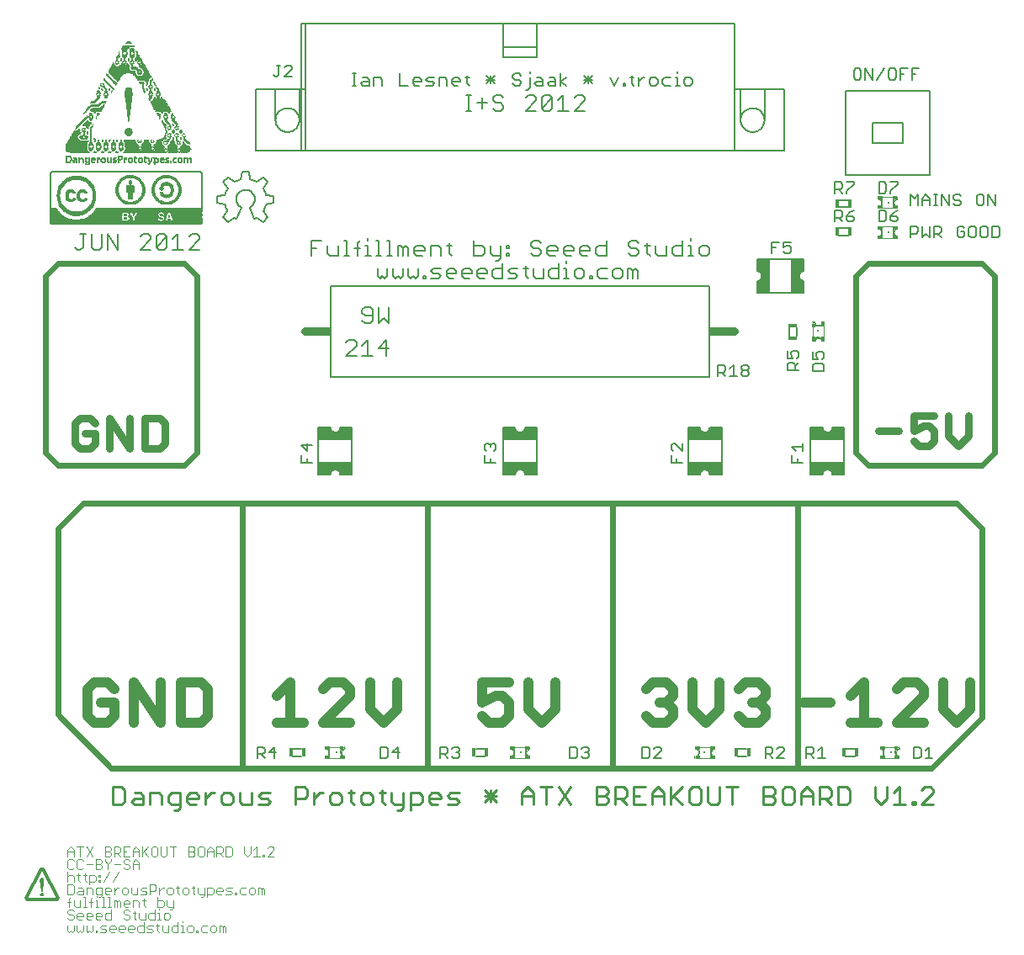
<source format=gto>
G75*
G70*
%OFA0B0*%
%FSLAX24Y24*%
%IPPOS*%
%LPD*%
%AMOC8*
5,1,8,0,0,1.08239X$1,22.5*
%
%ADD10C,0.0400*%
%ADD11C,0.0300*%
%ADD12C,0.0060*%
%ADD13C,0.0100*%
%ADD14C,0.0080*%
%ADD15C,0.0070*%
%ADD16C,0.0240*%
%ADD17C,0.0050*%
%ADD18C,0.0120*%
%ADD19C,0.0030*%
%ADD20C,0.0320*%
%ADD21R,0.0450X0.0320*%
%ADD22C,0.0040*%
%ADD23R,0.0197X0.0128*%
%ADD24R,0.0098X0.0059*%
%ADD25R,0.0069X0.0157*%
%ADD26R,0.0079X0.0079*%
%ADD27R,0.0118X0.0118*%
%ADD28R,0.0030X0.0128*%
%ADD29R,0.0128X0.0197*%
%ADD30R,0.0059X0.0098*%
%ADD31R,0.0157X0.0069*%
%ADD32R,0.0128X0.0030*%
%ADD33R,0.0160X0.0340*%
%ADD34R,0.0340X0.0160*%
%ADD35R,0.0150X0.0010*%
%ADD36R,0.0070X0.0010*%
%ADD37R,0.0160X0.0010*%
%ADD38R,0.0080X0.0010*%
%ADD39R,0.0170X0.0010*%
%ADD40R,0.0090X0.0010*%
%ADD41R,0.0040X0.0010*%
%ADD42R,0.0100X0.0010*%
%ADD43R,0.0010X0.0010*%
%ADD44R,0.0060X0.0010*%
%ADD45R,0.0130X0.0010*%
%ADD46R,0.0050X0.0010*%
%ADD47R,0.0110X0.0010*%
%ADD48R,0.0140X0.0010*%
%ADD49R,0.0120X0.0010*%
%ADD50R,0.0190X0.0010*%
%ADD51R,0.0180X0.0010*%
%ADD52R,0.0210X0.0010*%
%ADD53R,0.0220X0.0010*%
%ADD54R,0.0200X0.0010*%
%ADD55R,0.0030X0.0010*%
%ADD56R,0.0020X0.0010*%
%ADD57R,0.0310X0.0010*%
%ADD58R,0.0780X0.0010*%
%ADD59R,0.1640X0.0010*%
%ADD60R,0.0380X0.0010*%
%ADD61R,0.0260X0.0010*%
%ADD62R,0.0800X0.0010*%
%ADD63R,0.1610X0.0010*%
%ADD64R,0.0360X0.0010*%
%ADD65R,0.0290X0.0010*%
%ADD66R,0.0820X0.0010*%
%ADD67R,0.1590X0.0010*%
%ADD68R,0.0340X0.0010*%
%ADD69R,0.0840X0.0010*%
%ADD70R,0.1570X0.0010*%
%ADD71R,0.0330X0.0010*%
%ADD72R,0.0320X0.0010*%
%ADD73R,0.1550X0.0010*%
%ADD74R,0.0300X0.0010*%
%ADD75R,0.0850X0.0010*%
%ADD76R,0.1080X0.0010*%
%ADD77R,0.0520X0.0010*%
%ADD78R,0.0450X0.0010*%
%ADD79R,0.0420X0.0010*%
%ADD80R,0.0540X0.0010*%
%ADD81R,0.0410X0.0010*%
%ADD82R,0.0430X0.0010*%
%ADD83R,0.0860X0.0010*%
%ADD84R,0.0530X0.0010*%
%ADD85R,0.0390X0.0010*%
%ADD86R,0.0510X0.0010*%
%ADD87R,0.0400X0.0010*%
%ADD88R,0.0500X0.0010*%
%ADD89R,0.0480X0.0010*%
%ADD90R,0.0370X0.0010*%
%ADD91R,0.0440X0.0010*%
%ADD92R,0.0870X0.0010*%
%ADD93R,0.0350X0.0010*%
%ADD94R,0.0490X0.0010*%
%ADD95R,0.0230X0.0010*%
%ADD96R,0.0270X0.0010*%
%ADD97R,0.0240X0.0010*%
%ADD98R,0.0830X0.0010*%
%ADD99R,0.0280X0.0010*%
%ADD100R,0.0810X0.0010*%
%ADD101R,0.0470X0.0010*%
%ADD102R,0.0250X0.0010*%
%ADD103R,0.0460X0.0010*%
%ADD104R,0.0640X0.0010*%
%ADD105R,0.0630X0.0010*%
%ADD106R,0.0620X0.0010*%
%ADD107R,0.0610X0.0010*%
%ADD108R,0.0590X0.0010*%
%ADD109R,0.0580X0.0010*%
%ADD110R,0.0560X0.0010*%
%ADD111R,0.0550X0.0010*%
%ADD112R,0.0570X0.0010*%
%ADD113R,0.0650X0.0010*%
%ADD114R,0.0680X0.0010*%
%ADD115R,0.0720X0.0010*%
%ADD116R,0.1060X0.0010*%
%ADD117R,0.1070X0.0010*%
%ADD118R,0.1050X0.0010*%
%ADD119R,0.0920X0.0010*%
%ADD120R,0.0890X0.0010*%
%ADD121R,0.0770X0.0010*%
%ADD122R,0.0760X0.0010*%
%ADD123R,0.0750X0.0010*%
%ADD124R,0.0740X0.0010*%
%ADD125R,0.0730X0.0010*%
%ADD126R,0.6015X0.0015*%
%ADD127R,0.6045X0.0015*%
%ADD128R,0.4395X0.0015*%
%ADD129R,0.1620X0.0015*%
%ADD130R,0.2865X0.0015*%
%ADD131R,0.0210X0.0015*%
%ADD132R,0.0975X0.0015*%
%ADD133R,0.0075X0.0015*%
%ADD134R,0.0165X0.0015*%
%ADD135R,0.1170X0.0015*%
%ADD136R,0.0180X0.0015*%
%ADD137R,0.0945X0.0015*%
%ADD138R,0.0045X0.0015*%
%ADD139R,0.1035X0.0015*%
%ADD140R,0.1785X0.0015*%
%ADD141R,0.0930X0.0015*%
%ADD142R,0.0150X0.0015*%
%ADD143R,0.0885X0.0015*%
%ADD144R,0.1650X0.0015*%
%ADD145R,0.0060X0.0015*%
%ADD146R,0.0030X0.0015*%
%ADD147R,0.0135X0.0015*%
%ADD148R,0.1185X0.0015*%
%ADD149R,0.0810X0.0015*%
%ADD150R,0.1575X0.0015*%
%ADD151R,0.0120X0.0015*%
%ADD152R,0.0915X0.0015*%
%ADD153R,0.0765X0.0015*%
%ADD154R,0.1530X0.0015*%
%ADD155R,0.1200X0.0015*%
%ADD156R,0.0735X0.0015*%
%ADD157R,0.1485X0.0015*%
%ADD158R,0.0690X0.0015*%
%ADD159R,0.1455X0.0015*%
%ADD160R,0.1110X0.0015*%
%ADD161R,0.0660X0.0015*%
%ADD162R,0.1425X0.0015*%
%ADD163R,0.1080X0.0015*%
%ADD164R,0.1215X0.0015*%
%ADD165R,0.0630X0.0015*%
%ADD166R,0.1395X0.0015*%
%ADD167R,0.0090X0.0015*%
%ADD168R,0.1020X0.0015*%
%ADD169R,0.0600X0.0015*%
%ADD170R,0.1365X0.0015*%
%ADD171R,0.0960X0.0015*%
%ADD172R,0.0585X0.0015*%
%ADD173R,0.1335X0.0015*%
%ADD174R,0.1230X0.0015*%
%ADD175R,0.0555X0.0015*%
%ADD176R,0.1320X0.0015*%
%ADD177R,0.0540X0.0015*%
%ADD178R,0.1290X0.0015*%
%ADD179R,0.0885X0.0015*%
%ADD180R,0.0225X0.0015*%
%ADD181R,0.1245X0.0015*%
%ADD182R,0.0510X0.0015*%
%ADD183R,0.0300X0.0015*%
%ADD184R,0.1275X0.0015*%
%ADD185R,0.0105X0.0015*%
%ADD186R,0.0270X0.0015*%
%ADD187R,0.0015X0.0015*%
%ADD188R,0.0495X0.0015*%
%ADD189R,0.0435X0.0015*%
%ADD190R,0.1260X0.0015*%
%ADD191R,0.0855X0.0015*%
%ADD192R,0.0480X0.0015*%
%ADD193R,0.0525X0.0015*%
%ADD194R,0.0465X0.0015*%
%ADD195R,0.0600X0.0015*%
%ADD196R,0.0450X0.0015*%
%ADD197R,0.0675X0.0015*%
%ADD198R,0.0840X0.0015*%
%ADD199R,0.0420X0.0015*%
%ADD200R,0.0735X0.0015*%
%ADD201R,0.0405X0.0015*%
%ADD202R,0.0780X0.0015*%
%ADD203R,0.0825X0.0015*%
%ADD204R,0.1155X0.0015*%
%ADD205R,0.0195X0.0015*%
%ADD206R,0.0390X0.0015*%
%ADD207R,0.2670X0.0015*%
%ADD208R,0.0375X0.0015*%
%ADD209R,0.4320X0.0015*%
%ADD210R,0.0360X0.0015*%
%ADD211R,0.0330X0.0015*%
%ADD212R,0.4305X0.0015*%
%ADD213R,0.0345X0.0015*%
%ADD214R,0.4290X0.0015*%
%ADD215R,0.0330X0.0015*%
%ADD216R,0.4275X0.0015*%
%ADD217R,0.0255X0.0015*%
%ADD218R,0.4260X0.0015*%
%ADD219R,0.0315X0.0015*%
%ADD220R,0.0240X0.0015*%
%ADD221R,0.0300X0.0015*%
%ADD222R,0.4245X0.0015*%
%ADD223R,0.0285X0.0015*%
%ADD224R,0.4230X0.0015*%
%ADD225R,0.0270X0.0015*%
%ADD226R,0.4215X0.0015*%
%ADD227R,0.0060X0.0015*%
%ADD228R,0.0360X0.0015*%
%ADD229R,0.0450X0.0015*%
%ADD230R,0.0510X0.0015*%
%ADD231R,0.0570X0.0015*%
%ADD232R,0.0555X0.0015*%
%ADD233R,0.0615X0.0015*%
%ADD234R,0.0660X0.0015*%
%ADD235R,0.0345X0.0015*%
%ADD236R,0.0390X0.0015*%
%ADD237R,0.0315X0.0015*%
%ADD238R,0.0420X0.0015*%
%ADD239R,0.0465X0.0015*%
%ADD240R,0.0375X0.0015*%
%ADD241R,0.0285X0.0015*%
%ADD242R,0.0405X0.0015*%
%ADD243R,0.0870X0.0015*%
%ADD244R,0.0720X0.0015*%
%ADD245R,0.0645X0.0015*%
%ADD246R,0.0585X0.0015*%
%ADD247R,0.0495X0.0015*%
%ADD248R,0.0540X0.0015*%
%ADD249R,0.0480X0.0015*%
%ADD250R,0.6015X0.0015*%
%ADD251R,0.5985X0.0015*%
%ADD252R,0.5955X0.0015*%
%ADD253R,0.5895X0.0015*%
%ADD254C,0.0025*%
D10*
X007218Y008614D02*
X006951Y008881D01*
X006951Y009948D01*
X007218Y010215D01*
X007751Y010215D01*
X008018Y009948D01*
X008018Y009415D02*
X007484Y009415D01*
X008018Y009415D02*
X008018Y008881D01*
X007751Y008614D01*
X007218Y008614D01*
X008792Y008614D02*
X008792Y010215D01*
X009860Y008614D01*
X009860Y010215D01*
X010634Y010215D02*
X011434Y010215D01*
X011701Y009948D01*
X011701Y008881D01*
X011434Y008614D01*
X010634Y008614D01*
X010634Y010215D01*
X014451Y009681D02*
X014984Y010215D01*
X014984Y008614D01*
X014451Y008614D02*
X015518Y008614D01*
X016292Y008614D02*
X017360Y009681D01*
X017360Y009948D01*
X017093Y010215D01*
X016559Y010215D01*
X016292Y009948D01*
X016292Y008614D02*
X017360Y008614D01*
X018134Y009148D02*
X018667Y008614D01*
X019201Y009148D01*
X019201Y010215D01*
X018134Y010215D02*
X018134Y009148D01*
X022576Y009415D02*
X023109Y009681D01*
X023376Y009681D01*
X023643Y009415D01*
X023643Y008881D01*
X023376Y008614D01*
X022843Y008614D01*
X022576Y008881D01*
X022576Y009415D02*
X022576Y010215D01*
X023643Y010215D01*
X024417Y010215D02*
X024417Y009148D01*
X024951Y008614D01*
X025485Y009148D01*
X025485Y010215D01*
X029076Y009948D02*
X029343Y010215D01*
X029876Y010215D01*
X030143Y009948D01*
X030143Y009681D01*
X029876Y009415D01*
X030143Y009148D01*
X030143Y008881D01*
X029876Y008614D01*
X029343Y008614D01*
X029076Y008881D01*
X029609Y009415D02*
X029876Y009415D01*
X030917Y009148D02*
X030917Y010215D01*
X031985Y010215D02*
X031985Y009148D01*
X031451Y008614D01*
X030917Y009148D01*
X032759Y008881D02*
X033026Y008614D01*
X033559Y008614D01*
X033826Y008881D01*
X033826Y009148D01*
X033559Y009415D01*
X033292Y009415D01*
X033559Y009415D02*
X033826Y009681D01*
X033826Y009948D01*
X033559Y010215D01*
X033026Y010215D01*
X032759Y009948D01*
X035326Y009415D02*
X036393Y009415D01*
X037167Y009681D02*
X037701Y010215D01*
X037701Y008614D01*
X037167Y008614D02*
X038235Y008614D01*
X039009Y008614D02*
X040076Y009681D01*
X040076Y009948D01*
X039809Y010215D01*
X039276Y010215D01*
X039009Y009948D01*
X039009Y008614D02*
X040076Y008614D01*
X040850Y009148D02*
X041384Y008614D01*
X041918Y009148D01*
X041918Y010215D01*
X040850Y010215D02*
X040850Y009148D01*
D11*
X040276Y019583D02*
X039876Y019583D01*
X039675Y019783D01*
X039675Y020183D02*
X040076Y020383D01*
X040276Y020383D01*
X040476Y020183D01*
X040476Y019783D01*
X040276Y019583D01*
X039675Y020183D02*
X039675Y020784D01*
X040476Y020784D01*
X041057Y020784D02*
X041057Y019983D01*
X041457Y019583D01*
X041857Y019983D01*
X041857Y020784D01*
X039095Y020183D02*
X038294Y020183D01*
X010001Y020458D02*
X010001Y019658D01*
X009801Y019458D01*
X009200Y019458D01*
X009200Y020659D01*
X009801Y020659D01*
X010001Y020458D01*
X008620Y020659D02*
X008620Y019458D01*
X007819Y020659D01*
X007819Y019458D01*
X007239Y019658D02*
X007239Y020058D01*
X006838Y020058D01*
X006438Y019658D02*
X006638Y019458D01*
X007039Y019458D01*
X007239Y019658D01*
X007239Y020458D02*
X007039Y020659D01*
X006638Y020659D01*
X006438Y020458D01*
X006438Y019658D01*
D12*
X015418Y019597D02*
X015638Y019377D01*
X015638Y019671D01*
X015858Y019597D02*
X015418Y019597D01*
X015418Y019210D02*
X015418Y018917D01*
X015858Y018917D01*
X015638Y018917D02*
X015638Y019064D01*
X016085Y018916D02*
X017428Y018916D01*
X017428Y018443D01*
X016953Y018443D01*
X016949Y018487D01*
X016934Y018528D01*
X016911Y018565D01*
X016880Y018596D01*
X016843Y018619D01*
X016802Y018633D01*
X016759Y018638D01*
X016757Y018638D01*
X016755Y018638D01*
X016711Y018633D01*
X016670Y018619D01*
X016633Y018596D01*
X016602Y018565D01*
X016579Y018528D01*
X016565Y018487D01*
X016560Y018443D01*
X016085Y018443D01*
X016085Y018916D01*
X017428Y018916D01*
X017428Y019833D01*
X016085Y019833D01*
X016085Y020306D01*
X016560Y020306D01*
X016565Y020262D01*
X016579Y020221D01*
X016602Y020184D01*
X016633Y020153D01*
X016670Y020130D01*
X016711Y020116D01*
X016755Y020111D01*
X016757Y020111D01*
X016759Y020111D01*
X016802Y020116D01*
X016843Y020130D01*
X016880Y020153D01*
X016911Y020184D01*
X016934Y020221D01*
X016949Y020262D01*
X016953Y020306D01*
X017428Y020306D01*
X017428Y019833D01*
X016085Y019833D01*
X016085Y018916D01*
X016085Y018858D02*
X017428Y018858D01*
X017428Y018799D02*
X016085Y018799D01*
X016085Y018741D02*
X017428Y018741D01*
X017428Y018682D02*
X016085Y018682D01*
X016085Y018624D02*
X016684Y018624D01*
X016603Y018565D02*
X016085Y018565D01*
X016085Y018507D02*
X016572Y018507D01*
X016560Y018448D02*
X016085Y018448D01*
X016829Y018624D02*
X017428Y018624D01*
X017428Y018565D02*
X016911Y018565D01*
X016942Y018507D02*
X017428Y018507D01*
X017428Y018448D02*
X016953Y018448D01*
X017428Y019853D02*
X016085Y019853D01*
X016085Y019912D02*
X017428Y019912D01*
X017428Y019970D02*
X016085Y019970D01*
X016085Y020029D02*
X017428Y020029D01*
X017428Y020087D02*
X016085Y020087D01*
X016085Y020146D02*
X016645Y020146D01*
X016589Y020204D02*
X016085Y020204D01*
X016085Y020263D02*
X016564Y020263D01*
X016868Y020146D02*
X017428Y020146D01*
X017428Y020204D02*
X016924Y020204D01*
X016949Y020263D02*
X017428Y020263D01*
X016579Y022299D02*
X016579Y025899D01*
X031579Y025899D01*
X031579Y022299D01*
X016579Y022299D01*
X022678Y019597D02*
X022678Y019451D01*
X022751Y019377D01*
X022678Y019210D02*
X022678Y018917D01*
X023118Y018917D01*
X022898Y018917D02*
X022898Y019064D01*
X023045Y019377D02*
X023118Y019451D01*
X023118Y019597D01*
X023045Y019671D01*
X022971Y019671D01*
X022898Y019597D01*
X022898Y019524D01*
X022898Y019597D02*
X022825Y019671D01*
X022751Y019671D01*
X022678Y019597D01*
X023408Y019833D02*
X023408Y018916D01*
X024751Y018916D01*
X024751Y018443D01*
X024276Y018443D01*
X024271Y018487D01*
X024257Y018528D01*
X024234Y018565D01*
X024203Y018596D01*
X024166Y018619D01*
X024125Y018633D01*
X024081Y018638D01*
X024079Y018638D01*
X024077Y018638D01*
X024034Y018633D01*
X023993Y018619D01*
X023956Y018596D01*
X023925Y018565D01*
X023902Y018528D01*
X023887Y018487D01*
X023883Y018443D01*
X023408Y018443D01*
X023408Y018916D01*
X024751Y018916D01*
X024751Y019833D01*
X023408Y019833D01*
X023408Y020306D01*
X023883Y020306D01*
X023887Y020262D01*
X023902Y020221D01*
X023925Y020184D01*
X023956Y020153D01*
X023993Y020130D01*
X024034Y020116D01*
X024077Y020111D01*
X024079Y020111D01*
X024081Y020111D01*
X024125Y020116D01*
X024166Y020130D01*
X024203Y020153D01*
X024234Y020184D01*
X024257Y020221D01*
X024271Y020262D01*
X024276Y020306D01*
X024751Y020306D01*
X024751Y019833D01*
X023408Y019833D01*
X023408Y019853D02*
X024751Y019853D01*
X024751Y019912D02*
X023408Y019912D01*
X023408Y019970D02*
X024751Y019970D01*
X024751Y020029D02*
X023408Y020029D01*
X023408Y020087D02*
X024751Y020087D01*
X024751Y020146D02*
X024191Y020146D01*
X024246Y020204D02*
X024751Y020204D01*
X024751Y020263D02*
X024271Y020263D01*
X023968Y020146D02*
X023408Y020146D01*
X023408Y020204D02*
X023912Y020204D01*
X023887Y020263D02*
X023408Y020263D01*
X023408Y018858D02*
X024751Y018858D01*
X024751Y018799D02*
X023408Y018799D01*
X023408Y018741D02*
X024751Y018741D01*
X024751Y018682D02*
X023408Y018682D01*
X023408Y018624D02*
X024007Y018624D01*
X023925Y018565D02*
X023408Y018565D01*
X023408Y018507D02*
X023894Y018507D01*
X023883Y018448D02*
X023408Y018448D01*
X024152Y018624D02*
X024751Y018624D01*
X024751Y018565D02*
X024233Y018565D01*
X024264Y018507D02*
X024751Y018507D01*
X024751Y018448D02*
X024276Y018448D01*
X030063Y018917D02*
X030063Y019210D01*
X030136Y019377D02*
X030063Y019451D01*
X030063Y019597D01*
X030136Y019671D01*
X030210Y019671D01*
X030503Y019377D01*
X030503Y019671D01*
X030731Y019833D02*
X030731Y020306D01*
X031205Y020306D01*
X031210Y020262D01*
X031225Y020221D01*
X031248Y020184D01*
X031279Y020153D01*
X031316Y020130D01*
X031357Y020116D01*
X031400Y020111D01*
X031402Y020111D01*
X031404Y020111D01*
X031448Y020116D01*
X031489Y020130D01*
X031526Y020153D01*
X031557Y020184D01*
X031580Y020221D01*
X031594Y020262D01*
X031599Y020306D01*
X032073Y020306D01*
X032073Y019833D01*
X030731Y019833D01*
X032073Y019833D01*
X032073Y018916D01*
X032073Y018443D01*
X031599Y018443D01*
X031594Y018487D01*
X031580Y018528D01*
X031557Y018565D01*
X031526Y018596D01*
X031489Y018619D01*
X031448Y018633D01*
X031404Y018638D01*
X031402Y018638D01*
X031400Y018638D01*
X031357Y018633D01*
X031316Y018619D01*
X031279Y018596D01*
X031248Y018565D01*
X031225Y018528D01*
X031210Y018487D01*
X031205Y018443D01*
X030731Y018443D01*
X030731Y018916D01*
X032073Y018916D01*
X030731Y018916D01*
X030731Y019833D01*
X030731Y019853D02*
X032073Y019853D01*
X032073Y019912D02*
X030731Y019912D01*
X030731Y019970D02*
X032073Y019970D01*
X032073Y020029D02*
X030731Y020029D01*
X030731Y020087D02*
X032073Y020087D01*
X032073Y020146D02*
X031514Y020146D01*
X031569Y020204D02*
X032073Y020204D01*
X032073Y020263D02*
X031594Y020263D01*
X031290Y020146D02*
X030731Y020146D01*
X030731Y020204D02*
X031235Y020204D01*
X031210Y020263D02*
X030731Y020263D01*
X030283Y019064D02*
X030283Y018917D01*
X030503Y018917D02*
X030063Y018917D01*
X030731Y018858D02*
X032073Y018858D01*
X032073Y018799D02*
X030731Y018799D01*
X030731Y018741D02*
X032073Y018741D01*
X032073Y018682D02*
X030731Y018682D01*
X030731Y018624D02*
X031329Y018624D01*
X031248Y018565D02*
X030731Y018565D01*
X030731Y018507D02*
X031217Y018507D01*
X031206Y018448D02*
X030731Y018448D01*
X031475Y018624D02*
X032073Y018624D01*
X032073Y018565D02*
X031556Y018565D01*
X031587Y018507D02*
X032073Y018507D01*
X032073Y018448D02*
X031599Y018448D01*
X034854Y018917D02*
X034854Y019210D01*
X035001Y019377D02*
X034854Y019524D01*
X035294Y019524D01*
X035294Y019377D02*
X035294Y019671D01*
X035585Y019833D02*
X035585Y020306D01*
X036060Y020306D01*
X036065Y020262D01*
X036079Y020221D01*
X036102Y020184D01*
X036133Y020153D01*
X036170Y020130D01*
X036211Y020116D01*
X036255Y020111D01*
X036257Y020111D01*
X036259Y020111D01*
X036302Y020116D01*
X036343Y020130D01*
X036380Y020153D01*
X036411Y020184D01*
X036434Y020221D01*
X036449Y020262D01*
X036453Y020306D01*
X036928Y020306D01*
X036928Y019833D01*
X035585Y019833D01*
X036928Y019833D01*
X036928Y018916D01*
X036928Y018443D01*
X036453Y018443D01*
X036449Y018487D01*
X036434Y018528D01*
X036411Y018565D01*
X036380Y018596D01*
X036343Y018619D01*
X036302Y018633D01*
X036259Y018638D01*
X036257Y018638D01*
X036255Y018638D01*
X036211Y018633D01*
X036170Y018619D01*
X036133Y018596D01*
X036102Y018565D01*
X036079Y018528D01*
X036065Y018487D01*
X036060Y018443D01*
X035585Y018443D01*
X035585Y018916D01*
X036928Y018916D01*
X035585Y018916D01*
X035585Y019833D01*
X035585Y019853D02*
X036928Y019853D01*
X036928Y019912D02*
X035585Y019912D01*
X035585Y019970D02*
X036928Y019970D01*
X036928Y020029D02*
X035585Y020029D01*
X035585Y020087D02*
X036928Y020087D01*
X036928Y020146D02*
X036368Y020146D01*
X036424Y020204D02*
X036928Y020204D01*
X036928Y020263D02*
X036449Y020263D01*
X036145Y020146D02*
X035585Y020146D01*
X035585Y020204D02*
X036089Y020204D01*
X036064Y020263D02*
X035585Y020263D01*
X035074Y019064D02*
X035074Y018917D01*
X035294Y018917D02*
X034854Y018917D01*
X035585Y018858D02*
X036928Y018858D01*
X036928Y018799D02*
X035585Y018799D01*
X035585Y018741D02*
X036928Y018741D01*
X036928Y018682D02*
X035585Y018682D01*
X035585Y018624D02*
X036184Y018624D01*
X036103Y018565D02*
X035585Y018565D01*
X035585Y018507D02*
X036072Y018507D01*
X036060Y018448D02*
X035585Y018448D01*
X036329Y018624D02*
X036928Y018624D01*
X036928Y018565D02*
X036411Y018565D01*
X036442Y018507D02*
X036928Y018507D01*
X036928Y018448D02*
X036453Y018448D01*
X036114Y022546D02*
X035674Y022546D01*
X035674Y022766D01*
X035747Y022840D01*
X036041Y022840D01*
X036114Y022766D01*
X036114Y022546D01*
X036041Y023007D02*
X036114Y023080D01*
X036114Y023227D01*
X036041Y023300D01*
X035894Y023300D01*
X035821Y023227D01*
X035821Y023153D01*
X035894Y023007D01*
X035674Y023007D01*
X035674Y023300D01*
X035114Y023268D02*
X035114Y023121D01*
X035041Y023048D01*
X034894Y023048D02*
X034821Y023195D01*
X034821Y023268D01*
X034894Y023341D01*
X035041Y023341D01*
X035114Y023268D01*
X034894Y023048D02*
X034674Y023048D01*
X034674Y023341D01*
X034754Y023929D02*
X034754Y024269D01*
X035034Y024269D02*
X035034Y023929D01*
X035114Y022881D02*
X034968Y022734D01*
X034968Y022808D02*
X034968Y022588D01*
X035114Y022588D02*
X034674Y022588D01*
X034674Y022808D01*
X034747Y022881D01*
X034894Y022881D01*
X034968Y022808D01*
X033139Y022705D02*
X033139Y022631D01*
X033065Y022558D01*
X032918Y022558D01*
X032845Y022631D01*
X032845Y022705D01*
X032918Y022778D01*
X033065Y022778D01*
X033139Y022705D01*
X033065Y022558D02*
X033139Y022484D01*
X033139Y022411D01*
X033065Y022338D01*
X032918Y022338D01*
X032845Y022411D01*
X032845Y022484D01*
X032918Y022558D01*
X032678Y022338D02*
X032385Y022338D01*
X032531Y022338D02*
X032531Y022778D01*
X032385Y022631D01*
X032218Y022558D02*
X032144Y022484D01*
X031924Y022484D01*
X031924Y022338D02*
X031924Y022778D01*
X032144Y022778D01*
X032218Y022705D01*
X032218Y022558D01*
X032071Y022484D02*
X032218Y022338D01*
X033463Y025636D02*
X033463Y026111D01*
X033507Y026116D01*
X033548Y026130D01*
X033585Y026153D01*
X033616Y026184D01*
X033639Y026221D01*
X033653Y026262D01*
X033658Y026306D01*
X033658Y026308D01*
X033658Y026310D01*
X033653Y026353D01*
X033639Y026394D01*
X033616Y026431D01*
X033585Y026462D01*
X033548Y026485D01*
X033507Y026500D01*
X033463Y026504D01*
X033463Y026979D01*
X033936Y026979D01*
X033936Y025636D01*
X033463Y025636D01*
X033463Y025649D02*
X033936Y025649D01*
X033936Y025636D02*
X033936Y026979D01*
X034853Y026979D01*
X035325Y026979D01*
X035325Y026504D01*
X035282Y026500D01*
X035241Y026485D01*
X035204Y026462D01*
X035173Y026431D01*
X035150Y026394D01*
X035135Y026353D01*
X035131Y026310D01*
X035131Y026308D01*
X035131Y026306D01*
X035135Y026262D01*
X035150Y026221D01*
X035173Y026184D01*
X035204Y026153D01*
X035241Y026130D01*
X035282Y026116D01*
X035325Y026111D01*
X035325Y025636D01*
X034853Y025636D01*
X034853Y026979D01*
X034853Y025636D01*
X033936Y025636D01*
X033936Y025708D02*
X033463Y025708D01*
X033463Y025766D02*
X033936Y025766D01*
X033936Y025825D02*
X033463Y025825D01*
X033463Y025883D02*
X033936Y025883D01*
X033936Y025942D02*
X033463Y025942D01*
X033463Y026000D02*
X033936Y026000D01*
X033936Y026059D02*
X033463Y026059D01*
X033511Y026117D02*
X033936Y026117D01*
X033936Y026176D02*
X033607Y026176D01*
X033643Y026234D02*
X033936Y026234D01*
X033936Y026293D02*
X033657Y026293D01*
X033653Y026351D02*
X033936Y026351D01*
X033936Y026410D02*
X033629Y026410D01*
X033574Y026469D02*
X033936Y026469D01*
X033936Y026527D02*
X033463Y026527D01*
X033463Y026586D02*
X033936Y026586D01*
X033936Y026644D02*
X033463Y026644D01*
X033463Y026703D02*
X033936Y026703D01*
X033936Y026761D02*
X033463Y026761D01*
X033463Y026820D02*
X033936Y026820D01*
X033936Y026878D02*
X033463Y026878D01*
X033463Y026937D02*
X033936Y026937D01*
X034049Y027213D02*
X034049Y027653D01*
X034343Y027653D01*
X034510Y027653D02*
X034510Y027433D01*
X034656Y027506D01*
X034730Y027506D01*
X034803Y027433D01*
X034803Y027286D01*
X034730Y027213D01*
X034583Y027213D01*
X034510Y027286D01*
X034196Y027433D02*
X034049Y027433D01*
X034510Y027653D02*
X034803Y027653D01*
X034853Y026937D02*
X035325Y026937D01*
X035325Y026878D02*
X034853Y026878D01*
X034853Y026820D02*
X035325Y026820D01*
X035325Y026761D02*
X034853Y026761D01*
X034853Y026703D02*
X035325Y026703D01*
X035325Y026644D02*
X034853Y026644D01*
X034853Y026586D02*
X035325Y026586D01*
X035325Y026527D02*
X034853Y026527D01*
X034853Y026469D02*
X035215Y026469D01*
X035160Y026410D02*
X034853Y026410D01*
X034853Y026351D02*
X035135Y026351D01*
X035132Y026293D02*
X034853Y026293D01*
X034853Y026234D02*
X035145Y026234D01*
X035181Y026176D02*
X034853Y026176D01*
X034853Y026117D02*
X035277Y026117D01*
X035325Y026059D02*
X034853Y026059D01*
X034853Y026000D02*
X035325Y026000D01*
X035325Y025942D02*
X034853Y025942D01*
X034853Y025883D02*
X035325Y025883D01*
X035325Y025825D02*
X034853Y025825D01*
X034853Y025766D02*
X035325Y025766D01*
X035325Y025708D02*
X034853Y025708D01*
X034853Y025649D02*
X035325Y025649D01*
X036724Y027917D02*
X037064Y027917D01*
X037064Y028198D02*
X036724Y028198D01*
X036843Y028463D02*
X036696Y028609D01*
X036769Y028609D02*
X036549Y028609D01*
X036549Y028463D02*
X036549Y028903D01*
X036769Y028903D01*
X036843Y028830D01*
X036843Y028683D01*
X036769Y028609D01*
X037010Y028536D02*
X037083Y028463D01*
X037230Y028463D01*
X037303Y028536D01*
X037303Y028609D01*
X037230Y028683D01*
X037010Y028683D01*
X037010Y028536D01*
X037010Y028683D02*
X037156Y028830D01*
X037303Y028903D01*
X037064Y029042D02*
X036724Y029042D01*
X036724Y029323D02*
X037064Y029323D01*
X037010Y029588D02*
X037010Y029661D01*
X037303Y029955D01*
X037303Y030028D01*
X037010Y030028D01*
X036843Y029955D02*
X036843Y029808D01*
X036769Y029734D01*
X036549Y029734D01*
X036549Y029588D02*
X036549Y030028D01*
X036769Y030028D01*
X036843Y029955D01*
X036696Y029734D02*
X036843Y029588D01*
X036973Y030300D02*
X040320Y030300D01*
X040320Y033646D01*
X036973Y033646D01*
X036973Y030300D01*
X038299Y030028D02*
X038299Y029588D01*
X038519Y029588D01*
X038593Y029661D01*
X038593Y029955D01*
X038519Y030028D01*
X038299Y030028D01*
X038760Y030028D02*
X039053Y030028D01*
X039053Y029955D01*
X038760Y029661D01*
X038760Y029588D01*
X038519Y028903D02*
X038299Y028903D01*
X038299Y028463D01*
X038519Y028463D01*
X038593Y028536D01*
X038593Y028830D01*
X038519Y028903D01*
X038760Y028683D02*
X038980Y028683D01*
X039053Y028609D01*
X039053Y028536D01*
X038980Y028463D01*
X038833Y028463D01*
X038760Y028536D01*
X038760Y028683D01*
X038906Y028830D01*
X039053Y028903D01*
X039554Y029091D02*
X039554Y029532D01*
X039701Y029385D01*
X039848Y029532D01*
X039848Y029091D01*
X040015Y029091D02*
X040015Y029385D01*
X040161Y029532D01*
X040308Y029385D01*
X040308Y029091D01*
X040475Y029091D02*
X040622Y029091D01*
X040548Y029091D02*
X040548Y029532D01*
X040475Y029532D02*
X040622Y029532D01*
X040782Y029532D02*
X041075Y029091D01*
X041075Y029532D01*
X041242Y029458D02*
X041242Y029385D01*
X041316Y029312D01*
X041462Y029312D01*
X041536Y029238D01*
X041536Y029165D01*
X041462Y029091D01*
X041316Y029091D01*
X041242Y029165D01*
X041242Y029458D02*
X041316Y029532D01*
X041462Y029532D01*
X041536Y029458D01*
X042163Y029458D02*
X042163Y029165D01*
X042236Y029091D01*
X042383Y029091D01*
X042456Y029165D01*
X042456Y029458D01*
X042383Y029532D01*
X042236Y029532D01*
X042163Y029458D01*
X042623Y029532D02*
X042623Y029091D01*
X042917Y029091D02*
X042623Y029532D01*
X042917Y029532D02*
X042917Y029091D01*
X042997Y028282D02*
X042777Y028282D01*
X042777Y027841D01*
X042997Y027841D01*
X043070Y027915D01*
X043070Y028208D01*
X042997Y028282D01*
X042610Y028208D02*
X042610Y027915D01*
X042537Y027841D01*
X042390Y027841D01*
X042316Y027915D01*
X042316Y028208D01*
X042390Y028282D01*
X042537Y028282D01*
X042610Y028208D01*
X042150Y028208D02*
X042150Y027915D01*
X042076Y027841D01*
X041929Y027841D01*
X041856Y027915D01*
X041856Y028208D01*
X041929Y028282D01*
X042076Y028282D01*
X042150Y028208D01*
X041689Y028208D02*
X041616Y028282D01*
X041469Y028282D01*
X041396Y028208D01*
X041396Y027915D01*
X041469Y027841D01*
X041616Y027841D01*
X041689Y027915D01*
X041689Y028062D01*
X041542Y028062D01*
X040769Y028062D02*
X040695Y027988D01*
X040475Y027988D01*
X040475Y027841D02*
X040475Y028282D01*
X040695Y028282D01*
X040769Y028208D01*
X040769Y028062D01*
X040622Y027988D02*
X040769Y027841D01*
X040308Y027841D02*
X040308Y028282D01*
X040015Y028282D02*
X040015Y027841D01*
X040161Y027988D01*
X040308Y027841D01*
X039848Y028062D02*
X039774Y027988D01*
X039554Y027988D01*
X039554Y027841D02*
X039554Y028282D01*
X039774Y028282D01*
X039848Y028208D01*
X039848Y028062D01*
X040782Y029091D02*
X040782Y029532D01*
X040308Y029312D02*
X040015Y029312D01*
X039237Y031579D02*
X038056Y031579D01*
X038056Y032367D01*
X039237Y032367D01*
X039237Y031579D01*
X039141Y034088D02*
X039141Y034528D01*
X039434Y034528D01*
X039601Y034528D02*
X039895Y034528D01*
X039748Y034308D02*
X039601Y034308D01*
X039601Y034088D02*
X039601Y034528D01*
X039288Y034308D02*
X039141Y034308D01*
X038974Y034455D02*
X038901Y034528D01*
X038754Y034528D01*
X038680Y034455D01*
X038680Y034161D01*
X038754Y034088D01*
X038901Y034088D01*
X038974Y034161D01*
X038974Y034455D01*
X038514Y034528D02*
X038220Y034088D01*
X038053Y034088D02*
X038053Y034528D01*
X037760Y034528D02*
X037760Y034088D01*
X037593Y034161D02*
X037593Y034455D01*
X037519Y034528D01*
X037373Y034528D01*
X037299Y034455D01*
X037299Y034161D01*
X037373Y034088D01*
X037519Y034088D01*
X037593Y034161D01*
X037760Y034528D02*
X038053Y034088D01*
X034552Y033705D02*
X034552Y031264D01*
X032583Y031264D01*
X032583Y036304D01*
X024749Y036304D01*
X024749Y035359D01*
X023410Y035359D01*
X023410Y036304D01*
X024749Y036304D01*
X024749Y035359D02*
X024749Y034965D01*
X023410Y034965D01*
X023410Y035359D01*
X023410Y036304D02*
X015575Y036304D01*
X015418Y036304D01*
X015418Y031264D01*
X013607Y031264D01*
X013607Y033705D01*
X014394Y033705D01*
X014394Y032485D01*
X014395Y032485D02*
X014397Y032528D01*
X014403Y032570D01*
X014413Y032612D01*
X014426Y032653D01*
X014443Y032693D01*
X014464Y032730D01*
X014488Y032766D01*
X014515Y032799D01*
X014545Y032830D01*
X014578Y032858D01*
X014613Y032883D01*
X014650Y032904D01*
X014689Y032922D01*
X014729Y032936D01*
X014771Y032947D01*
X014813Y032954D01*
X014856Y032957D01*
X014899Y032956D01*
X014942Y032951D01*
X014984Y032942D01*
X015025Y032930D01*
X015065Y032914D01*
X015103Y032894D01*
X015139Y032871D01*
X015173Y032844D01*
X015205Y032815D01*
X015233Y032783D01*
X015259Y032748D01*
X015281Y032712D01*
X015300Y032673D01*
X015315Y032633D01*
X015327Y032592D01*
X015335Y032549D01*
X015339Y032506D01*
X015339Y032464D01*
X015335Y032421D01*
X015327Y032378D01*
X015315Y032337D01*
X015300Y032297D01*
X015281Y032258D01*
X015259Y032222D01*
X015233Y032187D01*
X015205Y032155D01*
X015173Y032126D01*
X015139Y032099D01*
X015103Y032076D01*
X015065Y032056D01*
X015025Y032040D01*
X014984Y032028D01*
X014942Y032019D01*
X014899Y032014D01*
X014856Y032013D01*
X014813Y032016D01*
X014771Y032023D01*
X014729Y032034D01*
X014689Y032048D01*
X014650Y032066D01*
X014613Y032087D01*
X014578Y032112D01*
X014545Y032140D01*
X014515Y032171D01*
X014488Y032204D01*
X014464Y032240D01*
X014443Y032277D01*
X014426Y032317D01*
X014413Y032358D01*
X014403Y032400D01*
X014397Y032442D01*
X014395Y032485D01*
X015339Y032485D02*
X015339Y033705D01*
X015575Y033705D01*
X015339Y033705D02*
X014394Y033705D01*
X014373Y034213D02*
X014446Y034213D01*
X014519Y034286D01*
X014519Y034653D01*
X014446Y034653D02*
X014593Y034653D01*
X014760Y034580D02*
X014833Y034653D01*
X014980Y034653D01*
X015053Y034580D01*
X015053Y034506D01*
X014760Y034213D01*
X015053Y034213D01*
X014373Y034213D02*
X014299Y034286D01*
X015575Y036304D02*
X015575Y031264D01*
X015418Y031264D01*
X015575Y031264D02*
X032583Y031264D01*
X032820Y032485D02*
X032820Y033705D01*
X033764Y033705D01*
X033764Y032485D01*
X032820Y032485D02*
X032822Y032528D01*
X032828Y032570D01*
X032838Y032612D01*
X032851Y032653D01*
X032868Y032693D01*
X032889Y032730D01*
X032913Y032766D01*
X032940Y032799D01*
X032970Y032830D01*
X033003Y032858D01*
X033038Y032883D01*
X033075Y032904D01*
X033114Y032922D01*
X033154Y032936D01*
X033196Y032947D01*
X033238Y032954D01*
X033281Y032957D01*
X033324Y032956D01*
X033367Y032951D01*
X033409Y032942D01*
X033450Y032930D01*
X033490Y032914D01*
X033528Y032894D01*
X033564Y032871D01*
X033598Y032844D01*
X033630Y032815D01*
X033658Y032783D01*
X033684Y032748D01*
X033706Y032712D01*
X033725Y032673D01*
X033740Y032633D01*
X033752Y032592D01*
X033760Y032549D01*
X033764Y032506D01*
X033764Y032464D01*
X033760Y032421D01*
X033752Y032378D01*
X033740Y032337D01*
X033725Y032297D01*
X033706Y032258D01*
X033684Y032222D01*
X033658Y032187D01*
X033630Y032155D01*
X033598Y032126D01*
X033564Y032099D01*
X033528Y032076D01*
X033490Y032056D01*
X033450Y032040D01*
X033409Y032028D01*
X033367Y032019D01*
X033324Y032014D01*
X033281Y032013D01*
X033238Y032016D01*
X033196Y032023D01*
X033154Y032034D01*
X033114Y032048D01*
X033075Y032066D01*
X033038Y032087D01*
X033003Y032112D01*
X032970Y032140D01*
X032940Y032171D01*
X032913Y032204D01*
X032889Y032240D01*
X032868Y032277D01*
X032851Y032317D01*
X032838Y032358D01*
X032828Y032400D01*
X032822Y032442D01*
X032820Y032485D01*
X032820Y033705D02*
X032583Y033705D01*
X033764Y033705D02*
X034552Y033705D01*
X034480Y007653D02*
X034333Y007653D01*
X034260Y007580D01*
X034093Y007580D02*
X034093Y007433D01*
X034019Y007359D01*
X033799Y007359D01*
X033799Y007213D02*
X033799Y007653D01*
X034019Y007653D01*
X034093Y007580D01*
X033946Y007359D02*
X034093Y007213D01*
X034260Y007213D02*
X034553Y007506D01*
X034553Y007580D01*
X034480Y007653D01*
X034553Y007213D02*
X034260Y007213D01*
X035424Y007213D02*
X035424Y007653D01*
X035644Y007653D01*
X035718Y007580D01*
X035718Y007433D01*
X035644Y007359D01*
X035424Y007359D01*
X035571Y007359D02*
X035718Y007213D01*
X035885Y007213D02*
X036178Y007213D01*
X036031Y007213D02*
X036031Y007653D01*
X035885Y007506D01*
X036991Y007566D02*
X037331Y007566D01*
X037331Y007286D02*
X036991Y007286D01*
X039674Y007213D02*
X039894Y007213D01*
X039968Y007286D01*
X039968Y007580D01*
X039894Y007653D01*
X039674Y007653D01*
X039674Y007213D01*
X040135Y007213D02*
X040428Y007213D01*
X040281Y007213D02*
X040281Y007653D01*
X040135Y007506D01*
X033057Y007566D02*
X032716Y007566D01*
X032716Y007286D02*
X033057Y007286D01*
X029678Y007213D02*
X029385Y007213D01*
X029678Y007506D01*
X029678Y007580D01*
X029605Y007653D01*
X029458Y007653D01*
X029385Y007580D01*
X029218Y007580D02*
X029218Y007286D01*
X029144Y007213D01*
X028924Y007213D01*
X028924Y007653D01*
X029144Y007653D01*
X029218Y007580D01*
X026803Y007580D02*
X026803Y007506D01*
X026730Y007433D01*
X026803Y007359D01*
X026803Y007286D01*
X026730Y007213D01*
X026583Y007213D01*
X026510Y007286D01*
X026343Y007286D02*
X026343Y007580D01*
X026269Y007653D01*
X026049Y007653D01*
X026049Y007213D01*
X026269Y007213D01*
X026343Y007286D01*
X026510Y007580D02*
X026583Y007653D01*
X026730Y007653D01*
X026803Y007580D01*
X026730Y007433D02*
X026656Y007433D01*
X022675Y007566D02*
X022334Y007566D01*
X022334Y007286D02*
X022675Y007286D01*
X021678Y007286D02*
X021605Y007213D01*
X021458Y007213D01*
X021385Y007286D01*
X021218Y007213D02*
X021071Y007359D01*
X021144Y007359D02*
X020924Y007359D01*
X020924Y007213D02*
X020924Y007653D01*
X021144Y007653D01*
X021218Y007580D01*
X021218Y007433D01*
X021144Y007359D01*
X021385Y007580D02*
X021458Y007653D01*
X021605Y007653D01*
X021678Y007580D01*
X021678Y007506D01*
X021605Y007433D01*
X021678Y007359D01*
X021678Y007286D01*
X021605Y007433D02*
X021531Y007433D01*
X019303Y007433D02*
X019010Y007433D01*
X019230Y007653D01*
X019230Y007213D01*
X018843Y007286D02*
X018843Y007580D01*
X018769Y007653D01*
X018549Y007653D01*
X018549Y007213D01*
X018769Y007213D01*
X018843Y007286D01*
X015427Y007286D02*
X015086Y007286D01*
X015086Y007566D02*
X015427Y007566D01*
X014428Y007433D02*
X014135Y007433D01*
X014355Y007653D01*
X014355Y007213D01*
X013968Y007213D02*
X013821Y007359D01*
X013894Y007359D02*
X013674Y007359D01*
X013674Y007213D02*
X013674Y007653D01*
X013894Y007653D01*
X013968Y007580D01*
X013968Y007433D01*
X013894Y007359D01*
D13*
X015188Y006058D02*
X015538Y006058D01*
X015655Y005941D01*
X015655Y005708D01*
X015538Y005591D01*
X015188Y005591D01*
X015188Y005358D02*
X015188Y006058D01*
X015924Y005825D02*
X015924Y005358D01*
X015924Y005591D02*
X016158Y005825D01*
X016275Y005825D01*
X016538Y005708D02*
X016538Y005474D01*
X016655Y005358D01*
X016888Y005358D01*
X017005Y005474D01*
X017005Y005708D01*
X016888Y005825D01*
X016655Y005825D01*
X016538Y005708D01*
X017275Y005825D02*
X017508Y005825D01*
X017391Y005941D02*
X017391Y005474D01*
X017508Y005358D01*
X017766Y005474D02*
X017883Y005358D01*
X018116Y005358D01*
X018233Y005474D01*
X018233Y005708D01*
X018116Y005825D01*
X017883Y005825D01*
X017766Y005708D01*
X017766Y005474D01*
X018502Y005825D02*
X018736Y005825D01*
X018619Y005941D02*
X018619Y005474D01*
X018736Y005358D01*
X018993Y005474D02*
X019110Y005358D01*
X019461Y005358D01*
X019461Y005241D02*
X019344Y005124D01*
X019227Y005124D01*
X019461Y005241D02*
X019461Y005825D01*
X019730Y005825D02*
X020080Y005825D01*
X020197Y005708D01*
X020197Y005474D01*
X020080Y005358D01*
X019730Y005358D01*
X019730Y005124D02*
X019730Y005825D01*
X018993Y005825D02*
X018993Y005474D01*
X020467Y005474D02*
X020583Y005358D01*
X020817Y005358D01*
X020934Y005591D02*
X020467Y005591D01*
X020467Y005474D02*
X020467Y005708D01*
X020583Y005825D01*
X020817Y005825D01*
X020934Y005708D01*
X020934Y005591D01*
X021203Y005708D02*
X021320Y005825D01*
X021670Y005825D01*
X021554Y005591D02*
X021320Y005591D01*
X021203Y005708D01*
X021203Y005358D02*
X021554Y005358D01*
X021670Y005474D01*
X021554Y005591D01*
X022677Y005474D02*
X023144Y005941D01*
X023144Y005708D02*
X022677Y005708D01*
X022677Y005941D02*
X023144Y005474D01*
X022910Y005474D02*
X022910Y005941D01*
X024150Y005825D02*
X024150Y005358D01*
X024150Y005708D02*
X024617Y005708D01*
X024617Y005825D02*
X024617Y005358D01*
X024617Y005825D02*
X024383Y006058D01*
X024150Y005825D01*
X024886Y006058D02*
X025353Y006058D01*
X025120Y006058D02*
X025120Y005358D01*
X025623Y005358D02*
X026090Y006058D01*
X025623Y006058D02*
X026090Y005358D01*
X027096Y005358D02*
X027096Y006058D01*
X027446Y006058D01*
X027563Y005941D01*
X027563Y005825D01*
X027446Y005708D01*
X027096Y005708D01*
X027096Y005358D02*
X027446Y005358D01*
X027563Y005474D01*
X027563Y005591D01*
X027446Y005708D01*
X027833Y005591D02*
X028183Y005591D01*
X028300Y005708D01*
X028300Y005941D01*
X028183Y006058D01*
X027833Y006058D01*
X027833Y005358D01*
X028066Y005591D02*
X028300Y005358D01*
X028569Y005358D02*
X029036Y005358D01*
X029306Y005358D02*
X029306Y005825D01*
X029540Y006058D01*
X029773Y005825D01*
X029773Y005358D01*
X030043Y005358D02*
X030043Y006058D01*
X030159Y005708D02*
X030510Y005358D01*
X030779Y005474D02*
X030896Y005358D01*
X031130Y005358D01*
X031246Y005474D01*
X031246Y005941D01*
X031130Y006058D01*
X030896Y006058D01*
X030779Y005941D01*
X030779Y005474D01*
X030510Y006058D02*
X030043Y005591D01*
X029773Y005708D02*
X029306Y005708D01*
X029036Y006058D02*
X028569Y006058D01*
X028569Y005358D01*
X028569Y005708D02*
X028803Y005708D01*
X031516Y005474D02*
X031633Y005358D01*
X031866Y005358D01*
X031983Y005474D01*
X031983Y006058D01*
X032253Y006058D02*
X032720Y006058D01*
X032486Y006058D02*
X032486Y005358D01*
X031516Y005474D02*
X031516Y006058D01*
X033726Y006058D02*
X033726Y005358D01*
X034076Y005358D01*
X034193Y005474D01*
X034193Y005591D01*
X034076Y005708D01*
X033726Y005708D01*
X034076Y005708D02*
X034193Y005825D01*
X034193Y005941D01*
X034076Y006058D01*
X033726Y006058D01*
X034462Y005941D02*
X034462Y005474D01*
X034579Y005358D01*
X034813Y005358D01*
X034929Y005474D01*
X034929Y005941D01*
X034813Y006058D01*
X034579Y006058D01*
X034462Y005941D01*
X035199Y005825D02*
X035199Y005358D01*
X035199Y005708D02*
X035666Y005708D01*
X035666Y005825D02*
X035666Y005358D01*
X035936Y005358D02*
X035936Y006058D01*
X036286Y006058D01*
X036403Y005941D01*
X036403Y005708D01*
X036286Y005591D01*
X035936Y005591D01*
X036169Y005591D02*
X036403Y005358D01*
X036672Y005358D02*
X037022Y005358D01*
X037139Y005474D01*
X037139Y005941D01*
X037022Y006058D01*
X036672Y006058D01*
X036672Y005358D01*
X035666Y005825D02*
X035432Y006058D01*
X035199Y005825D01*
X038145Y006058D02*
X038145Y005591D01*
X038379Y005358D01*
X038612Y005591D01*
X038612Y006058D01*
X038882Y005825D02*
X039116Y006058D01*
X039116Y005358D01*
X039349Y005358D02*
X038882Y005358D01*
X039619Y005358D02*
X039619Y005474D01*
X039735Y005474D01*
X039735Y005358D01*
X039619Y005358D01*
X039987Y005358D02*
X040454Y005825D01*
X040454Y005941D01*
X040337Y006058D01*
X040104Y006058D01*
X039987Y005941D01*
X039987Y005358D02*
X040454Y005358D01*
X014181Y005474D02*
X014065Y005358D01*
X013714Y005358D01*
X013831Y005591D02*
X013714Y005708D01*
X013831Y005825D01*
X014181Y005825D01*
X014065Y005591D02*
X013831Y005591D01*
X014065Y005591D02*
X014181Y005474D01*
X013445Y005358D02*
X013445Y005825D01*
X012978Y005825D02*
X012978Y005474D01*
X013095Y005358D01*
X013445Y005358D01*
X012708Y005474D02*
X012591Y005358D01*
X012358Y005358D01*
X012241Y005474D01*
X012241Y005708D01*
X012358Y005825D01*
X012591Y005825D01*
X012708Y005708D01*
X012708Y005474D01*
X011978Y005825D02*
X011861Y005825D01*
X011627Y005591D01*
X011627Y005358D02*
X011627Y005825D01*
X011358Y005708D02*
X011358Y005591D01*
X010891Y005591D01*
X010891Y005474D02*
X010891Y005708D01*
X011008Y005825D01*
X011241Y005825D01*
X011358Y005708D01*
X011241Y005358D02*
X011008Y005358D01*
X010891Y005474D01*
X010621Y005358D02*
X010271Y005358D01*
X010154Y005474D01*
X010154Y005708D01*
X010271Y005825D01*
X010621Y005825D01*
X010621Y005241D01*
X010504Y005124D01*
X010388Y005124D01*
X009885Y005358D02*
X009885Y005708D01*
X009768Y005825D01*
X009418Y005825D01*
X009418Y005358D01*
X009148Y005358D02*
X008798Y005358D01*
X008681Y005474D01*
X008798Y005591D01*
X009148Y005591D01*
X009148Y005708D02*
X009148Y005358D01*
X009148Y005708D02*
X009031Y005825D01*
X008798Y005825D01*
X008411Y005941D02*
X008295Y006058D01*
X007944Y006058D01*
X007944Y005358D01*
X008295Y005358D01*
X008411Y005474D01*
X008411Y005941D01*
D14*
X018531Y026223D02*
X018434Y026319D01*
X018434Y026610D01*
X018628Y026319D02*
X018725Y026223D01*
X018821Y026319D01*
X018821Y026610D01*
X019042Y026610D02*
X019042Y026319D01*
X019139Y026223D01*
X019236Y026319D01*
X019332Y026223D01*
X019429Y026319D01*
X019429Y026610D01*
X019650Y026610D02*
X019650Y026319D01*
X019746Y026223D01*
X019843Y026319D01*
X019940Y026223D01*
X020037Y026319D01*
X020037Y026610D01*
X020257Y026319D02*
X020354Y026319D01*
X020354Y026223D01*
X020257Y026223D01*
X020257Y026319D01*
X020561Y026223D02*
X020852Y026223D01*
X020948Y026319D01*
X020852Y026416D01*
X020658Y026416D01*
X020561Y026513D01*
X020658Y026610D01*
X020948Y026610D01*
X021169Y026513D02*
X021266Y026610D01*
X021459Y026610D01*
X021556Y026513D01*
X021556Y026416D01*
X021169Y026416D01*
X021169Y026319D02*
X021169Y026513D01*
X021169Y026319D02*
X021266Y026223D01*
X021459Y026223D01*
X021777Y026319D02*
X021777Y026513D01*
X021874Y026610D01*
X022067Y026610D01*
X022164Y026513D01*
X022164Y026416D01*
X021777Y026416D01*
X021777Y026319D02*
X021874Y026223D01*
X022067Y026223D01*
X022384Y026319D02*
X022384Y026513D01*
X022481Y026610D01*
X022675Y026610D01*
X022771Y026513D01*
X022771Y026416D01*
X022384Y026416D01*
X022384Y026319D02*
X022481Y026223D01*
X022675Y026223D01*
X022992Y026319D02*
X022992Y026513D01*
X023089Y026610D01*
X023379Y026610D01*
X023379Y026803D02*
X023379Y026223D01*
X023089Y026223D01*
X022992Y026319D01*
X023600Y026223D02*
X023890Y026223D01*
X023987Y026319D01*
X023890Y026416D01*
X023697Y026416D01*
X023600Y026513D01*
X023697Y026610D01*
X023987Y026610D01*
X024208Y026610D02*
X024401Y026610D01*
X024304Y026706D02*
X024304Y026319D01*
X024401Y026223D01*
X024613Y026319D02*
X024709Y026223D01*
X025000Y026223D01*
X025000Y026610D01*
X025220Y026513D02*
X025220Y026319D01*
X025317Y026223D01*
X025607Y026223D01*
X025607Y026803D01*
X025607Y026610D02*
X025317Y026610D01*
X025220Y026513D01*
X025258Y027098D02*
X025155Y027201D01*
X025155Y027408D01*
X025258Y027511D01*
X025465Y027511D01*
X025569Y027408D01*
X025569Y027304D01*
X025155Y027304D01*
X025258Y027098D02*
X025465Y027098D01*
X025799Y027201D02*
X025799Y027408D01*
X025903Y027511D01*
X026110Y027511D01*
X026213Y027408D01*
X026213Y027304D01*
X025799Y027304D01*
X025799Y027201D02*
X025903Y027098D01*
X026110Y027098D01*
X025925Y026900D02*
X025925Y026803D01*
X025925Y026610D02*
X025925Y026223D01*
X025828Y026223D02*
X026022Y026223D01*
X026233Y026319D02*
X026233Y026513D01*
X026330Y026610D01*
X026524Y026610D01*
X026620Y026513D01*
X026620Y026319D01*
X026524Y026223D01*
X026330Y026223D01*
X026233Y026319D01*
X025925Y026610D02*
X025828Y026610D01*
X026444Y027201D02*
X026444Y027408D01*
X026547Y027511D01*
X026754Y027511D01*
X026858Y027408D01*
X026858Y027304D01*
X026444Y027304D01*
X026444Y027201D02*
X026547Y027098D01*
X026754Y027098D01*
X027089Y027201D02*
X027089Y027408D01*
X027192Y027511D01*
X027502Y027511D01*
X027502Y027718D02*
X027502Y027098D01*
X027192Y027098D01*
X027089Y027201D01*
X027242Y026610D02*
X027145Y026513D01*
X027145Y026319D01*
X027242Y026223D01*
X027532Y026223D01*
X027753Y026319D02*
X027849Y026223D01*
X028043Y026223D01*
X028140Y026319D01*
X028140Y026513D01*
X028043Y026610D01*
X027849Y026610D01*
X027753Y026513D01*
X027753Y026319D01*
X027532Y026610D02*
X027242Y026610D01*
X026938Y026319D02*
X026938Y026223D01*
X026841Y026223D01*
X026841Y026319D01*
X026938Y026319D01*
X028360Y026223D02*
X028360Y026610D01*
X028457Y026610D01*
X028554Y026513D01*
X028651Y026610D01*
X028747Y026513D01*
X028747Y026223D01*
X028554Y026223D02*
X028554Y026513D01*
X028481Y027098D02*
X028378Y027201D01*
X028481Y027098D02*
X028688Y027098D01*
X028791Y027201D01*
X028791Y027304D01*
X028688Y027408D01*
X028481Y027408D01*
X028378Y027511D01*
X028378Y027615D01*
X028481Y027718D01*
X028688Y027718D01*
X028791Y027615D01*
X029022Y027511D02*
X029229Y027511D01*
X029126Y027615D02*
X029126Y027201D01*
X029229Y027098D01*
X029452Y027201D02*
X029452Y027511D01*
X029452Y027201D02*
X029555Y027098D01*
X029865Y027098D01*
X029865Y027511D01*
X030096Y027408D02*
X030200Y027511D01*
X030510Y027511D01*
X030510Y027718D02*
X030510Y027098D01*
X030200Y027098D01*
X030096Y027201D01*
X030096Y027408D01*
X030741Y027511D02*
X030844Y027511D01*
X030844Y027098D01*
X030741Y027098D02*
X030948Y027098D01*
X031171Y027201D02*
X031274Y027098D01*
X031481Y027098D01*
X031584Y027201D01*
X031584Y027408D01*
X031481Y027511D01*
X031274Y027511D01*
X031171Y027408D01*
X031171Y027201D01*
X030844Y027718D02*
X030844Y027821D01*
X024924Y027615D02*
X024821Y027718D01*
X024614Y027718D01*
X024510Y027615D01*
X024510Y027511D01*
X024614Y027408D01*
X024821Y027408D01*
X024924Y027304D01*
X024924Y027201D01*
X024821Y027098D01*
X024614Y027098D01*
X024510Y027201D01*
X024613Y026610D02*
X024613Y026319D01*
X023647Y027098D02*
X023544Y027098D01*
X023544Y027201D01*
X023647Y027201D01*
X023647Y027098D01*
X023647Y027408D02*
X023544Y027408D01*
X023544Y027511D01*
X023647Y027511D01*
X023647Y027408D01*
X023313Y027511D02*
X023313Y026994D01*
X023209Y026891D01*
X023106Y026891D01*
X023003Y027098D02*
X023313Y027098D01*
X023003Y027098D02*
X022899Y027201D01*
X022899Y027511D01*
X022668Y027408D02*
X022668Y027201D01*
X022565Y027098D01*
X022255Y027098D01*
X022255Y027718D01*
X022255Y027511D02*
X022565Y027511D01*
X022668Y027408D01*
X021387Y027511D02*
X021180Y027511D01*
X021284Y027615D02*
X021284Y027201D01*
X021387Y027098D01*
X020950Y027098D02*
X020950Y027408D01*
X020846Y027511D01*
X020536Y027511D01*
X020536Y027098D01*
X020305Y027304D02*
X019891Y027304D01*
X019891Y027201D02*
X019891Y027408D01*
X019995Y027511D01*
X020202Y027511D01*
X020305Y027408D01*
X020305Y027304D01*
X020202Y027098D02*
X019995Y027098D01*
X019891Y027201D01*
X019660Y027098D02*
X019660Y027408D01*
X019557Y027511D01*
X019454Y027408D01*
X019454Y027098D01*
X019247Y027098D02*
X019247Y027511D01*
X019350Y027511D01*
X019454Y027408D01*
X019024Y027098D02*
X018817Y027098D01*
X018921Y027098D02*
X018921Y027718D01*
X018817Y027718D01*
X018491Y027718D02*
X018491Y027098D01*
X018594Y027098D02*
X018387Y027098D01*
X018165Y027098D02*
X017958Y027098D01*
X018061Y027098D02*
X018061Y027511D01*
X017958Y027511D01*
X018061Y027718D02*
X018061Y027821D01*
X017735Y027718D02*
X017631Y027615D01*
X017631Y027098D01*
X017305Y027098D02*
X017098Y027098D01*
X017202Y027098D02*
X017202Y027718D01*
X017098Y027718D01*
X016868Y027511D02*
X016868Y027098D01*
X016557Y027098D01*
X016454Y027201D01*
X016454Y027511D01*
X016223Y027718D02*
X015809Y027718D01*
X015809Y027098D01*
X015809Y027408D02*
X016016Y027408D01*
X017528Y027408D02*
X017735Y027408D01*
X018387Y027718D02*
X018491Y027718D01*
X018628Y026319D02*
X018531Y026223D01*
X014316Y029201D02*
X014016Y029151D01*
X013916Y028881D02*
X014086Y028641D01*
X013896Y028451D01*
X013656Y028621D01*
X013556Y028561D01*
X013366Y029011D01*
X013917Y028881D02*
X013940Y028922D01*
X013961Y028965D01*
X013979Y029010D01*
X013994Y029055D01*
X014007Y029101D01*
X014017Y029148D01*
X014316Y029201D02*
X014316Y029461D01*
X014016Y029521D01*
X013906Y029771D02*
X014086Y030031D01*
X013896Y030211D01*
X013636Y030031D01*
X013386Y030131D02*
X013336Y030451D01*
X013066Y030451D01*
X013016Y030131D01*
X012766Y030031D02*
X012506Y030211D01*
X012316Y030031D01*
X012496Y029771D01*
X012386Y029521D02*
X012086Y029461D01*
X012086Y029201D01*
X012386Y029151D01*
X012486Y028881D02*
X012326Y028641D01*
X012506Y028451D01*
X012746Y028621D01*
X012846Y028561D01*
X013046Y029011D01*
X012490Y028884D02*
X012462Y028934D01*
X012438Y028986D01*
X012417Y029039D01*
X012400Y029094D01*
X012387Y029150D01*
X012770Y030034D02*
X012815Y030059D01*
X012862Y030082D01*
X012910Y030101D01*
X012959Y030118D01*
X013009Y030131D01*
X013046Y029021D02*
X013013Y029039D01*
X012983Y029060D01*
X012954Y029084D01*
X012928Y029111D01*
X012906Y029140D01*
X012886Y029172D01*
X012869Y029205D01*
X012856Y029240D01*
X012847Y029276D01*
X012841Y029313D01*
X012839Y029350D01*
X012841Y029387D01*
X012846Y029424D01*
X012856Y029460D01*
X012868Y029495D01*
X012885Y029529D01*
X012904Y029560D01*
X012927Y029590D01*
X012953Y029617D01*
X012981Y029641D01*
X013012Y029662D01*
X013044Y029680D01*
X013078Y029695D01*
X013114Y029706D01*
X013150Y029714D01*
X013187Y029718D01*
X013225Y029718D01*
X013262Y029714D01*
X013298Y029706D01*
X013334Y029695D01*
X013368Y029680D01*
X013400Y029662D01*
X013431Y029641D01*
X013459Y029617D01*
X013485Y029590D01*
X013508Y029560D01*
X013527Y029529D01*
X013544Y029495D01*
X013556Y029460D01*
X013566Y029424D01*
X013571Y029387D01*
X013573Y029350D01*
X013571Y029313D01*
X013565Y029276D01*
X013556Y029240D01*
X013543Y029205D01*
X013526Y029172D01*
X013506Y029140D01*
X013484Y029111D01*
X013458Y029084D01*
X013429Y029060D01*
X013399Y029039D01*
X013366Y029021D01*
X014015Y029522D02*
X014000Y029574D01*
X013981Y029625D01*
X013959Y029675D01*
X013934Y029723D01*
X013905Y029770D01*
X013640Y030033D02*
X013593Y030060D01*
X013544Y030083D01*
X013494Y030103D01*
X013443Y030120D01*
X013391Y030134D01*
X012497Y029766D02*
X012470Y029720D01*
X012446Y029672D01*
X012425Y029623D01*
X012407Y029572D01*
X012393Y029521D01*
X011275Y027968D02*
X011068Y027968D01*
X010965Y027865D01*
X011275Y027968D02*
X011378Y027865D01*
X011378Y027761D01*
X010965Y027348D01*
X011378Y027348D01*
X010734Y027348D02*
X010320Y027348D01*
X010527Y027348D02*
X010527Y027968D01*
X010320Y027761D01*
X010089Y027865D02*
X009676Y027451D01*
X009779Y027348D01*
X009986Y027348D01*
X010089Y027451D01*
X010089Y027865D01*
X009986Y027968D01*
X009779Y027968D01*
X009676Y027865D01*
X009676Y027451D01*
X009445Y027348D02*
X009031Y027348D01*
X009445Y027761D01*
X009445Y027865D01*
X009341Y027968D01*
X009135Y027968D01*
X009031Y027865D01*
X008156Y027968D02*
X008156Y027348D01*
X007742Y027968D01*
X007742Y027348D01*
X007511Y027451D02*
X007511Y027968D01*
X007098Y027968D02*
X007098Y027451D01*
X007201Y027348D01*
X007408Y027348D01*
X007511Y027451D01*
X006763Y027451D02*
X006763Y027968D01*
X006660Y027968D02*
X006867Y027968D01*
X006763Y027451D02*
X006660Y027348D01*
X006556Y027348D01*
X006453Y027451D01*
X021934Y032848D02*
X022141Y032848D01*
X022038Y032848D02*
X022038Y033468D01*
X022141Y033468D02*
X021934Y033468D01*
X022364Y033158D02*
X022778Y033158D01*
X023009Y033261D02*
X023112Y033158D01*
X023319Y033158D01*
X023422Y033054D01*
X023422Y032951D01*
X023319Y032848D01*
X023112Y032848D01*
X023009Y032951D01*
X023009Y033261D02*
X023009Y033365D01*
X023112Y033468D01*
X023319Y033468D01*
X023422Y033365D01*
X022571Y033365D02*
X022571Y032951D01*
X024298Y032848D02*
X024711Y033261D01*
X024711Y033365D01*
X024608Y033468D01*
X024401Y033468D01*
X024298Y033365D01*
X024298Y032848D02*
X024711Y032848D01*
X024942Y032951D02*
X025356Y033365D01*
X025356Y032951D01*
X025252Y032848D01*
X025046Y032848D01*
X024942Y032951D01*
X024942Y033365D01*
X025046Y033468D01*
X025252Y033468D01*
X025356Y033365D01*
X025587Y033261D02*
X025793Y033468D01*
X025793Y032848D01*
X025587Y032848D02*
X026000Y032848D01*
X026231Y032848D02*
X026645Y033261D01*
X026645Y033365D01*
X026541Y033468D01*
X026335Y033468D01*
X026231Y033365D01*
X026231Y032848D02*
X026645Y032848D01*
D15*
X025925Y033843D02*
X025679Y034006D01*
X025925Y034169D01*
X025679Y034333D02*
X025679Y033843D01*
X025491Y033843D02*
X025491Y034088D01*
X025409Y034169D01*
X025245Y034169D01*
X025245Y034006D02*
X025491Y034006D01*
X025491Y033843D02*
X025245Y033843D01*
X025164Y033924D01*
X025245Y034006D01*
X024975Y034006D02*
X024730Y034006D01*
X024648Y033924D01*
X024730Y033843D01*
X024975Y033843D01*
X024975Y034088D01*
X024893Y034169D01*
X024730Y034169D01*
X024468Y034169D02*
X024468Y033761D01*
X024386Y033679D01*
X024304Y033679D01*
X024116Y033924D02*
X024034Y033843D01*
X023870Y033843D01*
X023789Y033924D01*
X023870Y034088D02*
X024034Y034088D01*
X024116Y034006D01*
X024116Y033924D01*
X023870Y034088D02*
X023789Y034169D01*
X023789Y034251D01*
X023870Y034333D01*
X024034Y034333D01*
X024116Y034251D01*
X024468Y034333D02*
X024468Y034415D01*
X023084Y034251D02*
X022757Y033924D01*
X022757Y034088D02*
X023084Y034088D01*
X023084Y033924D02*
X022757Y034251D01*
X022921Y034251D02*
X022921Y033924D01*
X022062Y033843D02*
X021980Y033924D01*
X021980Y034251D01*
X021898Y034169D02*
X022062Y034169D01*
X021709Y034088D02*
X021709Y034006D01*
X021382Y034006D01*
X021382Y033924D02*
X021382Y034088D01*
X021464Y034169D01*
X021628Y034169D01*
X021709Y034088D01*
X021628Y033843D02*
X021464Y033843D01*
X021382Y033924D01*
X021194Y033843D02*
X021194Y034088D01*
X021112Y034169D01*
X020867Y034169D01*
X020867Y033843D01*
X020678Y033924D02*
X020596Y034006D01*
X020433Y034006D01*
X020351Y034088D01*
X020433Y034169D01*
X020678Y034169D01*
X020678Y033924D02*
X020596Y033843D01*
X020351Y033843D01*
X020163Y034006D02*
X019836Y034006D01*
X019836Y033924D02*
X019836Y034088D01*
X019917Y034169D01*
X020081Y034169D01*
X020163Y034088D01*
X020163Y034006D01*
X020081Y033843D02*
X019917Y033843D01*
X019836Y033924D01*
X019647Y033843D02*
X019320Y033843D01*
X019320Y034333D01*
X018616Y034088D02*
X018616Y033843D01*
X018616Y034088D02*
X018534Y034169D01*
X018289Y034169D01*
X018289Y033843D01*
X018100Y033843D02*
X017855Y033843D01*
X017773Y033924D01*
X017855Y034006D01*
X018100Y034006D01*
X018100Y034088D02*
X018100Y033843D01*
X018100Y034088D02*
X018018Y034169D01*
X017855Y034169D01*
X017593Y034333D02*
X017429Y034333D01*
X017511Y034333D02*
X017511Y033843D01*
X017429Y033843D02*
X017593Y033843D01*
X026625Y033924D02*
X026952Y034251D01*
X026952Y034088D02*
X026625Y034088D01*
X026625Y034251D02*
X026952Y033924D01*
X026788Y033924D02*
X026788Y034251D01*
X027656Y034169D02*
X027819Y033843D01*
X027983Y034169D01*
X028172Y033924D02*
X028253Y033924D01*
X028253Y033843D01*
X028172Y033843D01*
X028172Y033924D01*
X028511Y033924D02*
X028593Y033843D01*
X028511Y033924D02*
X028511Y034251D01*
X028429Y034169D02*
X028593Y034169D01*
X028773Y034169D02*
X028773Y033843D01*
X028773Y034006D02*
X028937Y034169D01*
X029018Y034169D01*
X029203Y034088D02*
X029203Y033924D01*
X029285Y033843D01*
X029448Y033843D01*
X029530Y033924D01*
X029530Y034088D01*
X029448Y034169D01*
X029285Y034169D01*
X029203Y034088D01*
X029718Y034088D02*
X029718Y033924D01*
X029800Y033843D01*
X030045Y033843D01*
X030234Y033843D02*
X030398Y033843D01*
X030316Y033843D02*
X030316Y034169D01*
X030234Y034169D01*
X030316Y034333D02*
X030316Y034415D01*
X030045Y034169D02*
X029800Y034169D01*
X029718Y034088D01*
X030578Y034088D02*
X030578Y033924D01*
X030660Y033843D01*
X030823Y033843D01*
X030905Y033924D01*
X030905Y034088D01*
X030823Y034169D01*
X030660Y034169D01*
X030578Y034088D01*
X018890Y025064D02*
X018890Y024434D01*
X018680Y024644D01*
X018470Y024434D01*
X018470Y025064D01*
X018246Y024959D02*
X018141Y025064D01*
X017930Y025064D01*
X017825Y024959D01*
X017825Y024854D01*
X017930Y024749D01*
X018246Y024749D01*
X018246Y024539D02*
X018246Y024959D01*
X018246Y024539D02*
X018141Y024434D01*
X017930Y024434D01*
X017825Y024539D01*
X018035Y023764D02*
X018035Y023134D01*
X017825Y023134D02*
X018246Y023134D01*
X018470Y023449D02*
X018890Y023449D01*
X018785Y023134D02*
X018785Y023764D01*
X018470Y023449D01*
X018035Y023764D02*
X017825Y023554D01*
X017601Y023554D02*
X017601Y023659D01*
X017496Y023764D01*
X017286Y023764D01*
X017181Y023659D01*
X017601Y023554D02*
X017181Y023134D01*
X017601Y023134D01*
D16*
X011288Y026308D02*
X011288Y019308D01*
X010788Y018808D01*
X005788Y018808D01*
X005288Y019308D01*
X005288Y026308D01*
X005788Y026808D01*
X010788Y026808D01*
X011288Y026308D01*
X013095Y017308D02*
X006769Y017308D01*
X005772Y016311D01*
X005772Y008930D01*
X007894Y006808D01*
X013095Y006808D01*
X013095Y017308D01*
X020418Y017308D01*
X020418Y006808D01*
X013095Y006808D01*
X020418Y006808D02*
X027741Y006808D01*
X027741Y017308D01*
X035064Y017308D01*
X035064Y006808D01*
X027741Y006808D01*
X035064Y006808D02*
X040394Y006808D01*
X042386Y008800D01*
X042386Y016315D01*
X041394Y017308D01*
X035064Y017308D01*
X037394Y019308D02*
X037394Y026308D01*
X037894Y026808D01*
X042394Y026808D01*
X042894Y026308D01*
X042894Y019308D01*
X042394Y018808D01*
X037894Y018808D01*
X037394Y019308D01*
X027741Y017308D02*
X020418Y017308D01*
D17*
X005194Y002398D02*
X005144Y001955D01*
X005095Y002398D01*
X005194Y002398D01*
X005192Y002380D02*
X005097Y002380D01*
X005102Y002332D02*
X005186Y002332D01*
X005181Y002283D02*
X005108Y002283D01*
X005113Y002235D02*
X005175Y002235D01*
X005170Y002186D02*
X005119Y002186D01*
X005124Y002138D02*
X005165Y002138D01*
X005159Y002089D02*
X005129Y002089D01*
X005135Y002041D02*
X005154Y002041D01*
X005148Y001992D02*
X005140Y001992D01*
X005095Y001808D02*
X005097Y001821D01*
X005102Y001833D01*
X005111Y001844D01*
X005121Y001852D01*
X005134Y001856D01*
X005147Y001857D01*
X005160Y001854D01*
X005172Y001848D01*
X005182Y001839D01*
X005189Y001828D01*
X005193Y001815D01*
X005193Y001801D01*
X005189Y001788D01*
X005182Y001777D01*
X005172Y001768D01*
X005160Y001762D01*
X005147Y001759D01*
X005134Y001760D01*
X005121Y001764D01*
X005111Y001772D01*
X005102Y001783D01*
X005097Y001795D01*
X005095Y001808D01*
X005095Y002398D02*
X005097Y002411D01*
X005102Y002422D01*
X005109Y002433D01*
X005120Y002440D01*
X005131Y002445D01*
X005144Y002447D01*
X005157Y002445D01*
X005169Y002440D01*
X005179Y002433D01*
X005186Y002422D01*
X005191Y002411D01*
X005193Y002398D01*
D18*
X005120Y002792D02*
X004505Y001660D01*
X004554Y001611D01*
X005735Y001611D01*
X005784Y001660D01*
X005169Y002792D01*
X005120Y002792D01*
D19*
X006159Y002884D02*
X006221Y002823D01*
X006344Y002823D01*
X006406Y002884D01*
X006528Y002884D02*
X006589Y002823D01*
X006713Y002823D01*
X006774Y002884D01*
X006896Y003008D02*
X007143Y003008D01*
X007264Y003008D02*
X007449Y003008D01*
X007511Y002946D01*
X007511Y002884D01*
X007449Y002823D01*
X007264Y002823D01*
X007264Y003193D01*
X007449Y003193D01*
X007511Y003131D01*
X007511Y003069D01*
X007449Y003008D01*
X007633Y003131D02*
X007756Y003008D01*
X007756Y002823D01*
X007818Y002693D02*
X007571Y002323D01*
X007449Y002323D02*
X007387Y002323D01*
X007387Y002384D01*
X007449Y002384D01*
X007449Y002323D01*
X007449Y002508D02*
X007387Y002508D01*
X007387Y002569D01*
X007449Y002569D01*
X007449Y002508D01*
X007266Y002508D02*
X007266Y002384D01*
X007204Y002323D01*
X007019Y002323D01*
X006897Y002323D02*
X006835Y002384D01*
X006835Y002631D01*
X006773Y002569D02*
X006897Y002569D01*
X007019Y002569D02*
X007204Y002569D01*
X007266Y002508D01*
X007019Y002569D02*
X007019Y002199D01*
X007081Y002069D02*
X007143Y002008D01*
X007143Y001823D01*
X007142Y001693D02*
X007080Y001631D01*
X007080Y001323D01*
X006897Y001323D02*
X006773Y001323D01*
X006835Y001323D02*
X006835Y001693D01*
X006773Y001693D01*
X006774Y001823D02*
X006589Y001823D01*
X006528Y001884D01*
X006589Y001946D01*
X006774Y001946D01*
X006774Y002008D02*
X006774Y001823D01*
X006896Y001823D02*
X006896Y002069D01*
X007081Y002069D01*
X007264Y002008D02*
X007264Y001884D01*
X007326Y001823D01*
X007511Y001823D01*
X007511Y001761D02*
X007511Y002069D01*
X007326Y002069D01*
X007264Y002008D01*
X007326Y001755D02*
X007326Y001693D01*
X007388Y001699D02*
X007449Y001699D01*
X007511Y001761D01*
X007510Y001693D02*
X007571Y001693D01*
X007571Y001323D01*
X007510Y001323D02*
X007633Y001323D01*
X007755Y001323D02*
X007879Y001323D01*
X007817Y001323D02*
X007817Y001693D01*
X007755Y001693D01*
X007694Y001823D02*
X007633Y001884D01*
X007633Y002008D01*
X007694Y002069D01*
X007818Y002069D01*
X007879Y002008D01*
X007879Y001946D01*
X007633Y001946D01*
X007694Y001823D02*
X007818Y001823D01*
X008001Y001823D02*
X008001Y002069D01*
X008001Y001946D02*
X008124Y002069D01*
X008186Y002069D01*
X008308Y002008D02*
X008308Y001884D01*
X008369Y001823D01*
X008493Y001823D01*
X008555Y001884D01*
X008555Y002008D01*
X008493Y002069D01*
X008369Y002069D01*
X008308Y002008D01*
X008676Y002069D02*
X008676Y001884D01*
X008738Y001823D01*
X008923Y001823D01*
X008923Y002069D01*
X009044Y002008D02*
X009106Y002069D01*
X009291Y002069D01*
X009230Y001946D02*
X009106Y001946D01*
X009044Y002008D01*
X009044Y001823D02*
X009230Y001823D01*
X009291Y001884D01*
X009230Y001946D01*
X009413Y001946D02*
X009598Y001946D01*
X009660Y002008D01*
X009660Y002131D01*
X009598Y002193D01*
X009413Y002193D01*
X009413Y001823D01*
X009167Y001631D02*
X009167Y001384D01*
X009229Y001323D01*
X008984Y001323D02*
X008984Y001508D01*
X008922Y001569D01*
X008737Y001569D01*
X008737Y001323D01*
X008616Y001446D02*
X008369Y001446D01*
X008369Y001508D02*
X008431Y001569D01*
X008554Y001569D01*
X008616Y001508D01*
X008616Y001446D01*
X008554Y001323D02*
X008431Y001323D01*
X008369Y001384D01*
X008369Y001508D01*
X008248Y001508D02*
X008248Y001323D01*
X008124Y001323D02*
X008124Y001508D01*
X008186Y001569D01*
X008248Y001508D01*
X008124Y001508D02*
X008062Y001569D01*
X008001Y001569D01*
X008001Y001323D01*
X007879Y001193D02*
X007879Y000823D01*
X007694Y000823D01*
X007633Y000884D01*
X007633Y001008D01*
X007694Y001069D01*
X007879Y001069D01*
X007511Y001008D02*
X007511Y000946D01*
X007264Y000946D01*
X007264Y001008D02*
X007326Y001069D01*
X007449Y001069D01*
X007511Y001008D01*
X007449Y000823D02*
X007326Y000823D01*
X007264Y000884D01*
X007264Y001008D01*
X007143Y001008D02*
X007143Y000946D01*
X006896Y000946D01*
X006896Y001008D02*
X006958Y001069D01*
X007081Y001069D01*
X007143Y001008D01*
X007081Y000823D02*
X006958Y000823D01*
X006896Y000884D01*
X006896Y001008D01*
X006774Y001008D02*
X006774Y000946D01*
X006528Y000946D01*
X006528Y001008D02*
X006589Y001069D01*
X006713Y001069D01*
X006774Y001008D01*
X006713Y000823D02*
X006589Y000823D01*
X006528Y000884D01*
X006528Y001008D01*
X006406Y000946D02*
X006406Y000884D01*
X006344Y000823D01*
X006221Y000823D01*
X006159Y000884D01*
X006221Y001008D02*
X006159Y001069D01*
X006159Y001131D01*
X006221Y001193D01*
X006344Y001193D01*
X006406Y001131D01*
X006344Y001008D02*
X006406Y000946D01*
X006344Y001008D02*
X006221Y001008D01*
X006221Y001323D02*
X006221Y001631D01*
X006283Y001693D01*
X006344Y001823D02*
X006406Y001884D01*
X006406Y002131D01*
X006344Y002193D01*
X006159Y002193D01*
X006159Y001823D01*
X006344Y001823D01*
X006405Y001569D02*
X006405Y001384D01*
X006467Y001323D01*
X006652Y001323D01*
X006652Y001569D01*
X007019Y001508D02*
X007142Y001508D01*
X007264Y001569D02*
X007326Y001569D01*
X007326Y001323D01*
X007264Y001323D02*
X007388Y001323D01*
X007510Y000569D02*
X007695Y000569D01*
X007817Y000508D02*
X007878Y000569D01*
X008002Y000569D01*
X008064Y000508D01*
X008064Y000446D01*
X007817Y000446D01*
X007817Y000384D02*
X007817Y000508D01*
X007817Y000384D02*
X007878Y000323D01*
X008002Y000323D01*
X008185Y000384D02*
X008185Y000508D01*
X008247Y000569D01*
X008370Y000569D01*
X008432Y000508D01*
X008432Y000446D01*
X008185Y000446D01*
X008185Y000384D02*
X008247Y000323D01*
X008370Y000323D01*
X008553Y000384D02*
X008553Y000508D01*
X008615Y000569D01*
X008738Y000569D01*
X008800Y000508D01*
X008800Y000446D01*
X008553Y000446D01*
X008553Y000384D02*
X008615Y000323D01*
X008738Y000323D01*
X008922Y000384D02*
X008922Y000508D01*
X008983Y000569D01*
X009168Y000569D01*
X009168Y000693D02*
X009168Y000323D01*
X008983Y000323D01*
X008922Y000384D01*
X009290Y000323D02*
X009475Y000323D01*
X009537Y000384D01*
X009475Y000446D01*
X009352Y000446D01*
X009290Y000508D01*
X009352Y000569D01*
X009537Y000569D01*
X009658Y000569D02*
X009782Y000569D01*
X009720Y000631D02*
X009720Y000384D01*
X009782Y000323D01*
X009904Y000384D02*
X009965Y000323D01*
X010151Y000323D01*
X010151Y000569D01*
X010272Y000508D02*
X010334Y000569D01*
X010519Y000569D01*
X010640Y000569D02*
X010702Y000569D01*
X010702Y000323D01*
X010640Y000323D02*
X010764Y000323D01*
X010886Y000384D02*
X010948Y000323D01*
X011071Y000323D01*
X011133Y000384D01*
X011133Y000508D01*
X011071Y000569D01*
X010948Y000569D01*
X010886Y000508D01*
X010886Y000384D01*
X010702Y000693D02*
X010702Y000755D01*
X010519Y000693D02*
X010519Y000323D01*
X010334Y000323D01*
X010272Y000384D01*
X010272Y000508D01*
X010150Y000823D02*
X010212Y000884D01*
X010212Y001008D01*
X010150Y001069D01*
X010027Y001069D01*
X009965Y001008D01*
X009965Y000884D01*
X010027Y000823D01*
X010150Y000823D01*
X009843Y000823D02*
X009720Y000823D01*
X009781Y000823D02*
X009781Y001069D01*
X009720Y001069D01*
X009598Y001069D02*
X009413Y001069D01*
X009351Y001008D01*
X009351Y000884D01*
X009413Y000823D01*
X009598Y000823D01*
X009598Y001193D01*
X009719Y001323D02*
X009905Y001323D01*
X009966Y001384D01*
X009966Y001508D01*
X009905Y001569D01*
X009719Y001569D01*
X009719Y001693D02*
X009719Y001323D01*
X009781Y001255D02*
X009781Y001193D01*
X010088Y001384D02*
X010088Y001569D01*
X010088Y001384D02*
X010149Y001323D01*
X010335Y001323D01*
X010335Y001261D02*
X010273Y001199D01*
X010211Y001199D01*
X010335Y001261D02*
X010335Y001569D01*
X010273Y001823D02*
X010335Y001884D01*
X010335Y002008D01*
X010273Y002069D01*
X010150Y002069D01*
X010088Y002008D01*
X010088Y001884D01*
X010150Y001823D01*
X010273Y001823D01*
X010518Y001884D02*
X010518Y002131D01*
X010456Y002069D02*
X010580Y002069D01*
X010702Y002008D02*
X010702Y001884D01*
X010763Y001823D01*
X010887Y001823D01*
X010949Y001884D01*
X010949Y002008D01*
X010887Y002069D01*
X010763Y002069D01*
X010702Y002008D01*
X010518Y001884D02*
X010580Y001823D01*
X011070Y002069D02*
X011193Y002069D01*
X011132Y002131D02*
X011132Y001884D01*
X011193Y001823D01*
X011316Y001884D02*
X011377Y001823D01*
X011562Y001823D01*
X011562Y001761D02*
X011501Y001699D01*
X011439Y001699D01*
X011562Y001761D02*
X011562Y002069D01*
X011684Y002069D02*
X011869Y002069D01*
X011931Y002008D01*
X011931Y001884D01*
X011869Y001823D01*
X011684Y001823D01*
X011684Y001699D02*
X011684Y002069D01*
X011316Y002069D02*
X011316Y001884D01*
X012052Y001884D02*
X012052Y002008D01*
X012114Y002069D01*
X012237Y002069D01*
X012299Y002008D01*
X012299Y001946D01*
X012052Y001946D01*
X012052Y001884D02*
X012114Y001823D01*
X012237Y001823D01*
X012420Y001823D02*
X012606Y001823D01*
X012667Y001884D01*
X012606Y001946D01*
X012482Y001946D01*
X012420Y002008D01*
X012482Y002069D01*
X012667Y002069D01*
X012789Y001884D02*
X012850Y001884D01*
X012850Y001823D01*
X012789Y001823D01*
X012789Y001884D01*
X012973Y001884D02*
X012973Y002008D01*
X013035Y002069D01*
X013220Y002069D01*
X013341Y002008D02*
X013341Y001884D01*
X013403Y001823D01*
X013526Y001823D01*
X013588Y001884D01*
X013588Y002008D01*
X013526Y002069D01*
X013403Y002069D01*
X013341Y002008D01*
X013220Y001823D02*
X013035Y001823D01*
X012973Y001884D01*
X013709Y001823D02*
X013709Y002069D01*
X013771Y002069D01*
X013833Y002008D01*
X013895Y002069D01*
X013956Y002008D01*
X013956Y001823D01*
X013833Y001823D02*
X013833Y002008D01*
X013772Y003323D02*
X013525Y003323D01*
X013649Y003323D02*
X013649Y003693D01*
X013525Y003569D01*
X013404Y003446D02*
X013404Y003693D01*
X013157Y003693D02*
X013157Y003446D01*
X013281Y003323D01*
X013404Y003446D01*
X013894Y003384D02*
X013955Y003384D01*
X013955Y003323D01*
X013894Y003323D01*
X013894Y003384D01*
X014078Y003323D02*
X014325Y003569D01*
X014325Y003631D01*
X014263Y003693D01*
X014140Y003693D01*
X014078Y003631D01*
X014078Y003323D02*
X014325Y003323D01*
X012667Y003384D02*
X012667Y003631D01*
X012606Y003693D01*
X012421Y003693D01*
X012421Y003323D01*
X012606Y003323D01*
X012667Y003384D01*
X012299Y003323D02*
X012176Y003446D01*
X012237Y003446D02*
X012052Y003446D01*
X012052Y003323D02*
X012052Y003693D01*
X012237Y003693D01*
X012299Y003631D01*
X012299Y003508D01*
X012237Y003446D01*
X011931Y003508D02*
X011684Y003508D01*
X011684Y003569D02*
X011807Y003693D01*
X011931Y003569D01*
X011931Y003323D01*
X011684Y003323D02*
X011684Y003569D01*
X011562Y003631D02*
X011501Y003693D01*
X011377Y003693D01*
X011316Y003631D01*
X011316Y003384D01*
X011377Y003323D01*
X011501Y003323D01*
X011562Y003384D01*
X011562Y003631D01*
X011194Y003631D02*
X011194Y003569D01*
X011132Y003508D01*
X010947Y003508D01*
X010947Y003693D02*
X011132Y003693D01*
X011194Y003631D01*
X011132Y003508D02*
X011194Y003446D01*
X011194Y003384D01*
X011132Y003323D01*
X010947Y003323D01*
X010947Y003693D01*
X010458Y003693D02*
X010211Y003693D01*
X010089Y003693D02*
X010089Y003384D01*
X010028Y003323D01*
X009904Y003323D01*
X009842Y003384D01*
X009842Y003693D01*
X009721Y003631D02*
X009659Y003693D01*
X009536Y003693D01*
X009474Y003631D01*
X009474Y003384D01*
X009536Y003323D01*
X009659Y003323D01*
X009721Y003384D01*
X009721Y003631D01*
X009353Y003693D02*
X009106Y003446D01*
X009167Y003508D02*
X009353Y003323D01*
X009106Y003323D02*
X009106Y003693D01*
X008984Y003569D02*
X008984Y003323D01*
X008861Y003193D02*
X008984Y003069D01*
X008984Y002823D01*
X008984Y003008D02*
X008737Y003008D01*
X008737Y003069D02*
X008861Y003193D01*
X008737Y003069D02*
X008737Y002823D01*
X008616Y002884D02*
X008554Y002823D01*
X008431Y002823D01*
X008369Y002884D01*
X008431Y003008D02*
X008554Y003008D01*
X008616Y002946D01*
X008616Y002884D01*
X008431Y003008D02*
X008369Y003069D01*
X008369Y003131D01*
X008431Y003193D01*
X008554Y003193D01*
X008616Y003131D01*
X008616Y003323D02*
X008369Y003323D01*
X008369Y003693D01*
X008616Y003693D01*
X008737Y003569D02*
X008861Y003693D01*
X008984Y003569D01*
X008984Y003508D02*
X008737Y003508D01*
X008737Y003569D02*
X008737Y003323D01*
X008493Y003508D02*
X008369Y003508D01*
X008248Y003508D02*
X008186Y003446D01*
X008001Y003446D01*
X007879Y003446D02*
X007879Y003384D01*
X007818Y003323D01*
X007633Y003323D01*
X007633Y003693D01*
X007818Y003693D01*
X007879Y003631D01*
X007879Y003569D01*
X007818Y003508D01*
X007633Y003508D01*
X007818Y003508D02*
X007879Y003446D01*
X008001Y003323D02*
X008001Y003693D01*
X008186Y003693D01*
X008248Y003631D01*
X008248Y003508D01*
X008124Y003446D02*
X008248Y003323D01*
X008248Y003008D02*
X008001Y003008D01*
X007879Y003131D02*
X007756Y003008D01*
X007879Y003131D02*
X007879Y003193D01*
X007633Y003193D02*
X007633Y003131D01*
X007143Y003323D02*
X006896Y003693D01*
X006774Y003693D02*
X006528Y003693D01*
X006651Y003693D02*
X006651Y003323D01*
X006713Y003193D02*
X006589Y003193D01*
X006528Y003131D01*
X006528Y002884D01*
X006589Y002631D02*
X006589Y002384D01*
X006651Y002323D01*
X006406Y002323D02*
X006406Y002508D01*
X006344Y002569D01*
X006221Y002569D01*
X006159Y002508D01*
X006159Y002693D02*
X006159Y002323D01*
X006528Y002569D02*
X006651Y002569D01*
X006589Y002069D02*
X006713Y002069D01*
X006774Y002008D01*
X006283Y001508D02*
X006159Y001508D01*
X006159Y000569D02*
X006159Y000384D01*
X006221Y000323D01*
X006283Y000384D01*
X006344Y000323D01*
X006406Y000384D01*
X006406Y000569D01*
X006528Y000569D02*
X006528Y000384D01*
X006589Y000323D01*
X006651Y000384D01*
X006713Y000323D01*
X006774Y000384D01*
X006774Y000569D01*
X006896Y000569D02*
X006896Y000384D01*
X006958Y000323D01*
X007019Y000384D01*
X007081Y000323D01*
X007143Y000384D01*
X007143Y000569D01*
X007264Y000384D02*
X007326Y000384D01*
X007326Y000323D01*
X007264Y000323D01*
X007264Y000384D01*
X007448Y000323D02*
X007634Y000323D01*
X007695Y000384D01*
X007634Y000446D01*
X007510Y000446D01*
X007448Y000508D01*
X007510Y000569D01*
X008369Y000884D02*
X008431Y000823D01*
X008554Y000823D01*
X008616Y000884D01*
X008616Y000946D01*
X008554Y001008D01*
X008431Y001008D01*
X008369Y001069D01*
X008369Y001131D01*
X008431Y001193D01*
X008554Y001193D01*
X008616Y001131D01*
X008737Y001069D02*
X008861Y001069D01*
X008799Y001131D02*
X008799Y000884D01*
X008861Y000823D01*
X008983Y000884D02*
X009045Y000823D01*
X009230Y000823D01*
X009230Y001069D01*
X008983Y001069D02*
X008983Y000884D01*
X009106Y001569D02*
X009229Y001569D01*
X009781Y001823D02*
X009781Y002069D01*
X009781Y001946D02*
X009904Y002069D01*
X009966Y002069D01*
X010334Y003323D02*
X010334Y003693D01*
X008186Y002693D02*
X007939Y002323D01*
X006774Y003131D02*
X006713Y003193D01*
X006896Y003323D02*
X007143Y003693D01*
X006406Y003569D02*
X006406Y003323D01*
X006344Y003193D02*
X006221Y003193D01*
X006159Y003131D01*
X006159Y002884D01*
X006406Y003131D02*
X006344Y003193D01*
X006159Y003323D02*
X006159Y003569D01*
X006283Y003693D01*
X006406Y003569D01*
X006406Y003508D02*
X006159Y003508D01*
X009904Y000569D02*
X009904Y000384D01*
X011254Y000384D02*
X011316Y000384D01*
X011316Y000323D01*
X011254Y000323D01*
X011254Y000384D01*
X011438Y000384D02*
X011500Y000323D01*
X011685Y000323D01*
X011807Y000384D02*
X011868Y000323D01*
X011992Y000323D01*
X012053Y000384D01*
X012053Y000508D01*
X011992Y000569D01*
X011868Y000569D01*
X011807Y000508D01*
X011807Y000384D01*
X011685Y000569D02*
X011500Y000569D01*
X011438Y000508D01*
X011438Y000384D01*
X012175Y000323D02*
X012175Y000569D01*
X012237Y000569D01*
X012298Y000508D01*
X012360Y000569D01*
X012422Y000508D01*
X012422Y000323D01*
X012298Y000323D02*
X012298Y000508D01*
D20*
X015579Y024099D02*
X016079Y024099D01*
X032079Y024099D02*
X032579Y024099D01*
D21*
X031804Y024099D03*
X016354Y024099D03*
D22*
X035668Y023902D02*
X035668Y024463D01*
X035676Y024434D02*
X035678Y024446D01*
X035683Y024457D01*
X035691Y024466D01*
X035702Y024472D01*
X035714Y024475D01*
X035726Y024474D01*
X035738Y024470D01*
X035747Y024462D01*
X035754Y024452D01*
X035758Y024440D01*
X035758Y024428D01*
X035754Y024416D01*
X035747Y024406D01*
X035737Y024398D01*
X035726Y024394D01*
X035714Y024393D01*
X035702Y024396D01*
X035691Y024402D01*
X035683Y024411D01*
X035678Y024422D01*
X035676Y024434D01*
X035757Y024463D02*
X035762Y024441D01*
X035770Y024421D01*
X035781Y024403D01*
X035796Y024386D01*
X035812Y024372D01*
X035831Y024360D01*
X035851Y024352D01*
X035872Y024347D01*
X035894Y024345D01*
X035916Y024347D01*
X035937Y024352D01*
X035957Y024360D01*
X035976Y024372D01*
X035992Y024386D01*
X036007Y024403D01*
X036018Y024421D01*
X036026Y024441D01*
X036031Y024463D01*
X036121Y024306D02*
X036121Y023892D01*
X036031Y023734D02*
X036026Y023756D01*
X036018Y023776D01*
X036007Y023794D01*
X035992Y023811D01*
X035976Y023825D01*
X035957Y023837D01*
X035937Y023845D01*
X035916Y023850D01*
X035894Y023852D01*
X035872Y023850D01*
X035851Y023845D01*
X035831Y023837D01*
X035812Y023825D01*
X035796Y023811D01*
X035781Y023794D01*
X035770Y023776D01*
X035762Y023756D01*
X035757Y023734D01*
X038440Y027810D02*
X038853Y027810D01*
X039011Y027899D02*
X038989Y027904D01*
X038969Y027912D01*
X038951Y027923D01*
X038934Y027938D01*
X038920Y027954D01*
X038908Y027973D01*
X038900Y027993D01*
X038895Y028014D01*
X038893Y028036D01*
X038895Y028058D01*
X038900Y028079D01*
X038908Y028099D01*
X038920Y028118D01*
X038934Y028134D01*
X038951Y028149D01*
X038969Y028160D01*
X038989Y028168D01*
X039011Y028173D01*
X038940Y028213D02*
X038942Y028225D01*
X038947Y028236D01*
X038955Y028245D01*
X038966Y028251D01*
X038978Y028254D01*
X038990Y028253D01*
X039002Y028249D01*
X039011Y028241D01*
X039018Y028231D01*
X039022Y028219D01*
X039022Y028207D01*
X039018Y028195D01*
X039011Y028185D01*
X039001Y028177D01*
X038990Y028173D01*
X038978Y028172D01*
X038966Y028175D01*
X038955Y028181D01*
X038947Y028190D01*
X038942Y028201D01*
X038940Y028213D01*
X039010Y028262D02*
X038449Y028262D01*
X038282Y028173D02*
X038304Y028168D01*
X038324Y028160D01*
X038342Y028149D01*
X038359Y028134D01*
X038373Y028118D01*
X038385Y028099D01*
X038393Y028079D01*
X038398Y028058D01*
X038400Y028036D01*
X038398Y028014D01*
X038393Y027993D01*
X038385Y027973D01*
X038373Y027954D01*
X038359Y027938D01*
X038342Y027923D01*
X038324Y027912D01*
X038304Y027904D01*
X038282Y027899D01*
X038440Y028991D02*
X038853Y028991D01*
X039011Y029080D02*
X038989Y029085D01*
X038969Y029093D01*
X038951Y029104D01*
X038934Y029119D01*
X038920Y029135D01*
X038908Y029154D01*
X038900Y029174D01*
X038895Y029195D01*
X038893Y029217D01*
X038895Y029239D01*
X038900Y029260D01*
X038908Y029280D01*
X038920Y029299D01*
X038934Y029315D01*
X038951Y029330D01*
X038969Y029341D01*
X038989Y029349D01*
X039011Y029354D01*
X038940Y029394D02*
X038942Y029406D01*
X038947Y029417D01*
X038955Y029426D01*
X038966Y029432D01*
X038978Y029435D01*
X038990Y029434D01*
X039002Y029430D01*
X039011Y029422D01*
X039018Y029412D01*
X039022Y029400D01*
X039022Y029388D01*
X039018Y029376D01*
X039011Y029366D01*
X039001Y029358D01*
X038990Y029354D01*
X038978Y029353D01*
X038966Y029356D01*
X038955Y029362D01*
X038947Y029371D01*
X038942Y029382D01*
X038940Y029394D01*
X039010Y029443D02*
X038449Y029443D01*
X038282Y029354D02*
X038304Y029349D01*
X038324Y029341D01*
X038342Y029330D01*
X038359Y029315D01*
X038373Y029299D01*
X038385Y029280D01*
X038393Y029260D01*
X038398Y029239D01*
X038400Y029217D01*
X038398Y029195D01*
X038393Y029174D01*
X038385Y029154D01*
X038373Y029135D01*
X038359Y029119D01*
X038342Y029104D01*
X038324Y029093D01*
X038304Y029085D01*
X038282Y029080D01*
X038528Y007652D02*
X039089Y007652D01*
X039019Y007603D02*
X039021Y007615D01*
X039026Y007626D01*
X039034Y007635D01*
X039045Y007641D01*
X039057Y007644D01*
X039069Y007643D01*
X039081Y007639D01*
X039090Y007631D01*
X039097Y007621D01*
X039101Y007609D01*
X039101Y007597D01*
X039097Y007585D01*
X039090Y007575D01*
X039080Y007567D01*
X039069Y007563D01*
X039057Y007562D01*
X039045Y007565D01*
X039034Y007571D01*
X039026Y007580D01*
X039021Y007591D01*
X039019Y007603D01*
X039090Y007563D02*
X039068Y007558D01*
X039048Y007550D01*
X039030Y007539D01*
X039013Y007524D01*
X038999Y007508D01*
X038987Y007489D01*
X038979Y007469D01*
X038974Y007448D01*
X038972Y007426D01*
X038974Y007404D01*
X038979Y007383D01*
X038987Y007363D01*
X038999Y007344D01*
X039013Y007328D01*
X039030Y007313D01*
X039048Y007302D01*
X039068Y007294D01*
X039090Y007289D01*
X038932Y007199D02*
X038518Y007199D01*
X038361Y007289D02*
X038383Y007294D01*
X038403Y007302D01*
X038421Y007313D01*
X038438Y007328D01*
X038452Y007344D01*
X038464Y007363D01*
X038472Y007383D01*
X038477Y007404D01*
X038479Y007426D01*
X038477Y007448D01*
X038472Y007469D01*
X038464Y007489D01*
X038452Y007508D01*
X038438Y007524D01*
X038421Y007539D01*
X038403Y007550D01*
X038383Y007558D01*
X038361Y007563D01*
X031767Y007563D02*
X031745Y007558D01*
X031725Y007550D01*
X031707Y007539D01*
X031690Y007524D01*
X031676Y007508D01*
X031664Y007489D01*
X031656Y007469D01*
X031651Y007448D01*
X031649Y007426D01*
X031651Y007404D01*
X031656Y007383D01*
X031664Y007363D01*
X031676Y007344D01*
X031690Y007328D01*
X031707Y007313D01*
X031725Y007302D01*
X031745Y007294D01*
X031767Y007289D01*
X031599Y007199D02*
X031038Y007199D01*
X031027Y007249D02*
X031029Y007261D01*
X031034Y007272D01*
X031042Y007281D01*
X031053Y007287D01*
X031065Y007290D01*
X031077Y007289D01*
X031089Y007285D01*
X031098Y007277D01*
X031105Y007267D01*
X031109Y007255D01*
X031109Y007243D01*
X031105Y007231D01*
X031098Y007221D01*
X031088Y007213D01*
X031077Y007209D01*
X031065Y007208D01*
X031053Y007211D01*
X031042Y007217D01*
X031034Y007226D01*
X031029Y007237D01*
X031027Y007249D01*
X031038Y007289D02*
X031060Y007294D01*
X031080Y007302D01*
X031098Y007313D01*
X031115Y007328D01*
X031129Y007344D01*
X031141Y007363D01*
X031149Y007383D01*
X031154Y007404D01*
X031156Y007426D01*
X031154Y007448D01*
X031149Y007469D01*
X031141Y007489D01*
X031129Y007508D01*
X031115Y007524D01*
X031098Y007539D01*
X031080Y007550D01*
X031060Y007558D01*
X031038Y007563D01*
X031196Y007652D02*
X031609Y007652D01*
X024444Y007563D02*
X024422Y007558D01*
X024402Y007550D01*
X024384Y007539D01*
X024367Y007524D01*
X024353Y007508D01*
X024341Y007489D01*
X024333Y007469D01*
X024328Y007448D01*
X024326Y007426D01*
X024328Y007404D01*
X024333Y007383D01*
X024341Y007363D01*
X024353Y007344D01*
X024367Y007328D01*
X024384Y007313D01*
X024402Y007302D01*
X024422Y007294D01*
X024444Y007289D01*
X024286Y007199D02*
X023873Y007199D01*
X023715Y007289D02*
X023737Y007294D01*
X023757Y007302D01*
X023775Y007313D01*
X023792Y007328D01*
X023806Y007344D01*
X023818Y007363D01*
X023826Y007383D01*
X023831Y007404D01*
X023833Y007426D01*
X023831Y007448D01*
X023826Y007469D01*
X023818Y007489D01*
X023806Y007508D01*
X023792Y007524D01*
X023775Y007539D01*
X023757Y007550D01*
X023737Y007558D01*
X023715Y007563D01*
X023883Y007652D02*
X024444Y007652D01*
X024373Y007603D02*
X024375Y007615D01*
X024380Y007626D01*
X024388Y007635D01*
X024399Y007641D01*
X024411Y007644D01*
X024423Y007643D01*
X024435Y007639D01*
X024444Y007631D01*
X024451Y007621D01*
X024455Y007609D01*
X024455Y007597D01*
X024451Y007585D01*
X024444Y007575D01*
X024434Y007567D01*
X024423Y007563D01*
X024411Y007562D01*
X024399Y007565D01*
X024388Y007571D01*
X024380Y007580D01*
X024375Y007591D01*
X024373Y007603D01*
X017121Y007563D02*
X017099Y007558D01*
X017079Y007550D01*
X017061Y007539D01*
X017044Y007524D01*
X017030Y007508D01*
X017018Y007489D01*
X017010Y007469D01*
X017005Y007448D01*
X017003Y007426D01*
X017005Y007404D01*
X017010Y007383D01*
X017018Y007363D01*
X017030Y007344D01*
X017044Y007328D01*
X017061Y007313D01*
X017079Y007302D01*
X017099Y007294D01*
X017121Y007289D01*
X016963Y007199D02*
X016550Y007199D01*
X016392Y007289D02*
X016414Y007294D01*
X016434Y007302D01*
X016452Y007313D01*
X016469Y007328D01*
X016483Y007344D01*
X016495Y007363D01*
X016503Y007383D01*
X016508Y007404D01*
X016510Y007426D01*
X016508Y007448D01*
X016503Y007469D01*
X016495Y007489D01*
X016483Y007508D01*
X016469Y007524D01*
X016452Y007539D01*
X016434Y007550D01*
X016414Y007558D01*
X016392Y007563D01*
X016560Y007652D02*
X017121Y007652D01*
X017050Y007603D02*
X017052Y007615D01*
X017057Y007626D01*
X017065Y007635D01*
X017076Y007641D01*
X017088Y007644D01*
X017100Y007643D01*
X017112Y007639D01*
X017121Y007631D01*
X017128Y007621D01*
X017132Y007609D01*
X017132Y007597D01*
X017128Y007585D01*
X017121Y007575D01*
X017111Y007567D01*
X017100Y007563D01*
X017088Y007562D01*
X017076Y007565D01*
X017065Y007571D01*
X017057Y007580D01*
X017052Y007591D01*
X017050Y007603D01*
D23*
X017052Y007244D03*
X016461Y007244D03*
X016461Y007608D03*
X023784Y007608D03*
X023784Y007244D03*
X024375Y007244D03*
X031107Y007608D03*
X031697Y007608D03*
X031697Y007244D03*
X038430Y007244D03*
X038430Y007608D03*
X039020Y007244D03*
X038942Y027854D03*
X038351Y027854D03*
X038351Y028218D03*
X038351Y029035D03*
X038351Y029399D03*
X038942Y029035D03*
D24*
X038892Y029119D03*
X038892Y029315D03*
X038400Y029315D03*
X038400Y029119D03*
X038400Y028134D03*
X038400Y027937D03*
X038892Y027937D03*
X038892Y028134D03*
X038971Y007524D03*
X038971Y007327D03*
X038479Y007327D03*
X038479Y007524D03*
X031648Y007524D03*
X031648Y007327D03*
X031156Y007327D03*
X031156Y007524D03*
X024325Y007524D03*
X024325Y007327D03*
X023833Y007327D03*
X023833Y007524D03*
X017003Y007524D03*
X017003Y007327D03*
X016510Y007327D03*
X016510Y007524D03*
D25*
X016525Y007426D03*
X016988Y007426D03*
X023848Y007426D03*
X024311Y007426D03*
X031171Y007426D03*
X031634Y007426D03*
X038494Y007426D03*
X038956Y007426D03*
X038878Y028036D03*
X038415Y028036D03*
X038415Y029217D03*
X038878Y029217D03*
D26*
X038686Y029217D03*
X038686Y028036D03*
X035894Y024138D03*
X038764Y007426D03*
X031363Y007426D03*
X024119Y007426D03*
X016796Y007426D03*
D27*
X017012Y007603D03*
X024335Y007603D03*
X031146Y007249D03*
X038981Y007603D03*
X035717Y024355D03*
X038902Y028213D03*
X038902Y029394D03*
D28*
X039025Y029399D03*
X039025Y028218D03*
X039104Y007608D03*
X031023Y007244D03*
X024458Y007608D03*
X017135Y007608D03*
D29*
X035712Y023804D03*
X036076Y023804D03*
X036076Y024394D03*
D30*
X035993Y024345D03*
X035796Y024345D03*
X035796Y023853D03*
X035993Y023853D03*
D31*
X035894Y023868D03*
X035894Y024330D03*
D32*
X035712Y024478D03*
D33*
X036644Y028058D03*
X037144Y028058D03*
X037144Y029183D03*
X036644Y029183D03*
X036911Y007426D03*
X037411Y007426D03*
X033136Y007426D03*
X032636Y007426D03*
X022755Y007426D03*
X022255Y007426D03*
X015507Y007426D03*
X015007Y007426D03*
D34*
X034894Y023849D03*
X034894Y024349D03*
D35*
X010608Y030791D03*
X010608Y030951D03*
X010408Y030801D03*
X009908Y030791D03*
X009038Y030951D03*
X008638Y030791D03*
X008028Y030801D03*
X007828Y031181D03*
X007978Y031271D03*
X007978Y031281D03*
X007978Y031551D03*
X008268Y031551D03*
X008588Y031851D03*
X007678Y031551D03*
X007388Y031551D03*
X007388Y031281D03*
X007388Y031271D03*
X007238Y031181D03*
X007088Y031551D03*
X007568Y030951D03*
X007568Y030791D03*
X006928Y030701D03*
X006458Y030941D03*
X006448Y030951D03*
X006158Y031051D03*
X006968Y032591D03*
X007238Y032801D03*
X007388Y033381D03*
X007388Y033391D03*
X007388Y033401D03*
X007388Y033411D03*
X007388Y033421D03*
X007388Y033431D03*
X007388Y033541D03*
X007388Y033551D03*
X007388Y033561D03*
X007388Y033571D03*
X007388Y033581D03*
X007578Y033781D03*
X007568Y033791D03*
X007558Y033801D03*
X007678Y033581D03*
X007678Y033571D03*
X007678Y033391D03*
X008138Y034061D03*
X007968Y034611D03*
X008418Y035271D03*
X008718Y035271D03*
X008568Y035561D03*
X008958Y034971D03*
X008778Y034301D03*
X008898Y034201D03*
X009278Y034021D03*
X009458Y033581D03*
X009458Y033571D03*
X009458Y033561D03*
X009458Y033551D03*
X009458Y033541D03*
X009458Y033431D03*
X009458Y033421D03*
X009458Y033411D03*
X009458Y033401D03*
X009458Y033391D03*
X009458Y033381D03*
X009748Y033581D03*
X009898Y032801D03*
X010048Y032701D03*
X010048Y032691D03*
X010048Y032681D03*
X010048Y032671D03*
X010048Y032661D03*
X010048Y032651D03*
X010048Y032541D03*
X010048Y032531D03*
X010048Y032521D03*
X010048Y032511D03*
X010048Y032501D03*
X010048Y032491D03*
X010338Y031991D03*
X010638Y031991D03*
X010638Y032001D03*
X010638Y032011D03*
X010638Y032021D03*
X010528Y031631D03*
X010538Y031621D03*
X010318Y031611D03*
X010008Y031761D03*
X010778Y031491D03*
X008588Y032841D03*
D36*
X008588Y032531D03*
X008588Y032521D03*
X008588Y032511D03*
X008268Y031661D03*
X008268Y031651D03*
X008268Y031641D03*
X008268Y031631D03*
X008268Y031621D03*
X008268Y031611D03*
X008268Y031601D03*
X008268Y031591D03*
X008218Y031471D03*
X008328Y031471D03*
X008128Y031611D03*
X007978Y031611D03*
X007978Y031601D03*
X007978Y031591D03*
X007978Y031621D03*
X007978Y031631D03*
X007978Y031641D03*
X007978Y031651D03*
X007978Y031661D03*
X007978Y031671D03*
X007828Y031611D03*
X007678Y031611D03*
X007678Y031601D03*
X007678Y031591D03*
X007678Y031621D03*
X007678Y031631D03*
X007678Y031641D03*
X007678Y031651D03*
X007678Y031661D03*
X007678Y031671D03*
X007628Y031471D03*
X007738Y031471D03*
X007918Y031471D03*
X007828Y031211D03*
X007878Y030961D03*
X007878Y030951D03*
X007878Y030941D03*
X007878Y030931D03*
X007878Y030921D03*
X007878Y030911D03*
X007878Y030901D03*
X007878Y030891D03*
X007878Y030881D03*
X007878Y030871D03*
X007878Y030861D03*
X007878Y030851D03*
X007878Y030841D03*
X007878Y030831D03*
X007788Y030771D03*
X007748Y030831D03*
X007748Y030841D03*
X007748Y030851D03*
X007748Y030861D03*
X007748Y030871D03*
X007748Y030881D03*
X007748Y030891D03*
X007748Y030901D03*
X007748Y030911D03*
X007748Y030921D03*
X007748Y030931D03*
X007748Y030941D03*
X007748Y030951D03*
X007748Y030961D03*
X007638Y030911D03*
X007638Y030901D03*
X007638Y030891D03*
X007638Y030881D03*
X007638Y030871D03*
X007638Y030861D03*
X007638Y030851D03*
X007638Y030841D03*
X007638Y030831D03*
X007628Y030821D03*
X007628Y030921D03*
X007508Y030921D03*
X007498Y030911D03*
X007498Y030901D03*
X007488Y030871D03*
X007488Y030861D03*
X007498Y030841D03*
X007498Y030831D03*
X007508Y030821D03*
X007348Y030821D03*
X007348Y030811D03*
X007348Y030801D03*
X007348Y030791D03*
X007348Y030781D03*
X007348Y030831D03*
X007348Y030841D03*
X007348Y030851D03*
X007348Y030861D03*
X007348Y030871D03*
X007348Y030881D03*
X007348Y030891D03*
X007348Y030901D03*
X007128Y030931D03*
X007008Y030911D03*
X007008Y030901D03*
X007008Y030891D03*
X007008Y030881D03*
X007008Y030871D03*
X007008Y030861D03*
X007008Y030851D03*
X007008Y030841D03*
X007008Y030781D03*
X007008Y030771D03*
X006998Y030751D03*
X006878Y030831D03*
X006868Y030841D03*
X006868Y030851D03*
X006868Y030861D03*
X006868Y030871D03*
X006868Y030881D03*
X006868Y030891D03*
X006868Y030901D03*
X006878Y030921D03*
X006928Y030971D03*
X006758Y030911D03*
X006758Y030901D03*
X006718Y030971D03*
X006628Y030901D03*
X006628Y030891D03*
X006628Y030881D03*
X006628Y030871D03*
X006628Y030861D03*
X006628Y030851D03*
X006628Y030841D03*
X006628Y030831D03*
X006628Y030821D03*
X006628Y030811D03*
X006628Y030801D03*
X006628Y030791D03*
X006628Y030781D03*
X006628Y030771D03*
X006508Y030821D03*
X006428Y030771D03*
X006398Y030851D03*
X006298Y030871D03*
X006298Y030881D03*
X006298Y030891D03*
X006298Y030901D03*
X006298Y030911D03*
X006298Y030921D03*
X006298Y030931D03*
X006298Y030941D03*
X006298Y030951D03*
X006288Y030971D03*
X006288Y030861D03*
X006288Y030851D03*
X006118Y030851D03*
X006118Y030841D03*
X006118Y030831D03*
X006118Y030821D03*
X006118Y030861D03*
X006118Y030871D03*
X006118Y030881D03*
X006118Y030891D03*
X006118Y030901D03*
X006118Y030911D03*
X006118Y030921D03*
X006118Y030931D03*
X006118Y030941D03*
X006118Y030951D03*
X006118Y030961D03*
X006118Y030971D03*
X006118Y030981D03*
X006118Y030991D03*
X006118Y031001D03*
X006508Y030921D03*
X007088Y031241D03*
X007238Y031211D03*
X007388Y031241D03*
X007538Y031211D03*
X007448Y031471D03*
X007388Y031591D03*
X007388Y031601D03*
X007388Y031611D03*
X007388Y031621D03*
X007388Y031631D03*
X007388Y031641D03*
X007388Y031651D03*
X007388Y031661D03*
X007388Y031671D03*
X007238Y031611D03*
X007148Y031471D03*
X006948Y031641D03*
X007088Y031841D03*
X007088Y031851D03*
X006948Y031991D03*
X006798Y031991D03*
X006798Y031981D03*
X006798Y031971D03*
X006798Y031961D03*
X006798Y031951D03*
X006798Y031941D03*
X006798Y031931D03*
X006798Y031921D03*
X006798Y031911D03*
X006798Y031901D03*
X006798Y031891D03*
X006798Y031881D03*
X006798Y031871D03*
X006798Y032001D03*
X006798Y032151D03*
X006948Y032171D03*
X007088Y032161D03*
X007088Y032151D03*
X007098Y032181D03*
X006948Y032421D03*
X006908Y032841D03*
X006918Y032851D03*
X007388Y032741D03*
X007608Y033081D03*
X007638Y033531D03*
X007728Y033531D03*
X007678Y033631D03*
X007678Y033641D03*
X007678Y033651D03*
X007678Y033661D03*
X007678Y033671D03*
X007678Y033681D03*
X007678Y033691D03*
X007818Y033681D03*
X007828Y033661D03*
X007828Y033651D03*
X007968Y033701D03*
X008148Y034011D03*
X008938Y034361D03*
X008938Y034371D03*
X008938Y034381D03*
X008948Y034391D03*
X008948Y034351D03*
X009008Y034271D03*
X009078Y034351D03*
X009078Y034391D03*
X009018Y034641D03*
X009018Y034651D03*
X009018Y034661D03*
X009018Y034821D03*
X009018Y034831D03*
X009018Y034841D03*
X008918Y035101D03*
X008778Y035171D03*
X008648Y035171D03*
X008648Y035051D03*
X008488Y035051D03*
X008488Y035171D03*
X008358Y035171D03*
X008338Y035321D03*
X008418Y035321D03*
X008418Y035311D03*
X008718Y035301D03*
X008568Y034891D03*
X008568Y034881D03*
X008568Y034831D03*
X008418Y034831D03*
X008418Y034841D03*
X008418Y034851D03*
X008418Y034861D03*
X008418Y034871D03*
X008418Y034901D03*
X008418Y034911D03*
X008278Y034891D03*
X008128Y034891D03*
X008128Y034881D03*
X008128Y034871D03*
X008128Y034861D03*
X008128Y034851D03*
X008128Y034841D03*
X008128Y034831D03*
X008128Y034821D03*
X008128Y034901D03*
X008128Y034911D03*
X008188Y035051D03*
X008298Y034671D03*
X008418Y034661D03*
X008418Y034651D03*
X008418Y034641D03*
X008538Y034671D03*
X007958Y034661D03*
X007538Y033921D03*
X007518Y033681D03*
X007528Y033661D03*
X009158Y033701D03*
X009158Y033711D03*
X009158Y033721D03*
X009158Y033731D03*
X009158Y033741D03*
X009158Y033751D03*
X009158Y033761D03*
X009158Y033771D03*
X009158Y033781D03*
X009158Y033791D03*
X009158Y033801D03*
X009158Y033811D03*
X009158Y033821D03*
X009158Y033831D03*
X009158Y033841D03*
X009158Y033851D03*
X009158Y033861D03*
X009158Y033871D03*
X009158Y033881D03*
X009298Y033861D03*
X009458Y033861D03*
X009458Y033851D03*
X009458Y033871D03*
X009458Y033881D03*
X009458Y033891D03*
X009458Y033901D03*
X009458Y033911D03*
X009458Y033921D03*
X009458Y033931D03*
X009458Y033941D03*
X009458Y033951D03*
X009458Y033961D03*
X009458Y033971D03*
X009458Y033981D03*
X009458Y033991D03*
X009508Y034071D03*
X009598Y033921D03*
X009458Y033701D03*
X009458Y033691D03*
X009458Y033681D03*
X009458Y033671D03*
X009458Y033661D03*
X009458Y033651D03*
X009458Y033641D03*
X009458Y033631D03*
X009498Y033531D03*
X009708Y033531D03*
X009798Y033531D03*
X009748Y033631D03*
X009748Y033641D03*
X009748Y033651D03*
X009748Y033661D03*
X009628Y033351D03*
X009628Y033341D03*
X009748Y033321D03*
X009748Y033311D03*
X009878Y033341D03*
X009878Y033351D03*
X009408Y033271D03*
X009308Y033651D03*
X009298Y033691D03*
X009298Y033701D03*
X010048Y032741D03*
X009898Y032421D03*
X009908Y032411D03*
X009918Y032391D03*
X009928Y032381D03*
X010018Y032221D03*
X010018Y032211D03*
X010198Y032231D03*
X010198Y032241D03*
X010198Y032251D03*
X010198Y032261D03*
X010198Y032271D03*
X010198Y032281D03*
X010338Y032271D03*
X010338Y032261D03*
X010488Y032081D03*
X010488Y031931D03*
X010638Y031951D03*
X010638Y032061D03*
X010638Y031761D03*
X010788Y031761D03*
X010788Y031751D03*
X010788Y031741D03*
X010788Y031731D03*
X010788Y031721D03*
X010788Y031771D03*
X010788Y031781D03*
X010748Y031561D03*
X010568Y031341D03*
X010568Y031181D03*
X010548Y030921D03*
X010538Y030911D03*
X010538Y030901D03*
X010538Y030891D03*
X010538Y030851D03*
X010538Y030841D03*
X010538Y030831D03*
X010548Y030821D03*
X010668Y030821D03*
X010678Y030831D03*
X010678Y030841D03*
X010678Y030901D03*
X010678Y030911D03*
X010668Y030921D03*
X010788Y030911D03*
X010788Y030901D03*
X010788Y030891D03*
X010788Y030881D03*
X010788Y030871D03*
X010788Y030861D03*
X010788Y030851D03*
X010788Y030841D03*
X010788Y030831D03*
X010788Y030821D03*
X010788Y030811D03*
X010788Y030801D03*
X010788Y030791D03*
X010788Y030781D03*
X010878Y030971D03*
X010998Y030971D03*
X011028Y030921D03*
X010358Y030911D03*
X010348Y030891D03*
X010348Y030881D03*
X010348Y030871D03*
X010348Y030861D03*
X010348Y030851D03*
X010358Y030831D03*
X010248Y030821D03*
X010248Y030811D03*
X010248Y030801D03*
X010248Y030791D03*
X010148Y030811D03*
X010148Y030841D03*
X010068Y030931D03*
X009958Y030931D03*
X009838Y030851D03*
X009848Y030821D03*
X009738Y030841D03*
X009738Y030851D03*
X009738Y030861D03*
X009738Y030871D03*
X009738Y030881D03*
X009738Y030891D03*
X009738Y030901D03*
X009738Y030911D03*
X009728Y030921D03*
X009688Y030971D03*
X009598Y030911D03*
X009598Y030901D03*
X009598Y030891D03*
X009598Y030881D03*
X009598Y030871D03*
X009598Y030861D03*
X009598Y030851D03*
X009598Y030841D03*
X009598Y030831D03*
X009598Y030771D03*
X009598Y030761D03*
X009598Y030751D03*
X009598Y030741D03*
X009598Y030731D03*
X009598Y030721D03*
X009598Y030711D03*
X009598Y030701D03*
X009678Y030771D03*
X009478Y030901D03*
X009488Y030931D03*
X009488Y030941D03*
X009498Y030961D03*
X009498Y030971D03*
X009368Y030941D03*
X009368Y030931D03*
X009378Y030911D03*
X009378Y030901D03*
X009388Y030881D03*
X009358Y030951D03*
X009358Y030961D03*
X009228Y030831D03*
X009228Y030821D03*
X009258Y030771D03*
X009378Y030701D03*
X009418Y030751D03*
X009428Y030771D03*
X009428Y030781D03*
X009108Y030841D03*
X009108Y030851D03*
X009108Y030861D03*
X009108Y030881D03*
X009108Y030891D03*
X009108Y030901D03*
X009098Y030921D03*
X009098Y030831D03*
X009098Y030821D03*
X008968Y030831D03*
X008968Y030841D03*
X008968Y030901D03*
X008968Y030911D03*
X008978Y030921D03*
X008828Y030831D03*
X008708Y030831D03*
X008708Y030841D03*
X008698Y030821D03*
X008708Y030901D03*
X008708Y030911D03*
X008698Y030921D03*
X008578Y030921D03*
X008568Y030911D03*
X008568Y030901D03*
X008568Y030891D03*
X008568Y030861D03*
X008568Y030851D03*
X008568Y030841D03*
X008568Y030831D03*
X008578Y030821D03*
X008418Y030821D03*
X008418Y030811D03*
X008418Y030801D03*
X008418Y030791D03*
X008418Y030781D03*
X008418Y030831D03*
X008418Y030841D03*
X008418Y030851D03*
X008418Y030861D03*
X008418Y030871D03*
X008418Y030881D03*
X008418Y030891D03*
X008318Y030941D03*
X008318Y030951D03*
X008318Y030961D03*
X008318Y030971D03*
X008318Y030981D03*
X008318Y030991D03*
X008308Y030931D03*
X008178Y030931D03*
X008178Y030921D03*
X008178Y030941D03*
X008178Y030951D03*
X008178Y030961D03*
X008178Y030971D03*
X008178Y030981D03*
X008178Y030991D03*
X008178Y031001D03*
X008178Y030861D03*
X008178Y030851D03*
X008178Y030841D03*
X008178Y030831D03*
X008178Y030821D03*
X008178Y030811D03*
X008178Y030801D03*
X008178Y030791D03*
X008178Y030781D03*
X008178Y030771D03*
X008068Y030811D03*
X008068Y030841D03*
X007988Y030931D03*
X008128Y031211D03*
X009018Y031241D03*
X009018Y031251D03*
X009008Y031561D03*
X009528Y031561D03*
X009528Y031411D03*
X009528Y031261D03*
X009528Y031241D03*
X010048Y031191D03*
X010048Y031181D03*
X010048Y031341D03*
X010108Y031601D03*
X010198Y031731D03*
X010198Y031741D03*
X010198Y031751D03*
X010198Y031761D03*
X010198Y031771D03*
X010198Y031781D03*
X010198Y031931D03*
X010078Y031981D03*
X010078Y032031D03*
X010018Y031811D03*
X006618Y032091D03*
X006508Y032141D03*
X006498Y032131D03*
D37*
X006933Y032221D03*
X007093Y032501D03*
X007093Y032511D03*
X007093Y032521D03*
X007093Y032531D03*
X007093Y032541D03*
X007093Y032651D03*
X007093Y032661D03*
X007093Y032671D03*
X007093Y032681D03*
X007093Y032691D03*
X006963Y032581D03*
X007093Y031541D03*
X007093Y031531D03*
X007093Y031291D03*
X007093Y031281D03*
X007183Y030941D03*
X007183Y030801D03*
X007183Y030791D03*
X006933Y030711D03*
X006463Y030881D03*
X007533Y031181D03*
X007683Y031281D03*
X007683Y031291D03*
X007683Y031541D03*
X007973Y031541D03*
X008273Y031541D03*
X008273Y031291D03*
X008273Y031281D03*
X008123Y031181D03*
X008223Y031041D03*
X008223Y030881D03*
X008643Y030951D03*
X009033Y030791D03*
X009903Y030801D03*
X009903Y030941D03*
X009903Y031701D03*
X010003Y031751D03*
X010313Y031601D03*
X010543Y031611D03*
X010343Y032001D03*
X010343Y032011D03*
X010343Y032501D03*
X010343Y032511D03*
X010343Y032521D03*
X010343Y032531D03*
X010343Y032541D03*
X010193Y032801D03*
X009753Y033391D03*
X009753Y033401D03*
X009753Y033411D03*
X009753Y033421D03*
X009753Y033431D03*
X009753Y033541D03*
X009753Y033551D03*
X009753Y033561D03*
X009753Y033571D03*
X009253Y034441D03*
X009243Y034451D03*
X009243Y034461D03*
X009233Y034471D03*
X009143Y034641D03*
X009013Y034301D03*
X008953Y034961D03*
X008713Y034951D03*
X008423Y034951D03*
X007973Y034601D03*
X008133Y034071D03*
X007683Y033561D03*
X007683Y033551D03*
X007683Y033541D03*
X007683Y033431D03*
X007683Y033421D03*
X007683Y033411D03*
X007683Y033401D03*
X008583Y032901D03*
X008583Y032891D03*
X008583Y032881D03*
X008583Y032871D03*
X008583Y032861D03*
X008583Y032851D03*
X007383Y031541D03*
D38*
X007533Y031611D03*
X007533Y031621D03*
X007533Y031671D03*
X007683Y031581D03*
X007833Y031671D03*
X008123Y031671D03*
X008273Y031581D03*
X008583Y032141D03*
X008583Y032541D03*
X008583Y032551D03*
X008583Y032561D03*
X008583Y032571D03*
X009413Y033281D03*
X009753Y033331D03*
X009603Y033661D03*
X009603Y033671D03*
X009603Y033681D03*
X009453Y033711D03*
X009303Y033681D03*
X009303Y033671D03*
X009303Y033661D03*
X009303Y033871D03*
X009463Y034001D03*
X009603Y033911D03*
X009603Y033901D03*
X009633Y033851D03*
X009073Y034341D03*
X009073Y034401D03*
X008953Y034401D03*
X008953Y034341D03*
X009013Y034671D03*
X009013Y034811D03*
X008893Y034811D03*
X008923Y035081D03*
X008923Y035091D03*
X008563Y034871D03*
X008563Y034861D03*
X008563Y034851D03*
X008563Y034841D03*
X008423Y034821D03*
X008423Y034811D03*
X008423Y034881D03*
X008423Y034891D03*
X008273Y034881D03*
X008273Y034841D03*
X008123Y034811D03*
X008123Y034921D03*
X008183Y035031D03*
X008183Y035041D03*
X008423Y035301D03*
X008543Y035311D03*
X008423Y034671D03*
X008123Y034671D03*
X007963Y034651D03*
X007733Y034261D03*
X007623Y034071D03*
X007673Y033701D03*
X007823Y033671D03*
X007523Y033671D03*
X007603Y033071D03*
X007593Y033061D03*
X007243Y032771D03*
X007093Y032741D03*
X006943Y032881D03*
X006933Y032871D03*
X006923Y032861D03*
X007093Y032451D03*
X006943Y031981D03*
X006943Y031971D03*
X006943Y031961D03*
X006943Y031951D03*
X006943Y031941D03*
X006943Y031931D03*
X006793Y031861D03*
X006613Y032081D03*
X006533Y032171D03*
X006523Y032161D03*
X006513Y032151D03*
X007093Y031831D03*
X007093Y031821D03*
X007093Y031811D03*
X007093Y031801D03*
X007093Y031791D03*
X007093Y031781D03*
X007093Y031771D03*
X007093Y031761D03*
X007093Y031751D03*
X007093Y031741D03*
X007093Y031731D03*
X007093Y031721D03*
X007093Y031711D03*
X007093Y031701D03*
X007093Y031691D03*
X007093Y031681D03*
X007093Y031671D03*
X007093Y031661D03*
X007093Y031651D03*
X007093Y031641D03*
X007093Y031631D03*
X007093Y031621D03*
X007093Y031611D03*
X007093Y031601D03*
X007093Y031591D03*
X007093Y031581D03*
X007183Y030971D03*
X007123Y030821D03*
X007003Y030831D03*
X007003Y030921D03*
X006873Y030911D03*
X006883Y030821D03*
X006993Y030741D03*
X006753Y030921D03*
X006633Y030911D03*
X006503Y030931D03*
X006413Y030861D03*
X006403Y030811D03*
X006503Y030811D03*
X006283Y030841D03*
X006273Y030831D03*
X006293Y030961D03*
X006283Y030981D03*
X006273Y030991D03*
X007353Y030911D03*
X007753Y030821D03*
X007873Y030821D03*
X007993Y030901D03*
X008303Y031001D03*
X008423Y030901D03*
X008833Y030821D03*
X008863Y030771D03*
X008973Y030821D03*
X008983Y030811D03*
X009033Y030771D03*
X009083Y030811D03*
X009103Y030911D03*
X009383Y030711D03*
X009403Y030741D03*
X009433Y030791D03*
X009603Y030821D03*
X009603Y030921D03*
X009723Y030821D03*
X009733Y030831D03*
X010073Y030901D03*
X010353Y030841D03*
X010363Y030921D03*
X010663Y030811D03*
X010793Y030921D03*
X010913Y030911D03*
X010563Y031191D03*
X010563Y031491D03*
X010493Y031641D03*
X010493Y031651D03*
X010493Y031661D03*
X010493Y031671D03*
X010493Y031681D03*
X010493Y031691D03*
X010493Y031701D03*
X010493Y031711D03*
X010493Y031721D03*
X010493Y031731D03*
X010493Y031741D03*
X010493Y031751D03*
X010493Y031761D03*
X010493Y031771D03*
X010493Y031781D03*
X010343Y031761D03*
X010343Y031751D03*
X010343Y031741D03*
X010343Y031731D03*
X010343Y031721D03*
X010343Y031711D03*
X010343Y031701D03*
X010343Y031691D03*
X010193Y031721D03*
X010193Y031791D03*
X010013Y031791D03*
X010013Y031801D03*
X010083Y031991D03*
X010083Y032001D03*
X010083Y032011D03*
X010083Y032021D03*
X010193Y032081D03*
X010193Y032221D03*
X010193Y032291D03*
X010343Y032251D03*
X010493Y032251D03*
X010493Y032241D03*
X010493Y032231D03*
X010493Y032221D03*
X010493Y032261D03*
X010493Y032271D03*
X010493Y032281D03*
X010343Y032051D03*
X010343Y031951D03*
X010643Y031711D03*
X010793Y031711D03*
X010753Y031551D03*
X010043Y031491D03*
X009533Y031251D03*
X009013Y031261D03*
X009013Y031271D03*
X009013Y031411D03*
X009943Y032361D03*
X009933Y032371D03*
X009913Y032401D03*
X009903Y032771D03*
X009753Y032741D03*
X010193Y032771D03*
X010303Y032691D03*
X008073Y033891D03*
X009153Y034691D03*
D39*
X009218Y034491D03*
X009228Y034481D03*
X009258Y034431D03*
X009258Y034421D03*
X009268Y034411D03*
X009268Y034401D03*
X009008Y034311D03*
X008768Y034311D03*
X009108Y033891D03*
X009268Y034031D03*
X008958Y034941D03*
X008958Y034951D03*
X008718Y034961D03*
X008718Y035261D03*
X008418Y035261D03*
X008418Y034961D03*
X008568Y035551D03*
X008588Y032931D03*
X008588Y032921D03*
X008588Y032911D03*
X008588Y032121D03*
X008268Y031531D03*
X007978Y031531D03*
X007978Y031521D03*
X007978Y031311D03*
X007978Y031301D03*
X007978Y031291D03*
X007678Y031301D03*
X007678Y031531D03*
X007388Y031531D03*
X007388Y031521D03*
X007388Y031511D03*
X007388Y031321D03*
X007388Y031311D03*
X007388Y031301D03*
X007388Y031291D03*
X007568Y030941D03*
X007568Y030801D03*
X006938Y030721D03*
X006458Y030791D03*
X006458Y030871D03*
X006168Y030781D03*
X006958Y032381D03*
X008228Y030891D03*
X008638Y030941D03*
X008638Y030801D03*
X009038Y030801D03*
X009038Y030941D03*
X009648Y030781D03*
X010068Y031611D03*
X010078Y031621D03*
X010088Y031631D03*
X009988Y031741D03*
X009978Y031731D03*
X010308Y031591D03*
X010778Y031481D03*
X010608Y030941D03*
X010608Y030801D03*
D40*
X010608Y030771D03*
X010558Y030811D03*
X010608Y030971D03*
X010568Y031201D03*
X010568Y031331D03*
X010758Y031541D03*
X010798Y031701D03*
X010788Y031791D03*
X010638Y031751D03*
X010638Y031741D03*
X010638Y031731D03*
X010638Y031721D03*
X010488Y031791D03*
X010488Y031921D03*
X010638Y031961D03*
X010638Y032051D03*
X010488Y032091D03*
X010488Y032291D03*
X010348Y032451D03*
X010188Y032301D03*
X010018Y032231D03*
X009968Y032331D03*
X009958Y032341D03*
X009948Y032351D03*
X010048Y032451D03*
X010058Y032441D03*
X010308Y032671D03*
X010308Y032681D03*
X009878Y033331D03*
X009748Y033341D03*
X009628Y033331D03*
X009448Y033331D03*
X009458Y033621D03*
X009458Y033841D03*
X009608Y033881D03*
X009608Y033891D03*
X009618Y033871D03*
X009628Y033861D03*
X009468Y034011D03*
X009508Y034061D03*
X009308Y033961D03*
X009308Y033951D03*
X009308Y033941D03*
X009308Y033931D03*
X009308Y033921D03*
X009308Y033911D03*
X009308Y033901D03*
X009308Y033891D03*
X009308Y033881D03*
X009748Y033621D03*
X008718Y034571D03*
X008718Y034581D03*
X008718Y034591D03*
X008718Y034601D03*
X008718Y034611D03*
X008718Y034621D03*
X008718Y034631D03*
X008718Y034641D03*
X008718Y034651D03*
X008718Y034661D03*
X008718Y034671D03*
X008718Y034801D03*
X008718Y034811D03*
X008718Y034821D03*
X008718Y034831D03*
X008718Y034841D03*
X008718Y034851D03*
X008718Y034861D03*
X008718Y034871D03*
X008718Y034881D03*
X008718Y034891D03*
X008718Y034901D03*
X008718Y034911D03*
X008718Y034921D03*
X008768Y035041D03*
X008928Y035061D03*
X008928Y035071D03*
X009098Y034771D03*
X009108Y034751D03*
X009148Y034681D03*
X008418Y034801D03*
X008418Y034921D03*
X008368Y035041D03*
X008178Y035021D03*
X008178Y035011D03*
X008278Y034871D03*
X008278Y034861D03*
X008278Y034851D03*
X008128Y034801D03*
X008298Y034661D03*
X007738Y034251D03*
X007628Y034061D03*
X007538Y033911D03*
X007668Y033711D03*
X007678Y033621D03*
X007678Y033341D03*
X007388Y033341D03*
X007378Y033331D03*
X007388Y033621D03*
X007968Y033711D03*
X008148Y034021D03*
X007588Y033051D03*
X007578Y033041D03*
X007568Y033031D03*
X007358Y032661D03*
X007358Y032651D03*
X006958Y032901D03*
X006948Y032891D03*
X006948Y032411D03*
X006798Y032141D03*
X006798Y032011D03*
X006608Y032071D03*
X006538Y032181D03*
X006548Y032191D03*
X007238Y031711D03*
X007238Y031701D03*
X007238Y031691D03*
X007238Y031681D03*
X007238Y031671D03*
X007238Y031661D03*
X007238Y031651D03*
X007238Y031641D03*
X007238Y031631D03*
X007238Y031621D03*
X007388Y031581D03*
X007538Y031631D03*
X007538Y031641D03*
X007538Y031651D03*
X007538Y031661D03*
X007828Y031661D03*
X007828Y031651D03*
X007828Y031641D03*
X007828Y031631D03*
X007828Y031621D03*
X007978Y031581D03*
X008128Y031621D03*
X008128Y031631D03*
X008128Y031641D03*
X008128Y031651D03*
X008128Y031661D03*
X008128Y031201D03*
X008038Y030971D03*
X008298Y030921D03*
X008428Y030911D03*
X008588Y030931D03*
X008638Y030971D03*
X008688Y030931D03*
X008688Y030811D03*
X008638Y030771D03*
X008588Y030811D03*
X008858Y030781D03*
X009038Y030971D03*
X009258Y030781D03*
X009388Y030721D03*
X009428Y030801D03*
X009428Y030811D03*
X009528Y031271D03*
X009528Y031401D03*
X009528Y031571D03*
X010048Y031501D03*
X010048Y031331D03*
X010048Y031201D03*
X010118Y030971D03*
X009908Y030971D03*
X010368Y030821D03*
X010918Y030921D03*
X010998Y030961D03*
X010338Y031671D03*
X010338Y031681D03*
X010188Y031711D03*
X010178Y031691D03*
X010198Y031921D03*
X008588Y032581D03*
X008588Y032591D03*
X008588Y032601D03*
X007828Y031201D03*
X007568Y030971D03*
X007618Y030811D03*
X007568Y030771D03*
X007518Y030811D03*
X007788Y030781D03*
X007238Y031201D03*
X006998Y030821D03*
X006918Y030781D03*
X006988Y030731D03*
X006718Y030961D03*
X006638Y030921D03*
X006428Y030781D03*
X006258Y030821D03*
D41*
X006403Y030931D03*
X006883Y030731D03*
X007013Y030971D03*
X007023Y031371D03*
X007023Y031381D03*
X007023Y031451D03*
X007163Y031451D03*
X007163Y031441D03*
X007163Y031381D03*
X007323Y031371D03*
X007323Y031451D03*
X007463Y031441D03*
X007463Y031431D03*
X007463Y031391D03*
X007463Y031381D03*
X007613Y031381D03*
X007613Y031371D03*
X007613Y031451D03*
X007753Y031451D03*
X007753Y031441D03*
X007753Y031381D03*
X007903Y031381D03*
X007903Y031391D03*
X007903Y031441D03*
X007903Y031451D03*
X008043Y031451D03*
X008043Y031371D03*
X008203Y031371D03*
X008203Y031381D03*
X008203Y031451D03*
X008343Y031451D03*
X008343Y031441D03*
X008343Y031381D03*
X008413Y030971D03*
X008493Y030971D03*
X008843Y031021D03*
X009063Y031301D03*
X009063Y031381D03*
X008963Y031381D03*
X008953Y031601D03*
X008953Y031611D03*
X008953Y031661D03*
X009063Y031601D03*
X009473Y031601D03*
X009473Y031671D03*
X009573Y031591D03*
X009583Y031601D03*
X009573Y031381D03*
X009583Y031301D03*
X009483Y031381D03*
X009233Y031021D03*
X009963Y030811D03*
X010053Y030811D03*
X010253Y030771D03*
X010003Y031221D03*
X010003Y031311D03*
X010093Y031311D03*
X010093Y031521D03*
X010103Y031531D03*
X010003Y031521D03*
X009993Y031601D03*
X010033Y031851D03*
X010033Y031861D03*
X010063Y031951D03*
X010153Y031901D03*
X010143Y031821D03*
X010153Y031811D03*
X010233Y031811D03*
X010253Y031831D03*
X010253Y031891D03*
X010433Y031891D03*
X010433Y031821D03*
X010533Y031811D03*
X010543Y031821D03*
X010543Y031891D03*
X010533Y031901D03*
X010733Y031891D03*
X010743Y031901D03*
X010733Y031821D03*
X010823Y031811D03*
X010653Y031701D03*
X010613Y031601D03*
X010623Y031591D03*
X010623Y031531D03*
X010613Y031521D03*
X010513Y031521D03*
X010503Y031531D03*
X010503Y031541D03*
X010503Y031591D03*
X010733Y031591D03*
X010523Y031311D03*
X010523Y031221D03*
X011043Y031311D03*
X010533Y032111D03*
X010543Y032191D03*
X010453Y032201D03*
X010433Y032181D03*
X010433Y032121D03*
X010443Y032111D03*
X010343Y032071D03*
X010253Y032121D03*
X010243Y032111D03*
X010253Y032181D03*
X010243Y032191D03*
X010233Y032201D03*
X010143Y032191D03*
X010033Y032161D03*
X010033Y032151D03*
X010033Y032141D03*
X010053Y032071D03*
X010343Y032231D03*
X010403Y032561D03*
X010283Y032561D03*
X010283Y032571D03*
X010283Y032621D03*
X010303Y032721D03*
X010193Y032751D03*
X010103Y032631D03*
X010103Y032561D03*
X009993Y032561D03*
X009993Y032631D03*
X009813Y032621D03*
X009813Y032571D03*
X009813Y032561D03*
X009813Y032551D03*
X009813Y032541D03*
X009903Y032441D03*
X009663Y032801D03*
X009403Y033251D03*
X009403Y033441D03*
X009403Y033521D03*
X009513Y033511D03*
X009513Y033451D03*
X009693Y033451D03*
X009693Y033511D03*
X009813Y033511D03*
X009813Y033501D03*
X009813Y033461D03*
X009813Y033451D03*
X009733Y033711D03*
X009713Y033731D03*
X009693Y033751D03*
X009633Y033831D03*
X009513Y033811D03*
X009503Y033821D03*
X009513Y033751D03*
X009493Y033731D03*
X009403Y033741D03*
X009413Y033821D03*
X009293Y033841D03*
X009173Y033661D03*
X009173Y033651D03*
X009203Y033611D03*
X009203Y033601D03*
X009213Y033591D03*
X009213Y033581D03*
X009603Y033631D03*
X009603Y033641D03*
X009603Y033701D03*
X009513Y034091D03*
X009013Y034471D03*
X009063Y034701D03*
X009063Y034781D03*
X009093Y034831D03*
X009083Y034841D03*
X008963Y034781D03*
X008953Y034771D03*
X008953Y034711D03*
X008963Y034701D03*
X008893Y034791D03*
X008773Y034771D03*
X008763Y034781D03*
X008773Y034711D03*
X008663Y034701D03*
X008673Y034781D03*
X008463Y034781D03*
X008473Y034701D03*
X008373Y034701D03*
X008363Y034711D03*
X008363Y034771D03*
X008373Y034781D03*
X008273Y034901D03*
X008173Y034781D03*
X008183Y034771D03*
X008183Y034711D03*
X008173Y034701D03*
X008073Y034701D03*
X007963Y034691D03*
X007963Y034681D03*
X008203Y035071D03*
X008203Y035081D03*
X008343Y035081D03*
X008343Y035071D03*
X008343Y035141D03*
X008343Y035151D03*
X008313Y035301D03*
X008323Y035311D03*
X008503Y035141D03*
X008503Y035131D03*
X008503Y035121D03*
X008503Y035111D03*
X008503Y035101D03*
X008503Y035091D03*
X008503Y035081D03*
X008633Y035081D03*
X008633Y035091D03*
X008633Y035101D03*
X008633Y035111D03*
X008633Y035121D03*
X008633Y035131D03*
X008633Y035141D03*
X008793Y035141D03*
X008793Y035151D03*
X008793Y035081D03*
X008793Y035071D03*
X008903Y035151D03*
X008903Y035161D03*
X008773Y035371D03*
X008153Y033991D03*
X007963Y033671D03*
X007963Y033661D03*
X007923Y033591D03*
X007813Y033701D03*
X007743Y033511D03*
X007743Y033501D03*
X007743Y033461D03*
X007743Y033451D03*
X007623Y033451D03*
X007623Y033511D03*
X007443Y033521D03*
X007443Y033451D03*
X007333Y033451D03*
X007333Y033521D03*
X007403Y033711D03*
X007413Y033731D03*
X007413Y033741D03*
X007493Y033811D03*
X007473Y033831D03*
X007593Y033821D03*
X007593Y033881D03*
X007583Y033891D03*
X007513Y033701D03*
X007243Y032751D03*
X007333Y032631D03*
X007153Y032621D03*
X007153Y032571D03*
X007153Y032561D03*
X007093Y032441D03*
X007133Y032221D03*
X007123Y032211D03*
X007073Y032071D03*
X007073Y032061D03*
X007073Y032051D03*
X007073Y032041D03*
X007073Y032031D03*
X007073Y032021D03*
X007073Y032011D03*
X007073Y031971D03*
X007073Y031961D03*
X007073Y031951D03*
X007073Y031941D03*
X007073Y031931D03*
X007073Y031921D03*
X006963Y032141D03*
X006853Y032111D03*
X006843Y032121D03*
X006853Y032051D03*
X006743Y032041D03*
X006753Y032121D03*
X006623Y032111D03*
X006963Y031651D03*
X007373Y031681D03*
X007423Y030971D03*
X007973Y030811D03*
X008583Y032431D03*
X008583Y032441D03*
X006863Y032781D03*
X006853Y032771D03*
D42*
X006963Y032911D03*
X006973Y032921D03*
X006983Y032931D03*
X006993Y032941D03*
X007003Y032951D03*
X007013Y032961D03*
X007023Y032971D03*
X007033Y032981D03*
X007043Y032991D03*
X007093Y032731D03*
X007243Y032781D03*
X007363Y032681D03*
X007363Y032671D03*
X007393Y032731D03*
X007553Y033011D03*
X007563Y033021D03*
X007473Y033121D03*
X007483Y033131D03*
X007493Y033141D03*
X007463Y033111D03*
X007453Y033101D03*
X007443Y033091D03*
X007433Y033081D03*
X007283Y033231D03*
X007293Y033241D03*
X007303Y033251D03*
X007313Y033261D03*
X007323Y033271D03*
X007333Y033281D03*
X007343Y033291D03*
X007353Y033301D03*
X007363Y033311D03*
X007373Y033321D03*
X007273Y033221D03*
X007663Y033721D03*
X007653Y033731D03*
X007643Y033741D03*
X007633Y033751D03*
X007623Y033761D03*
X007613Y033771D03*
X007763Y033921D03*
X007773Y033911D03*
X007783Y033901D03*
X007793Y033891D03*
X007803Y033881D03*
X007813Y033871D03*
X007823Y033861D03*
X007833Y033851D03*
X007843Y033841D03*
X007853Y033831D03*
X007863Y033821D03*
X007873Y033811D03*
X007883Y033801D03*
X007893Y033791D03*
X007903Y033781D03*
X007913Y033771D03*
X007923Y033761D03*
X007933Y033751D03*
X007943Y033741D03*
X007953Y033731D03*
X007963Y033721D03*
X008073Y033901D03*
X008143Y034031D03*
X007963Y034021D03*
X007953Y034031D03*
X007943Y034041D03*
X007933Y034051D03*
X007923Y034061D03*
X007913Y034071D03*
X007903Y034081D03*
X007893Y034091D03*
X007883Y034101D03*
X007873Y034111D03*
X007863Y034121D03*
X007853Y034131D03*
X007843Y034141D03*
X007833Y034151D03*
X007823Y034161D03*
X007813Y034171D03*
X007803Y034181D03*
X007793Y034191D03*
X007783Y034201D03*
X007773Y034211D03*
X007763Y034221D03*
X007753Y034231D03*
X007743Y034241D03*
X007633Y034051D03*
X007643Y034041D03*
X007653Y034031D03*
X007663Y034021D03*
X007673Y034011D03*
X007683Y034001D03*
X007693Y033991D03*
X007703Y033981D03*
X007713Y033971D03*
X007723Y033961D03*
X007733Y033951D03*
X007743Y033941D03*
X007753Y033931D03*
X007963Y034641D03*
X008123Y034681D03*
X008133Y034931D03*
X008143Y034941D03*
X008173Y035001D03*
X008473Y035041D03*
X008663Y035041D03*
X008933Y035041D03*
X008933Y035051D03*
X008893Y034821D03*
X009013Y034801D03*
X009103Y034761D03*
X009113Y034741D03*
X009113Y034731D03*
X009013Y034681D03*
X008713Y034681D03*
X008543Y034661D03*
X008423Y034681D03*
X008853Y034231D03*
X009303Y033981D03*
X009303Y033971D03*
X009473Y034021D03*
X009483Y034031D03*
X009493Y034041D03*
X009503Y034051D03*
X009453Y033721D03*
X009453Y033341D03*
X009443Y033321D03*
X009433Y033311D03*
X009423Y033301D03*
X009413Y033291D03*
X009873Y033321D03*
X009903Y032781D03*
X010043Y032731D03*
X010193Y032781D03*
X010313Y032661D03*
X010313Y032651D03*
X010343Y032461D03*
X010353Y032441D03*
X010363Y032431D03*
X010473Y032311D03*
X010483Y032301D03*
X010493Y032211D03*
X010343Y032041D03*
X010343Y031961D03*
X010193Y032091D03*
X010193Y032211D03*
X010183Y032311D03*
X010173Y032321D03*
X010163Y032331D03*
X010153Y032341D03*
X010143Y032351D03*
X010133Y032361D03*
X010123Y032371D03*
X010113Y032381D03*
X010103Y032391D03*
X010093Y032401D03*
X010083Y032411D03*
X010073Y032421D03*
X010063Y032431D03*
X009973Y032321D03*
X009983Y032311D03*
X009783Y032651D03*
X009783Y032661D03*
X009753Y032731D03*
X008583Y032661D03*
X008583Y032651D03*
X008583Y032641D03*
X008583Y032631D03*
X008583Y032621D03*
X008583Y032611D03*
X009013Y031571D03*
X009013Y031401D03*
X009013Y031281D03*
X008853Y030811D03*
X008853Y030801D03*
X008853Y030791D03*
X009253Y030791D03*
X009393Y030731D03*
X009433Y030821D03*
X009683Y030961D03*
X009863Y030811D03*
X010093Y030771D03*
X010133Y030851D03*
X010083Y030891D03*
X010433Y030971D03*
X010423Y030771D03*
X010873Y030961D03*
X010563Y031501D03*
X010763Y031531D03*
X010863Y031631D03*
X010873Y031621D03*
X010883Y031611D03*
X010893Y031601D03*
X010853Y031641D03*
X010843Y031651D03*
X010833Y031661D03*
X010823Y031671D03*
X010813Y031681D03*
X010803Y031691D03*
X010783Y031801D03*
X010953Y031541D03*
X010963Y031531D03*
X010333Y031651D03*
X010333Y031661D03*
X010183Y031701D03*
X010173Y031681D03*
X010163Y031671D03*
X010153Y031661D03*
X010143Y031651D03*
X010193Y031801D03*
X010013Y031781D03*
X008273Y031251D03*
X007973Y031251D03*
X007683Y031251D03*
X007533Y031201D03*
X007383Y031251D03*
X007093Y031251D03*
X006923Y030961D03*
X007143Y030811D03*
X007193Y030771D03*
X008003Y030891D03*
X008053Y030851D03*
X008013Y030771D03*
X006693Y031781D03*
X006693Y031791D03*
X006603Y032061D03*
X006553Y032201D03*
X006563Y032211D03*
X006573Y032221D03*
X006583Y032231D03*
X006593Y032241D03*
X006603Y032251D03*
X006613Y032261D03*
X006623Y032271D03*
X006633Y032281D03*
X006643Y032291D03*
X006653Y032301D03*
X006663Y032311D03*
X006673Y032321D03*
X006683Y032331D03*
X006693Y032341D03*
X006703Y032351D03*
X006713Y032361D03*
X006723Y032371D03*
X006733Y032381D03*
X006743Y032391D03*
X006753Y032401D03*
X006763Y032411D03*
X006773Y032421D03*
X006783Y032431D03*
X006793Y032441D03*
X006803Y032451D03*
X006813Y032461D03*
X006823Y032471D03*
X006833Y032481D03*
X006843Y032491D03*
X006853Y032501D03*
X006863Y032511D03*
X006873Y032521D03*
X006883Y032531D03*
X006893Y032541D03*
X006903Y032551D03*
X007093Y032461D03*
X006943Y032181D03*
X006453Y030971D03*
X006263Y031001D03*
X008583Y033751D03*
X008563Y035571D03*
D43*
X008888Y035211D03*
X008888Y035201D03*
X008568Y034911D03*
X008218Y035151D03*
X008218Y035161D03*
X007978Y034741D03*
X007728Y034301D03*
X007618Y034111D03*
X008158Y033971D03*
X007908Y033551D03*
X007908Y033541D03*
X007238Y032741D03*
X007318Y032521D03*
X007188Y032291D03*
X007178Y032281D03*
X006948Y032631D03*
X006808Y032711D03*
X006798Y032701D03*
X008588Y032411D03*
X008598Y031831D03*
X007968Y030821D03*
X006868Y030741D03*
X009828Y032501D03*
X009898Y032451D03*
X009898Y032741D03*
X009658Y032791D03*
X010308Y032741D03*
X010368Y032641D03*
X010398Y032591D03*
X010398Y032581D03*
X010638Y032081D03*
X011018Y031521D03*
X011058Y031341D03*
X009688Y033821D03*
X009518Y034111D03*
X009228Y033541D03*
X009228Y033531D03*
X009128Y034781D03*
D44*
X009153Y034701D03*
X008893Y034801D03*
X008783Y035051D03*
X008643Y035061D03*
X008643Y035161D03*
X008493Y035161D03*
X008493Y035061D03*
X008353Y035051D03*
X008273Y034831D03*
X008543Y035301D03*
X008913Y035121D03*
X008913Y035111D03*
X009083Y034381D03*
X009083Y034371D03*
X009083Y034361D03*
X009513Y034081D03*
X009593Y033941D03*
X009593Y033931D03*
X009633Y033841D03*
X009603Y033691D03*
X009603Y033651D03*
X009743Y033671D03*
X009743Y033681D03*
X009623Y033361D03*
X009413Y033531D03*
X009293Y033711D03*
X009163Y033691D03*
X009293Y033851D03*
X008073Y033881D03*
X007963Y033691D03*
X007813Y033691D03*
X007593Y033811D03*
X007513Y033691D03*
X007533Y033651D03*
X007433Y033531D03*
X007343Y033531D03*
X007623Y034081D03*
X007733Y034271D03*
X007463Y032811D03*
X007343Y032641D03*
X007243Y032761D03*
X007143Y032641D03*
X007143Y032551D03*
X007043Y032551D03*
X007043Y032641D03*
X006893Y032821D03*
X006903Y032831D03*
X007113Y032201D03*
X007103Y032191D03*
X007093Y032171D03*
X007083Y032141D03*
X007083Y032131D03*
X007083Y032121D03*
X006953Y032161D03*
X006953Y032001D03*
X006953Y031921D03*
X007083Y031871D03*
X007083Y031861D03*
X007223Y031721D03*
X007333Y031471D03*
X007453Y031361D03*
X007243Y031221D03*
X007153Y031361D03*
X007033Y031361D03*
X007033Y031471D03*
X007013Y030961D03*
X007113Y030911D03*
X007113Y030901D03*
X007123Y030921D03*
X007113Y030851D03*
X007113Y030841D03*
X007113Y030831D03*
X007003Y030761D03*
X006763Y030771D03*
X006763Y030781D03*
X006763Y030791D03*
X006763Y030801D03*
X006763Y030811D03*
X006763Y030821D03*
X006763Y030831D03*
X006763Y030841D03*
X006763Y030851D03*
X006763Y030861D03*
X006763Y030871D03*
X006763Y030881D03*
X006763Y030891D03*
X006623Y030951D03*
X006623Y030961D03*
X006513Y030911D03*
X006513Y030861D03*
X006513Y030851D03*
X006513Y030841D03*
X006513Y030831D03*
X006513Y030781D03*
X006523Y030771D03*
X006393Y030821D03*
X006393Y030831D03*
X006393Y030841D03*
X007233Y030931D03*
X007243Y030921D03*
X007243Y030911D03*
X007243Y030901D03*
X007343Y030951D03*
X007343Y030961D03*
X007413Y030961D03*
X007413Y030951D03*
X007493Y030891D03*
X007493Y030881D03*
X007493Y030851D03*
X007343Y030771D03*
X007883Y030771D03*
X007883Y030781D03*
X007983Y030911D03*
X007983Y030921D03*
X007883Y030971D03*
X008073Y030831D03*
X008073Y030821D03*
X008413Y030951D03*
X008413Y030961D03*
X008483Y030961D03*
X008483Y030951D03*
X008563Y030881D03*
X008563Y030871D03*
X008713Y030871D03*
X008713Y030861D03*
X008713Y030851D03*
X008713Y030881D03*
X008713Y030891D03*
X008823Y030891D03*
X008823Y030881D03*
X008823Y030871D03*
X008823Y030861D03*
X008823Y030851D03*
X008823Y030841D03*
X008823Y030901D03*
X008823Y030911D03*
X008823Y030921D03*
X008823Y030981D03*
X008823Y030991D03*
X008823Y031001D03*
X008823Y031011D03*
X008963Y030891D03*
X008963Y030881D03*
X008963Y030871D03*
X008963Y030861D03*
X008963Y030851D03*
X009113Y030871D03*
X009223Y030871D03*
X009223Y030861D03*
X009223Y030851D03*
X009223Y030841D03*
X009223Y030881D03*
X009223Y030891D03*
X009223Y030901D03*
X009223Y030911D03*
X009223Y030921D03*
X009223Y030981D03*
X009223Y030991D03*
X009223Y031001D03*
X009223Y031011D03*
X009353Y030971D03*
X009373Y030921D03*
X009383Y030891D03*
X009393Y030871D03*
X009393Y030861D03*
X009463Y030861D03*
X009463Y030851D03*
X009473Y030871D03*
X009473Y030881D03*
X009473Y030891D03*
X009483Y030911D03*
X009483Y030921D03*
X009493Y030951D03*
X009423Y030761D03*
X009833Y030841D03*
X009843Y030831D03*
X009833Y030901D03*
X009843Y030911D03*
X009843Y030921D03*
X009853Y030931D03*
X009963Y030921D03*
X009973Y030901D03*
X010063Y030911D03*
X010063Y030921D03*
X010153Y030831D03*
X010153Y030821D03*
X010253Y030831D03*
X010253Y030781D03*
X010353Y030901D03*
X010533Y030881D03*
X010533Y030871D03*
X010533Y030861D03*
X010683Y030861D03*
X010683Y030851D03*
X010683Y030871D03*
X010683Y030881D03*
X010683Y030891D03*
X010783Y030961D03*
X010913Y030901D03*
X010913Y030891D03*
X010913Y030881D03*
X010913Y030871D03*
X010913Y030861D03*
X010913Y030851D03*
X010913Y030841D03*
X010913Y030831D03*
X010913Y030821D03*
X010913Y030811D03*
X010913Y030801D03*
X010913Y030791D03*
X010913Y030781D03*
X010913Y030771D03*
X011033Y030781D03*
X011033Y030791D03*
X011033Y030801D03*
X011033Y030811D03*
X011033Y030821D03*
X011033Y030831D03*
X011033Y030841D03*
X011033Y030851D03*
X011033Y030861D03*
X011033Y030871D03*
X011033Y030881D03*
X011033Y030891D03*
X011033Y030901D03*
X011033Y030911D03*
X010793Y030771D03*
X010533Y031511D03*
X010503Y031601D03*
X010343Y031771D03*
X010343Y031941D03*
X010343Y032061D03*
X010343Y032241D03*
X010333Y032281D03*
X010293Y032551D03*
X010293Y032641D03*
X010303Y032701D03*
X010303Y032711D03*
X010193Y032761D03*
X010093Y032641D03*
X010003Y032641D03*
X009903Y032761D03*
X009803Y032641D03*
X009673Y032811D03*
X010393Y032551D03*
X010023Y032201D03*
X010023Y032191D03*
X010063Y032051D03*
X010073Y032041D03*
X010073Y031971D03*
X010023Y031821D03*
X010763Y031911D03*
X010743Y031571D03*
X008583Y032451D03*
X008583Y032461D03*
X008583Y032471D03*
X008583Y032481D03*
X008583Y032491D03*
X008583Y032501D03*
X008273Y031671D03*
X008033Y031471D03*
X007913Y031361D03*
X007973Y031241D03*
X008123Y031221D03*
X008273Y031241D03*
X008333Y031361D03*
X008213Y031361D03*
X007743Y031361D03*
X007683Y031241D03*
X006493Y032121D03*
D45*
X006798Y032031D03*
X006718Y031831D03*
X006938Y032201D03*
X006948Y032391D03*
X006978Y032611D03*
X006988Y032621D03*
X007508Y032951D03*
X007388Y033361D03*
X007388Y033601D03*
X007678Y033601D03*
X008138Y034051D03*
X007968Y034621D03*
X008538Y034641D03*
X008898Y034841D03*
X008948Y034991D03*
X008948Y035001D03*
X009118Y034711D03*
X008788Y034291D03*
X008798Y034281D03*
X008878Y034211D03*
X009288Y034011D03*
X009458Y033601D03*
X009458Y033361D03*
X009638Y033311D03*
X009868Y033311D03*
X009748Y033601D03*
X010048Y032711D03*
X010048Y032481D03*
X010048Y032471D03*
X010638Y032031D03*
X010638Y031981D03*
X010918Y031591D03*
X010778Y031501D03*
X010318Y031621D03*
X010008Y031771D03*
X010108Y030951D03*
X010098Y030781D03*
X010408Y030941D03*
X010418Y030951D03*
X010608Y030961D03*
X010608Y030781D03*
X009038Y030961D03*
X008838Y030961D03*
X008838Y030951D03*
X008838Y030941D03*
X008838Y030931D03*
X008838Y030971D03*
X008638Y030961D03*
X008638Y030781D03*
X008448Y030921D03*
X008448Y030931D03*
X008448Y030941D03*
X008218Y031051D03*
X008028Y030951D03*
X008028Y030941D03*
X008018Y030781D03*
X007568Y030781D03*
X007568Y030961D03*
X007378Y030941D03*
X007378Y030931D03*
X007378Y030921D03*
X007388Y031261D03*
X007678Y031261D03*
X007978Y031261D03*
X007978Y031561D03*
X007388Y031561D03*
X006448Y030961D03*
X006148Y030771D03*
X008588Y032131D03*
X008588Y032751D03*
X008588Y032761D03*
X008588Y032771D03*
X008718Y035281D03*
X008418Y035281D03*
D46*
X008538Y035291D03*
X008498Y035151D03*
X008498Y035071D03*
X008638Y035071D03*
X008638Y035151D03*
X008788Y035161D03*
X008788Y035061D03*
X008908Y035131D03*
X008908Y035141D03*
X008568Y034901D03*
X008568Y034821D03*
X008538Y034681D03*
X008458Y034691D03*
X008388Y034691D03*
X008298Y034681D03*
X008158Y034691D03*
X008088Y034691D03*
X007958Y034671D03*
X008268Y034821D03*
X008198Y035061D03*
X008348Y035061D03*
X008348Y035161D03*
X008678Y034691D03*
X008748Y034691D03*
X008978Y034691D03*
X009048Y034691D03*
X009588Y033961D03*
X009588Y033951D03*
X009728Y033721D03*
X009738Y033701D03*
X009738Y033691D03*
X009698Y033521D03*
X009698Y033441D03*
X009808Y033441D03*
X009808Y033521D03*
X009878Y033361D03*
X009508Y033441D03*
X009508Y033521D03*
X009418Y033731D03*
X009308Y033641D03*
X009168Y033671D03*
X009168Y033681D03*
X009408Y033261D03*
X009898Y032751D03*
X009808Y032631D03*
X009998Y032551D03*
X010098Y032551D03*
X010288Y032631D03*
X010328Y032291D03*
X010158Y032201D03*
X010148Y032111D03*
X010058Y032061D03*
X010068Y031961D03*
X010028Y031841D03*
X010028Y031831D03*
X010238Y031901D03*
X010448Y031901D03*
X010448Y031811D03*
X010638Y031771D03*
X010748Y031811D03*
X010768Y031921D03*
X010638Y031941D03*
X010638Y032071D03*
X010528Y032201D03*
X010028Y032181D03*
X010028Y032171D03*
X009898Y032431D03*
X010108Y031591D03*
X010078Y031511D03*
X010018Y031511D03*
X010088Y031221D03*
X009968Y030911D03*
X009588Y030961D03*
X009588Y030971D03*
X009398Y030851D03*
X009488Y031291D03*
X009478Y031301D03*
X009568Y031291D03*
X009488Y031591D03*
X009058Y031591D03*
X008968Y031591D03*
X008958Y031301D03*
X008978Y031291D03*
X009048Y031291D03*
X008338Y031371D03*
X008338Y031461D03*
X008208Y031461D03*
X008128Y031601D03*
X008038Y031461D03*
X008038Y031361D03*
X007908Y031371D03*
X007908Y031461D03*
X007748Y031461D03*
X007748Y031371D03*
X007618Y031361D03*
X007618Y031461D03*
X007458Y031461D03*
X007458Y031451D03*
X007458Y031371D03*
X007328Y031361D03*
X007328Y031461D03*
X007238Y031601D03*
X007218Y031731D03*
X007078Y031881D03*
X007078Y031891D03*
X007078Y031901D03*
X007078Y031911D03*
X006958Y032011D03*
X006848Y032041D03*
X006958Y032151D03*
X007078Y032111D03*
X007078Y032101D03*
X007078Y032091D03*
X007078Y032081D03*
X006948Y032431D03*
X007038Y032631D03*
X007148Y032631D03*
X006888Y032811D03*
X006878Y032801D03*
X006868Y032791D03*
X007338Y033441D03*
X007438Y033441D03*
X007628Y033441D03*
X007628Y033521D03*
X007738Y033521D03*
X007738Y033441D03*
X007678Y033331D03*
X007538Y033641D03*
X007388Y033631D03*
X007408Y033721D03*
X007508Y033901D03*
X007568Y033901D03*
X007618Y034091D03*
X007728Y034281D03*
X008148Y034001D03*
X008078Y033871D03*
X007968Y033681D03*
X007828Y033641D03*
X006618Y032101D03*
X007028Y031461D03*
X007158Y031461D03*
X007158Y031371D03*
X007538Y031221D03*
X007828Y031221D03*
X007748Y030971D03*
X007338Y030971D03*
X007538Y031601D03*
X007828Y031601D03*
X008418Y030771D03*
X006628Y030971D03*
X010608Y031221D03*
X010608Y031311D03*
X010598Y031511D03*
X010738Y031581D03*
X010788Y030971D03*
X011038Y030771D03*
D47*
X010998Y030951D03*
X010568Y031211D03*
X010568Y031321D03*
X010768Y031521D03*
X010938Y031561D03*
X010948Y031551D03*
X010638Y031971D03*
X010638Y032041D03*
X010488Y032101D03*
X010488Y031911D03*
X010488Y031801D03*
X010328Y031641D03*
X010128Y031641D03*
X010198Y031911D03*
X010028Y032241D03*
X009998Y032291D03*
X009988Y032301D03*
X010048Y032461D03*
X010368Y032421D03*
X010378Y032411D03*
X010388Y032401D03*
X010398Y032391D03*
X010408Y032381D03*
X010418Y032371D03*
X010428Y032361D03*
X010438Y032351D03*
X010448Y032341D03*
X010458Y032331D03*
X010468Y032321D03*
X009898Y032791D03*
X009778Y032671D03*
X009628Y033321D03*
X009458Y033351D03*
X009458Y033611D03*
X009458Y033831D03*
X009298Y033991D03*
X009008Y034281D03*
X008868Y034221D03*
X008838Y034241D03*
X008828Y034251D03*
X008818Y034261D03*
X008808Y034271D03*
X009148Y034671D03*
X009118Y034721D03*
X008938Y035031D03*
X008718Y034791D03*
X008418Y034791D03*
X008298Y034651D03*
X008128Y034791D03*
X008148Y034951D03*
X008158Y034961D03*
X008158Y034971D03*
X008168Y034981D03*
X008168Y034991D03*
X008418Y035291D03*
X008718Y035291D03*
X007968Y034631D03*
X007968Y034011D03*
X007978Y034001D03*
X007988Y033991D03*
X007998Y033981D03*
X008008Y033971D03*
X008018Y033961D03*
X008028Y033951D03*
X008038Y033941D03*
X008048Y033931D03*
X008058Y033921D03*
X008068Y033911D03*
X007678Y033351D03*
X007388Y033351D03*
X007388Y033611D03*
X007548Y033001D03*
X007538Y032991D03*
X007388Y032721D03*
X007378Y032711D03*
X007368Y032701D03*
X007368Y032691D03*
X007058Y033001D03*
X006948Y032401D03*
X006938Y032191D03*
X006798Y032131D03*
X006798Y032021D03*
X006888Y031821D03*
X006888Y031811D03*
X006898Y031801D03*
X006898Y031791D03*
X006898Y031781D03*
X006898Y031771D03*
X006898Y031761D03*
X006888Y031751D03*
X006698Y031761D03*
X006698Y031771D03*
X006698Y031801D03*
X006698Y031811D03*
X006708Y031821D03*
X007388Y031571D03*
X007678Y031571D03*
X007978Y031571D03*
X008128Y031191D03*
X008198Y030871D03*
X008018Y030881D03*
X008588Y031841D03*
X008588Y032671D03*
X008588Y032681D03*
X008588Y032691D03*
X009528Y031581D03*
X009528Y031391D03*
X009528Y031281D03*
X009428Y030831D03*
X009248Y030811D03*
X009248Y030801D03*
X009918Y030771D03*
X010098Y030881D03*
X010118Y030861D03*
X010048Y031211D03*
X010048Y031321D03*
X006718Y030951D03*
X006488Y030901D03*
D48*
X006473Y030891D03*
X007093Y031271D03*
X007093Y031561D03*
X006933Y032211D03*
X007093Y032481D03*
X007093Y032491D03*
X006973Y032601D03*
X007093Y032701D03*
X007093Y032711D03*
X007493Y032941D03*
X007393Y033371D03*
X007393Y033591D03*
X007683Y033591D03*
X007683Y033381D03*
X007683Y033371D03*
X008583Y033741D03*
X009453Y033591D03*
X009453Y033371D03*
X009753Y033371D03*
X009753Y033381D03*
X009753Y033591D03*
X009013Y034291D03*
X009143Y034651D03*
X008953Y034981D03*
X008713Y034941D03*
X008423Y034941D03*
X008303Y034641D03*
X008583Y032831D03*
X008583Y032821D03*
X008583Y032811D03*
X008583Y032801D03*
X008583Y032791D03*
X008583Y032781D03*
X008273Y031561D03*
X008273Y031271D03*
X008023Y030791D03*
X007683Y031271D03*
X007683Y031561D03*
X007183Y030951D03*
X007193Y030781D03*
X009233Y030931D03*
X009233Y030941D03*
X009233Y030951D03*
X009233Y030961D03*
X009903Y030951D03*
X009913Y030781D03*
X010103Y030791D03*
X010103Y030801D03*
X010403Y030811D03*
X010413Y030791D03*
X010403Y030931D03*
X010343Y031981D03*
X010343Y032021D03*
X010343Y032481D03*
X010343Y032491D03*
D49*
X010343Y032471D03*
X010193Y032791D03*
X010043Y032721D03*
X009773Y032691D03*
X009773Y032681D03*
X009763Y032701D03*
X009763Y032711D03*
X009753Y032721D03*
X009753Y033351D03*
X009753Y033361D03*
X009753Y033611D03*
X009293Y034001D03*
X009143Y034661D03*
X009013Y034791D03*
X008893Y034831D03*
X008943Y035011D03*
X008943Y035021D03*
X008713Y034931D03*
X008423Y034931D03*
X008543Y034651D03*
X008533Y035321D03*
X008143Y034041D03*
X007683Y033611D03*
X007683Y033361D03*
X007533Y032981D03*
X007523Y032971D03*
X007513Y032961D03*
X007243Y032791D03*
X007093Y032721D03*
X007093Y032471D03*
X006593Y032051D03*
X006703Y031751D03*
X006713Y031741D03*
X006883Y031741D03*
X006873Y031831D03*
X007093Y031571D03*
X007093Y031261D03*
X007233Y031191D03*
X007183Y030961D03*
X007533Y031191D03*
X007833Y031191D03*
X008033Y030961D03*
X008033Y030871D03*
X008043Y030861D03*
X008273Y031261D03*
X008273Y031571D03*
X009013Y031581D03*
X009013Y031391D03*
X009233Y030971D03*
X009433Y030841D03*
X009033Y030781D03*
X009903Y030961D03*
X010103Y030941D03*
X010113Y030961D03*
X010113Y030871D03*
X010423Y030781D03*
X010423Y030961D03*
X010773Y031511D03*
X010923Y031581D03*
X010933Y031571D03*
X010323Y031631D03*
X010343Y031971D03*
X010343Y032031D03*
X010193Y032101D03*
X010023Y032251D03*
X010023Y032261D03*
X010013Y032271D03*
X010003Y032281D03*
X008583Y032701D03*
X008583Y032711D03*
X008583Y032721D03*
X008583Y032731D03*
X008583Y032741D03*
D50*
X008588Y032991D03*
X008588Y033001D03*
X009098Y033911D03*
X009098Y033921D03*
X009008Y034331D03*
X008748Y034321D03*
X009278Y034371D03*
X009278Y034381D03*
X008958Y034921D03*
X008958Y034931D03*
X008718Y034981D03*
X008718Y034991D03*
X008718Y035221D03*
X008718Y035231D03*
X008718Y035241D03*
X008418Y035241D03*
X008418Y035231D03*
X008418Y034991D03*
X008418Y034981D03*
X007978Y034591D03*
X006958Y032561D03*
X006948Y030941D03*
X006948Y030801D03*
X007178Y030861D03*
X007178Y030871D03*
X007178Y030881D03*
X007178Y030891D03*
X007568Y030931D03*
X007818Y030811D03*
X007818Y030801D03*
X008238Y030901D03*
X008238Y030911D03*
X008238Y031021D03*
X009038Y030931D03*
X009658Y030941D03*
X009658Y030801D03*
X010608Y030931D03*
X010778Y031471D03*
X010308Y031581D03*
X009968Y031721D03*
X006688Y030941D03*
X006688Y030931D03*
X006178Y031031D03*
X006178Y030791D03*
D51*
X006173Y031041D03*
X006453Y030801D03*
X006953Y030791D03*
X006953Y030951D03*
X007093Y031301D03*
X007093Y031311D03*
X007093Y031321D03*
X007093Y031331D03*
X007093Y031341D03*
X007093Y031351D03*
X007093Y031481D03*
X007093Y031491D03*
X007093Y031501D03*
X007093Y031511D03*
X007093Y031521D03*
X007393Y031501D03*
X007393Y031491D03*
X007393Y031481D03*
X007393Y031351D03*
X007393Y031341D03*
X007393Y031331D03*
X007683Y031331D03*
X007683Y031321D03*
X007683Y031311D03*
X007683Y031341D03*
X007683Y031351D03*
X007683Y031481D03*
X007683Y031491D03*
X007683Y031501D03*
X007683Y031511D03*
X007683Y031521D03*
X007973Y031511D03*
X007973Y031501D03*
X007973Y031491D03*
X007973Y031481D03*
X007973Y031351D03*
X007973Y031341D03*
X007973Y031331D03*
X007973Y031321D03*
X008273Y031321D03*
X008273Y031311D03*
X008273Y031301D03*
X008273Y031331D03*
X008273Y031341D03*
X008273Y031351D03*
X008273Y031481D03*
X008273Y031491D03*
X008273Y031501D03*
X008273Y031511D03*
X008273Y031521D03*
X008583Y031861D03*
X008233Y031031D03*
X007823Y030791D03*
X009653Y030791D03*
X009653Y030951D03*
X009883Y031691D03*
X010843Y030951D03*
X010183Y032811D03*
X009103Y033901D03*
X009073Y033961D03*
X009013Y034321D03*
X009203Y034511D03*
X009213Y034501D03*
X009273Y034391D03*
X008713Y034971D03*
X008713Y035251D03*
X008423Y035251D03*
X008423Y034971D03*
X008133Y034081D03*
X008583Y033731D03*
X008583Y032981D03*
X008583Y032971D03*
X008583Y032961D03*
X008583Y032951D03*
X008583Y032941D03*
X006963Y032571D03*
D52*
X007168Y033171D03*
X007178Y033181D03*
X007608Y033201D03*
X007618Y033211D03*
X008588Y033101D03*
X008588Y033091D03*
X008588Y033081D03*
X008588Y033711D03*
X008128Y034101D03*
X008778Y034561D03*
X008958Y034461D03*
X008968Y034451D03*
X008988Y034431D03*
X008998Y034421D03*
X009178Y034531D03*
X009288Y034341D03*
X009288Y034331D03*
X008958Y034911D03*
X008568Y035541D03*
X009858Y031681D03*
X006188Y031021D03*
X006188Y030801D03*
D53*
X006193Y030811D03*
X006193Y031011D03*
X006793Y031711D03*
X007183Y033191D03*
X007193Y033201D03*
X007203Y033211D03*
X007593Y033181D03*
X007603Y033191D03*
X008583Y033141D03*
X008583Y033131D03*
X008583Y033121D03*
X008583Y033111D03*
X008583Y033701D03*
X008983Y034441D03*
X009293Y034321D03*
X008583Y032101D03*
X008583Y031881D03*
X009273Y031671D03*
X009793Y031621D03*
X009793Y031611D03*
X009793Y031601D03*
X009793Y031591D03*
X009793Y031581D03*
X010303Y031561D03*
D54*
X010303Y031571D03*
X009953Y031711D03*
X009903Y030891D03*
X009903Y030881D03*
X009903Y030871D03*
X009903Y030861D03*
X009663Y030811D03*
X009663Y030931D03*
X008583Y031871D03*
X008583Y032111D03*
X008583Y033011D03*
X008583Y033021D03*
X008583Y033031D03*
X008583Y033041D03*
X008583Y033051D03*
X008583Y033061D03*
X008583Y033071D03*
X008583Y033721D03*
X009083Y033951D03*
X009093Y033941D03*
X009093Y033931D03*
X009283Y034351D03*
X009283Y034361D03*
X009193Y034521D03*
X009003Y034411D03*
X008713Y035001D03*
X008713Y035011D03*
X008713Y035021D03*
X008713Y035031D03*
X008713Y035181D03*
X008713Y035191D03*
X008713Y035201D03*
X008713Y035211D03*
X008423Y035211D03*
X008423Y035201D03*
X008423Y035191D03*
X008423Y035181D03*
X008423Y035221D03*
X008423Y035031D03*
X008423Y035021D03*
X008423Y035011D03*
X008423Y035001D03*
X008133Y034091D03*
X007163Y033161D03*
X007153Y033151D03*
X007233Y032811D03*
X006943Y030931D03*
X006943Y030811D03*
X008243Y031011D03*
X009903Y032811D03*
D55*
X009988Y032621D03*
X009988Y032611D03*
X009988Y032601D03*
X009988Y032591D03*
X009988Y032581D03*
X009988Y032571D03*
X010108Y032571D03*
X010108Y032581D03*
X010108Y032591D03*
X010108Y032601D03*
X010108Y032611D03*
X010108Y032621D03*
X010278Y032611D03*
X010278Y032601D03*
X010278Y032591D03*
X010278Y032581D03*
X010398Y032571D03*
X010308Y032731D03*
X010328Y032301D03*
X010258Y032171D03*
X010258Y032161D03*
X010258Y032151D03*
X010258Y032141D03*
X010258Y032131D03*
X010138Y032131D03*
X010138Y032121D03*
X010138Y032171D03*
X010138Y032181D03*
X010038Y032131D03*
X010038Y032121D03*
X010038Y032111D03*
X010048Y032081D03*
X010058Y031941D03*
X010048Y031931D03*
X010038Y031891D03*
X010038Y031881D03*
X010038Y031871D03*
X010138Y031881D03*
X010138Y031891D03*
X010138Y031831D03*
X010248Y031821D03*
X010258Y031841D03*
X010258Y031851D03*
X010258Y031861D03*
X010258Y031871D03*
X010258Y031881D03*
X010338Y031931D03*
X010428Y031881D03*
X010428Y031871D03*
X010428Y031861D03*
X010428Y031851D03*
X010428Y031841D03*
X010428Y031831D03*
X010348Y031781D03*
X010548Y031831D03*
X010548Y031841D03*
X010548Y031881D03*
X010638Y031931D03*
X010728Y031881D03*
X010728Y031841D03*
X010728Y031831D03*
X010638Y031781D03*
X010658Y031691D03*
X010628Y031581D03*
X010628Y031571D03*
X010628Y031561D03*
X010628Y031551D03*
X010628Y031541D03*
X010498Y031551D03*
X010498Y031561D03*
X010498Y031571D03*
X010498Y031581D03*
X010108Y031581D03*
X010108Y031571D03*
X010108Y031561D03*
X010108Y031551D03*
X010108Y031541D03*
X009988Y031541D03*
X009988Y031531D03*
X009988Y031551D03*
X009988Y031561D03*
X009988Y031571D03*
X009988Y031581D03*
X009988Y031591D03*
X009588Y031611D03*
X009588Y031621D03*
X009588Y031651D03*
X009588Y031661D03*
X009588Y031671D03*
X009468Y031661D03*
X009468Y031651D03*
X009468Y031641D03*
X009468Y031631D03*
X009468Y031621D03*
X009468Y031611D03*
X009068Y031611D03*
X009068Y031661D03*
X009068Y031671D03*
X008958Y031671D03*
X008948Y031651D03*
X008948Y031641D03*
X008948Y031631D03*
X008948Y031621D03*
X008348Y031431D03*
X008348Y031421D03*
X008348Y031411D03*
X008348Y031401D03*
X008348Y031391D03*
X008198Y031391D03*
X008198Y031401D03*
X008198Y031411D03*
X008198Y031421D03*
X008198Y031431D03*
X008198Y031441D03*
X008048Y031441D03*
X008048Y031431D03*
X008048Y031421D03*
X008048Y031411D03*
X008048Y031401D03*
X008048Y031391D03*
X008048Y031381D03*
X007898Y031401D03*
X007898Y031411D03*
X007898Y031421D03*
X007898Y031431D03*
X007758Y031431D03*
X007758Y031421D03*
X007758Y031411D03*
X007758Y031401D03*
X007758Y031391D03*
X007608Y031391D03*
X007608Y031401D03*
X007608Y031411D03*
X007608Y031421D03*
X007608Y031431D03*
X007608Y031441D03*
X007468Y031421D03*
X007468Y031411D03*
X007468Y031401D03*
X007318Y031391D03*
X007318Y031381D03*
X007318Y031431D03*
X007318Y031441D03*
X007168Y031431D03*
X007168Y031421D03*
X007168Y031411D03*
X007168Y031401D03*
X007168Y031391D03*
X007018Y031391D03*
X007018Y031401D03*
X007018Y031411D03*
X007018Y031421D03*
X007018Y031431D03*
X007018Y031441D03*
X007238Y031591D03*
X007208Y031741D03*
X007068Y031981D03*
X007068Y031991D03*
X007068Y032001D03*
X006958Y032021D03*
X006858Y032061D03*
X006858Y032071D03*
X006858Y032081D03*
X006858Y032091D03*
X006858Y032101D03*
X006738Y032101D03*
X006738Y032091D03*
X006738Y032111D03*
X006738Y032061D03*
X006738Y032051D03*
X006958Y031911D03*
X007138Y032231D03*
X007148Y032241D03*
X007158Y032581D03*
X007158Y032591D03*
X007158Y032601D03*
X007158Y032611D03*
X007328Y032611D03*
X007328Y032601D03*
X007328Y032581D03*
X007328Y032571D03*
X007328Y032561D03*
X007328Y032551D03*
X007328Y032621D03*
X007468Y032801D03*
X006848Y032761D03*
X006838Y032751D03*
X007328Y033461D03*
X007328Y033471D03*
X007328Y033491D03*
X007328Y033501D03*
X007328Y033511D03*
X007448Y033511D03*
X007448Y033501D03*
X007448Y033491D03*
X007448Y033481D03*
X007448Y033471D03*
X007448Y033461D03*
X007618Y033461D03*
X007618Y033471D03*
X007618Y033481D03*
X007618Y033491D03*
X007618Y033501D03*
X007748Y033491D03*
X007748Y033481D03*
X007748Y033471D03*
X007828Y033631D03*
X007918Y033581D03*
X007918Y033571D03*
X007928Y033601D03*
X007938Y033611D03*
X007948Y033621D03*
X007958Y033641D03*
X007958Y033651D03*
X008078Y033861D03*
X007598Y033861D03*
X007598Y033851D03*
X007598Y033841D03*
X007598Y033831D03*
X007598Y033871D03*
X007478Y033821D03*
X007468Y033841D03*
X007418Y033751D03*
X007538Y033631D03*
X007618Y034101D03*
X007728Y034291D03*
X007968Y034701D03*
X007968Y034711D03*
X008068Y034711D03*
X008068Y034721D03*
X008068Y034761D03*
X008068Y034771D03*
X008078Y034781D03*
X008188Y034761D03*
X008188Y034751D03*
X008188Y034741D03*
X008188Y034731D03*
X008188Y034721D03*
X008298Y034691D03*
X008358Y034721D03*
X008358Y034731D03*
X008358Y034741D03*
X008358Y034751D03*
X008358Y034761D03*
X008478Y034761D03*
X008478Y034771D03*
X008478Y034721D03*
X008478Y034711D03*
X008538Y034691D03*
X008658Y034711D03*
X008658Y034721D03*
X008658Y034761D03*
X008658Y034771D03*
X008568Y034811D03*
X008778Y034761D03*
X008778Y034751D03*
X008778Y034741D03*
X008778Y034731D03*
X008778Y034721D03*
X008768Y034701D03*
X008948Y034721D03*
X008948Y034731D03*
X008948Y034741D03*
X008948Y034751D03*
X008948Y034761D03*
X009098Y034821D03*
X009108Y034811D03*
X008898Y035171D03*
X008798Y035131D03*
X008798Y035121D03*
X008798Y035111D03*
X008798Y035101D03*
X008798Y035091D03*
X008618Y035421D03*
X008568Y035581D03*
X008308Y035291D03*
X008338Y035131D03*
X008338Y035121D03*
X008338Y035111D03*
X008338Y035101D03*
X008338Y035091D03*
X008208Y035091D03*
X008208Y035101D03*
X008208Y035111D03*
X008208Y035121D03*
X009518Y034101D03*
X009588Y033971D03*
X009518Y033801D03*
X009518Y033791D03*
X009518Y033781D03*
X009518Y033771D03*
X009518Y033761D03*
X009508Y033741D03*
X009398Y033751D03*
X009398Y033761D03*
X009398Y033801D03*
X009398Y033811D03*
X009288Y033721D03*
X009308Y033631D03*
X009218Y033571D03*
X009218Y033561D03*
X009188Y033621D03*
X009178Y033641D03*
X009398Y033511D03*
X009398Y033501D03*
X009398Y033461D03*
X009398Y033451D03*
X009518Y033461D03*
X009518Y033471D03*
X009518Y033481D03*
X009518Y033491D03*
X009518Y033501D03*
X009688Y033501D03*
X009688Y033491D03*
X009688Y033481D03*
X009688Y033471D03*
X009688Y033461D03*
X009818Y033471D03*
X009818Y033481D03*
X009818Y033491D03*
X009698Y033741D03*
X009688Y033761D03*
X009688Y033771D03*
X009688Y033781D03*
X009688Y033791D03*
X009688Y033801D03*
X009818Y032611D03*
X009818Y032601D03*
X009818Y032591D03*
X009818Y032581D03*
X009818Y032531D03*
X010438Y032191D03*
X010428Y032171D03*
X010428Y032161D03*
X010428Y032151D03*
X010428Y032141D03*
X010428Y032131D03*
X010548Y032131D03*
X010548Y032121D03*
X010548Y032171D03*
X010548Y032181D03*
X010768Y031931D03*
X011048Y031321D03*
X010148Y030931D03*
X008128Y031231D03*
X007828Y031231D03*
X007538Y031231D03*
X007238Y031231D03*
X007238Y030811D03*
X007538Y031591D03*
X007828Y031591D03*
X008128Y031591D03*
X008588Y032421D03*
D56*
X009073Y031651D03*
X009073Y031641D03*
X009073Y031631D03*
X009073Y031621D03*
X009593Y031631D03*
X009593Y031641D03*
X010043Y031901D03*
X010043Y031911D03*
X010043Y031921D03*
X010133Y031871D03*
X010133Y031861D03*
X010133Y031851D03*
X010133Y031841D03*
X010043Y032091D03*
X010043Y032101D03*
X010133Y032141D03*
X010133Y032151D03*
X010133Y032161D03*
X010343Y032081D03*
X010553Y032141D03*
X010553Y032151D03*
X010553Y032161D03*
X010553Y031871D03*
X010553Y031861D03*
X010553Y031851D03*
X010723Y031851D03*
X010723Y031861D03*
X010723Y031871D03*
X010833Y031831D03*
X010833Y031821D03*
X011053Y031331D03*
X010253Y030841D03*
X009823Y032511D03*
X009823Y032521D03*
X010193Y032741D03*
X009623Y033371D03*
X009393Y033471D03*
X009393Y033481D03*
X009393Y033491D03*
X009223Y033551D03*
X009183Y033631D03*
X009293Y033831D03*
X009393Y033791D03*
X009393Y033781D03*
X009393Y033771D03*
X009593Y033981D03*
X009683Y033811D03*
X009403Y033241D03*
X008153Y033981D03*
X008083Y033851D03*
X007953Y033631D03*
X007913Y033561D03*
X007813Y033711D03*
X007483Y033871D03*
X007483Y033881D03*
X007493Y033891D03*
X007473Y033861D03*
X007473Y033851D03*
X007413Y033761D03*
X007323Y033481D03*
X007533Y033221D03*
X006833Y032741D03*
X006823Y032731D03*
X006813Y032721D03*
X007323Y032591D03*
X007323Y032541D03*
X007323Y032531D03*
X007173Y032271D03*
X007163Y032261D03*
X007153Y032251D03*
X006733Y032081D03*
X006733Y032071D03*
X007203Y031751D03*
X007313Y031421D03*
X007313Y031411D03*
X007313Y031401D03*
X008073Y030931D03*
X007973Y034721D03*
X007973Y034731D03*
X008063Y034731D03*
X008063Y034741D03*
X008063Y034751D03*
X008273Y034811D03*
X008273Y034911D03*
X008213Y035131D03*
X008213Y035141D03*
X008303Y035281D03*
X008543Y035281D03*
X008793Y035361D03*
X008893Y035191D03*
X008893Y035181D03*
X009113Y034801D03*
X009123Y034791D03*
X008653Y034751D03*
X008653Y034741D03*
X008653Y034731D03*
X008483Y034731D03*
X008483Y034741D03*
X008483Y034751D03*
D57*
X008118Y034161D03*
X008588Y033551D03*
X008588Y033541D03*
X008588Y033531D03*
X008588Y033521D03*
X008588Y033511D03*
X008588Y033501D03*
X008588Y033491D03*
X008588Y033481D03*
X008588Y033471D03*
X008588Y033461D03*
X008588Y033451D03*
X009288Y034251D03*
X008588Y032011D03*
X008588Y032001D03*
X008588Y031991D03*
X008588Y031981D03*
X008588Y031971D03*
X008588Y031961D03*
X009268Y031301D03*
X009268Y031291D03*
X010308Y031311D03*
X010308Y031221D03*
X010308Y031461D03*
X010808Y031201D03*
X010908Y030941D03*
X010908Y030931D03*
X006418Y031771D03*
X006418Y031781D03*
D58*
X006633Y031181D03*
X008213Y034481D03*
D59*
X009163Y031181D03*
D60*
X009273Y031261D03*
X009273Y031421D03*
X009273Y031491D03*
X009763Y031451D03*
X009773Y031441D03*
X009783Y031431D03*
X009793Y031421D03*
X009803Y031411D03*
X009773Y031331D03*
X009763Y031321D03*
X009823Y031301D03*
X009813Y031281D03*
X010303Y031181D03*
X010303Y031421D03*
X010823Y031421D03*
X009273Y034211D03*
X008413Y034631D03*
X008113Y034201D03*
X006403Y031701D03*
D61*
X006523Y032011D03*
X006793Y031841D03*
X006893Y032231D03*
X008583Y032081D03*
X008583Y031901D03*
X009773Y031541D03*
X009813Y031661D03*
X010763Y031181D03*
X008583Y033241D03*
X008583Y033251D03*
X008583Y033261D03*
X008583Y033271D03*
X008583Y033281D03*
X008583Y033671D03*
X008123Y034131D03*
X008803Y034521D03*
X009103Y034611D03*
X009103Y034621D03*
X009143Y034541D03*
X009293Y034291D03*
X009293Y034281D03*
X008963Y034851D03*
X008963Y034861D03*
D62*
X008213Y034471D03*
X008213Y034461D03*
X006583Y031631D03*
X006563Y031601D03*
X006553Y031581D03*
X006603Y031191D03*
D63*
X009168Y031191D03*
D64*
X009273Y031271D03*
X009273Y031411D03*
X009273Y031501D03*
X009753Y031471D03*
X010303Y031191D03*
X010823Y031431D03*
X009283Y034221D03*
X008113Y034191D03*
D65*
X008118Y034151D03*
X008588Y033621D03*
X008588Y033361D03*
X008588Y033351D03*
X008838Y034471D03*
X008828Y034481D03*
X008818Y034491D03*
X009118Y034571D03*
X009288Y034261D03*
X008458Y035331D03*
X008468Y035341D03*
X008568Y035501D03*
X006978Y032341D03*
X006908Y032261D03*
X006898Y032251D03*
X006528Y031991D03*
X006478Y031891D03*
X006468Y031881D03*
X006458Y031871D03*
X006448Y031851D03*
X006438Y031831D03*
X006428Y031821D03*
X006428Y031811D03*
X008588Y031931D03*
X008588Y032051D03*
X009758Y031511D03*
X010308Y031471D03*
X010788Y031191D03*
D66*
X008213Y034451D03*
X006523Y031521D03*
X006523Y031511D03*
X006583Y031201D03*
D67*
X009168Y031201D03*
D68*
X009273Y031281D03*
X009273Y031401D03*
X009273Y031511D03*
X009753Y031481D03*
X010303Y031201D03*
X010823Y031331D03*
X010823Y031441D03*
X009283Y034231D03*
X006523Y031941D03*
D69*
X006513Y031491D03*
X006513Y031481D03*
X006513Y031471D03*
X006553Y031221D03*
X006563Y031211D03*
D70*
X009168Y031211D03*
D71*
X009268Y031521D03*
X010308Y031451D03*
X010308Y031321D03*
X010308Y031211D03*
X008118Y034171D03*
X009288Y034241D03*
X006528Y031951D03*
X006518Y031931D03*
X006508Y031921D03*
X006408Y031751D03*
X006408Y031741D03*
D72*
X006413Y031761D03*
X006533Y031961D03*
X006533Y031971D03*
X009273Y031531D03*
X009273Y031391D03*
X009753Y031491D03*
X010823Y031451D03*
X010823Y031321D03*
X010823Y031211D03*
X008493Y035361D03*
D73*
X009168Y031221D03*
D74*
X009273Y031381D03*
X009753Y031501D03*
X010823Y031311D03*
X010823Y031221D03*
X008583Y031941D03*
X008583Y031951D03*
X008583Y032021D03*
X008583Y032031D03*
X008583Y032041D03*
X008583Y033371D03*
X008583Y033381D03*
X008583Y033391D03*
X008583Y033401D03*
X008583Y033411D03*
X008583Y033421D03*
X008583Y033431D03*
X008583Y033441D03*
X008583Y033561D03*
X008583Y033571D03*
X008583Y033581D03*
X008583Y033591D03*
X008583Y033601D03*
X008583Y033611D03*
X008473Y035351D03*
X006973Y032331D03*
X006963Y032321D03*
X006953Y032311D03*
X006943Y032301D03*
X006933Y032291D03*
X006923Y032281D03*
X006913Y032271D03*
X006533Y031981D03*
X006493Y031911D03*
X006483Y031901D03*
X006423Y031801D03*
X006423Y031791D03*
D75*
X006508Y031461D03*
X006508Y031451D03*
X006508Y031441D03*
X006528Y031241D03*
X006538Y031231D03*
X008218Y034431D03*
D76*
X008303Y034371D03*
X008303Y034361D03*
X008943Y031231D03*
D77*
X008693Y031431D03*
X008693Y031481D03*
X009753Y031231D03*
X009153Y034111D03*
D78*
X009148Y034061D03*
X008568Y035381D03*
X007308Y032881D03*
X007298Y032871D03*
X007278Y032831D03*
X008638Y031581D03*
X010308Y031301D03*
X010308Y031231D03*
X010818Y031301D03*
D79*
X010823Y031281D03*
X010823Y031271D03*
X010823Y031261D03*
X010823Y031251D03*
X010813Y031231D03*
X010823Y031371D03*
X010823Y031381D03*
X010823Y031391D03*
X010823Y031401D03*
X010303Y031401D03*
X010303Y031371D03*
X010303Y031281D03*
X010303Y031271D03*
X010303Y031261D03*
X010303Y031251D03*
X009793Y031241D03*
X009783Y031361D03*
X009273Y031351D03*
X009273Y031341D03*
X009273Y031331D03*
X009273Y031441D03*
X009273Y031451D03*
X009273Y031461D03*
X009273Y031471D03*
X006413Y031671D03*
X008113Y034221D03*
X008393Y034591D03*
X009263Y034201D03*
D80*
X009153Y034121D03*
X008703Y031371D03*
X008703Y031311D03*
X008683Y031241D03*
D81*
X009268Y031241D03*
X009798Y031251D03*
X010308Y031361D03*
X010828Y031361D03*
X009758Y033281D03*
X008398Y034601D03*
X008568Y035411D03*
X006408Y031681D03*
D82*
X007278Y032821D03*
X007328Y032911D03*
X007338Y032921D03*
X007348Y032931D03*
X009148Y034041D03*
X008568Y035401D03*
X009268Y031361D03*
X009268Y031321D03*
X009788Y031371D03*
X010308Y031381D03*
X010308Y031391D03*
X010308Y031291D03*
X010308Y031241D03*
X010818Y031241D03*
D83*
X006523Y031251D03*
X006513Y031261D03*
X006513Y031271D03*
X006503Y031281D03*
X006503Y031291D03*
X006503Y031421D03*
X006503Y031431D03*
D84*
X008678Y031251D03*
X008698Y031321D03*
X008698Y031331D03*
X008698Y031341D03*
X008698Y031351D03*
X008698Y031361D03*
X008698Y031441D03*
X008698Y031451D03*
X008698Y031461D03*
X008698Y031471D03*
X009768Y033231D03*
X008118Y034271D03*
D85*
X008408Y034621D03*
X009748Y033301D03*
X009778Y031341D03*
X009808Y031271D03*
X010308Y031351D03*
X010818Y031351D03*
X009268Y031251D03*
X006408Y031691D03*
D86*
X008688Y031501D03*
X008688Y031491D03*
X008688Y031421D03*
X008678Y031271D03*
X008678Y031261D03*
X009768Y033241D03*
X009148Y034101D03*
D87*
X008403Y034611D03*
X008113Y034211D03*
X007273Y033071D03*
X007263Y033061D03*
X007253Y033051D03*
X007243Y033041D03*
X007233Y033031D03*
X007223Y033021D03*
X007213Y033011D03*
X009273Y031481D03*
X009273Y031431D03*
X009783Y031351D03*
X009803Y031261D03*
X010303Y031411D03*
X010823Y031411D03*
X009753Y033291D03*
D88*
X009773Y033251D03*
X008113Y034261D03*
X008683Y031511D03*
X008683Y031411D03*
X008673Y031281D03*
D89*
X008673Y031291D03*
X008673Y031301D03*
X008673Y031381D03*
X008673Y031391D03*
X008673Y031531D03*
X008663Y031541D03*
X008623Y031611D03*
X008623Y031621D03*
X008623Y031631D03*
X008623Y031641D03*
X008623Y031651D03*
X008623Y031661D03*
X008623Y031671D03*
X009773Y033261D03*
X008113Y034251D03*
D90*
X006408Y031711D03*
X009758Y031461D03*
X009808Y031401D03*
X009818Y031391D03*
X009818Y031381D03*
X009818Y031291D03*
X009758Y031311D03*
X010308Y031341D03*
X010308Y031431D03*
X010818Y031341D03*
D91*
X010823Y031291D03*
X009273Y031311D03*
X009273Y031371D03*
X007323Y032901D03*
X007313Y032891D03*
X006413Y031661D03*
X008113Y034231D03*
X009143Y034051D03*
X009763Y033271D03*
X008563Y035391D03*
D92*
X008218Y034421D03*
X006498Y031411D03*
X006498Y031401D03*
X006498Y031391D03*
X006498Y031381D03*
X006498Y031371D03*
X006498Y031361D03*
X006498Y031351D03*
X006498Y031341D03*
X006498Y031331D03*
X006498Y031321D03*
X006498Y031311D03*
X006498Y031301D03*
D93*
X006408Y031721D03*
X006408Y031731D03*
X008118Y034181D03*
X008508Y035371D03*
X010308Y031441D03*
X010308Y031331D03*
D94*
X008678Y031401D03*
X008678Y031521D03*
X006428Y031641D03*
X009148Y034091D03*
D95*
X008728Y034331D03*
X008788Y034551D03*
X008958Y034901D03*
X008568Y035531D03*
X008128Y034111D03*
X008588Y033171D03*
X008588Y033161D03*
X008588Y033151D03*
X007588Y033171D03*
X007578Y033161D03*
X007568Y033151D03*
X006798Y031851D03*
X009268Y031661D03*
X009268Y031651D03*
X009268Y031641D03*
X009268Y031631D03*
X009268Y031621D03*
X009268Y031611D03*
X009268Y031601D03*
X009268Y031591D03*
X009268Y031581D03*
X009268Y031571D03*
X009788Y031571D03*
X009798Y031631D03*
X010308Y031551D03*
X010308Y031541D03*
X010308Y031531D03*
X010308Y031521D03*
X010308Y031511D03*
X010308Y031501D03*
X010788Y031461D03*
D96*
X010308Y031481D03*
X009818Y031671D03*
X009768Y031531D03*
X009268Y031551D03*
X008588Y032071D03*
X008588Y033291D03*
X008588Y033301D03*
X008588Y033661D03*
X008808Y034511D03*
X008568Y035511D03*
X006988Y032361D03*
X006528Y032001D03*
X006798Y031731D03*
D97*
X006533Y032031D03*
X006533Y032041D03*
X008583Y032091D03*
X008583Y031891D03*
X009783Y031561D03*
X009803Y031641D03*
X010303Y031491D03*
X008583Y033181D03*
X008583Y033191D03*
X008583Y033201D03*
X008583Y033211D03*
X008583Y033221D03*
X008583Y033231D03*
X008583Y033691D03*
X008123Y034121D03*
X008793Y034541D03*
X009103Y034631D03*
X008953Y034891D03*
X009293Y034311D03*
X009293Y034301D03*
D98*
X008218Y034441D03*
X006518Y031501D03*
D99*
X006443Y031841D03*
X006453Y031861D03*
X006893Y032241D03*
X006983Y032351D03*
X008583Y032061D03*
X008583Y031921D03*
X008583Y031911D03*
X009273Y031541D03*
X009763Y031521D03*
X008583Y033311D03*
X008583Y033321D03*
X008583Y033331D03*
X008583Y033341D03*
X008583Y033631D03*
X008583Y033641D03*
X008583Y033651D03*
X008123Y034141D03*
X008813Y034501D03*
X009103Y034591D03*
X009103Y034601D03*
X009113Y034581D03*
X009123Y034561D03*
X009133Y034551D03*
X009293Y034271D03*
D100*
X006578Y031621D03*
X006568Y031611D03*
X006558Y031591D03*
X006548Y031571D03*
X006538Y031561D03*
X006538Y031551D03*
X006528Y031541D03*
X006528Y031531D03*
D101*
X008628Y031601D03*
X008658Y031551D03*
X009148Y034071D03*
X009148Y034081D03*
D102*
X008798Y034531D03*
X008958Y034871D03*
X008958Y034881D03*
X008568Y035521D03*
X008588Y033681D03*
X006988Y032371D03*
X006528Y032021D03*
X006798Y031721D03*
X009268Y031561D03*
X009778Y031551D03*
X009808Y031651D03*
D103*
X008653Y031561D03*
X008643Y031571D03*
X008633Y031591D03*
X007283Y032841D03*
X007283Y032851D03*
X007293Y032861D03*
X006423Y031651D03*
X008113Y034241D03*
D104*
X008133Y034311D03*
X009163Y034181D03*
X009763Y033151D03*
X009773Y033131D03*
X009803Y033081D03*
X009813Y033061D03*
X009843Y033011D03*
X009853Y032991D03*
X009873Y032961D03*
X009883Y032941D03*
X009893Y032921D03*
X009913Y032891D03*
X009923Y032871D03*
X009953Y032821D03*
D105*
X009948Y032831D03*
X009938Y032841D03*
X009938Y032851D03*
X009928Y032861D03*
X009918Y032881D03*
X009908Y032901D03*
X009898Y032911D03*
X009888Y032931D03*
X009878Y032951D03*
X009868Y032971D03*
X009858Y032981D03*
X009848Y033001D03*
X009838Y033021D03*
X009828Y033031D03*
X009828Y033041D03*
X009818Y033051D03*
X009808Y033071D03*
X009798Y033091D03*
X009788Y033101D03*
X009788Y033111D03*
X009778Y033121D03*
X009768Y033141D03*
X009758Y033161D03*
D106*
X009753Y033171D03*
X009163Y034171D03*
D107*
X009158Y034161D03*
X008128Y034301D03*
X009758Y033181D03*
D108*
X009758Y033191D03*
X009158Y034151D03*
D109*
X008123Y034291D03*
X009763Y033201D03*
D110*
X009763Y033211D03*
X009153Y034131D03*
D111*
X008118Y034281D03*
X009768Y033221D03*
D112*
X009158Y034141D03*
D113*
X009158Y034191D03*
D114*
X008143Y034321D03*
D115*
X008153Y034331D03*
X008243Y034581D03*
D116*
X008313Y034341D03*
D117*
X008308Y034351D03*
X008298Y034381D03*
D118*
X008298Y034391D03*
D119*
X008233Y034401D03*
D120*
X008228Y034411D03*
D121*
X008218Y034491D03*
X008218Y034501D03*
D122*
X008223Y034511D03*
X008223Y034521D03*
D123*
X008228Y034531D03*
X008228Y034541D03*
D124*
X008233Y034551D03*
D125*
X008238Y034561D03*
X008238Y034571D03*
D126*
X008476Y028345D03*
D127*
X008476Y028360D03*
X008476Y028375D03*
X008476Y028390D03*
X008476Y028405D03*
X008476Y028420D03*
X008476Y028435D03*
X008476Y028450D03*
D128*
X007651Y028465D03*
D129*
X010689Y028465D03*
X010689Y028810D03*
D130*
X006886Y028495D03*
X006886Y028480D03*
D131*
X007029Y028975D03*
X006744Y029245D03*
X006294Y029245D03*
X006009Y028960D03*
X006024Y028945D03*
X005994Y028975D03*
X006009Y029980D03*
X006999Y029980D03*
X007014Y029965D03*
X008919Y030145D03*
X009804Y030145D03*
X010074Y029395D03*
X008934Y029260D03*
X008634Y028480D03*
D132*
X009301Y028480D03*
D133*
X008776Y028735D03*
X008626Y028720D03*
X008611Y028735D03*
X008611Y028750D03*
X008641Y029920D03*
X009886Y029695D03*
X010021Y028615D03*
X009976Y028480D03*
X010171Y028600D03*
X010171Y028615D03*
X006871Y029365D03*
X006421Y029365D03*
D134*
X006616Y029350D03*
X006631Y029335D03*
X006406Y029605D03*
X006166Y029590D03*
X006166Y029350D03*
X005851Y029185D03*
X005851Y029170D03*
X005866Y029155D03*
X005866Y029140D03*
X005881Y029125D03*
X005896Y029095D03*
X005836Y029215D03*
X005821Y029260D03*
X005821Y029680D03*
X005836Y029725D03*
X005851Y029755D03*
X005851Y029770D03*
X005866Y029785D03*
X005881Y029815D03*
X006856Y029605D03*
X007186Y029695D03*
X007171Y029740D03*
X007156Y029770D03*
X007156Y029785D03*
X007141Y029800D03*
X007126Y029830D03*
X007201Y029650D03*
X007186Y029230D03*
X007171Y029200D03*
X007171Y029185D03*
X007156Y029170D03*
X007156Y029155D03*
X007141Y029140D03*
X007141Y029125D03*
X007126Y029110D03*
X007111Y029080D03*
X008281Y029320D03*
X008296Y029305D03*
X008311Y029290D03*
X009001Y029305D03*
X009016Y029320D03*
X009721Y029305D03*
X009916Y029530D03*
X009886Y029740D03*
X009916Y029860D03*
X009721Y030085D03*
X009736Y030100D03*
X010246Y029860D03*
X010261Y029845D03*
X010276Y029815D03*
X010276Y029575D03*
X010261Y029545D03*
X010246Y029530D03*
X010441Y029320D03*
X010426Y029305D03*
X010006Y028660D03*
X010171Y028495D03*
X010171Y028480D03*
X008656Y028510D03*
X008626Y028645D03*
X008641Y029980D03*
X008641Y029995D03*
X008296Y030100D03*
X008986Y030100D03*
X009001Y030085D03*
X010426Y030100D03*
X010441Y030085D03*
D135*
X010914Y028510D03*
X010914Y028495D03*
X010914Y028480D03*
X007734Y028780D03*
D136*
X007119Y029095D03*
X007104Y029065D03*
X007089Y029050D03*
X006174Y029335D03*
X005889Y029110D03*
X005904Y029080D03*
X005919Y029065D03*
X006294Y029695D03*
X005934Y029890D03*
X005919Y029875D03*
X005904Y029860D03*
X005904Y029845D03*
X005889Y029830D03*
X005874Y029800D03*
X006504Y030250D03*
X006744Y029695D03*
X007089Y029875D03*
X007089Y029890D03*
X007074Y029905D03*
X007104Y029860D03*
X007119Y029845D03*
X007134Y029815D03*
X008319Y030115D03*
X008649Y029590D03*
X008649Y029575D03*
X008649Y029560D03*
X008649Y029545D03*
X008649Y029530D03*
X008649Y029515D03*
X008649Y029500D03*
X008649Y029485D03*
X008649Y029470D03*
X008649Y029455D03*
X008649Y029440D03*
X008649Y029425D03*
X008649Y029410D03*
X008649Y029395D03*
X008649Y029380D03*
X008649Y029365D03*
X008649Y029350D03*
X008649Y029335D03*
X008334Y029275D03*
X008979Y029290D03*
X009744Y029290D03*
X009924Y029515D03*
X010239Y029515D03*
X010404Y029290D03*
X010389Y029275D03*
X009939Y029875D03*
X009759Y030115D03*
X010404Y030115D03*
X008964Y030115D03*
X008949Y030130D03*
X008649Y028495D03*
X010044Y028780D03*
D137*
X009286Y028495D03*
D138*
X008776Y028705D03*
X009856Y028750D03*
X010021Y028570D03*
X010021Y028555D03*
X010021Y028540D03*
X010006Y028510D03*
X009991Y028495D03*
X010171Y028645D03*
X010171Y028660D03*
X009886Y029680D03*
X008641Y030070D03*
X006856Y029560D03*
X006406Y029560D03*
D139*
X005971Y028510D03*
D140*
X007426Y028510D03*
D141*
X009279Y028510D03*
X009279Y028525D03*
X009294Y028645D03*
D142*
X008769Y028795D03*
X008619Y028660D03*
X008664Y028600D03*
X008664Y028540D03*
X008664Y028525D03*
X009024Y029335D03*
X009039Y029350D03*
X009069Y029380D03*
X009654Y029380D03*
X009669Y029365D03*
X009684Y029350D03*
X009699Y029335D03*
X009714Y029320D03*
X009909Y029545D03*
X009894Y029560D03*
X009894Y029575D03*
X009894Y029590D03*
X009894Y029785D03*
X009894Y029800D03*
X009894Y029815D03*
X009909Y029845D03*
X010074Y029995D03*
X010269Y029830D03*
X010284Y029800D03*
X010284Y029785D03*
X010299Y029755D03*
X010299Y029740D03*
X010299Y029725D03*
X010299Y029710D03*
X010299Y029695D03*
X010299Y029680D03*
X010299Y029665D03*
X010299Y029650D03*
X010299Y029635D03*
X010284Y029620D03*
X010284Y029605D03*
X010284Y029590D03*
X010269Y029560D03*
X010479Y029350D03*
X010494Y029365D03*
X010464Y029335D03*
X010494Y030025D03*
X010479Y030040D03*
X010464Y030055D03*
X010449Y030070D03*
X009699Y030070D03*
X009684Y030055D03*
X009669Y030040D03*
X009054Y030040D03*
X009039Y030055D03*
X009024Y030070D03*
X008649Y030025D03*
X008649Y030010D03*
X008649Y029965D03*
X008289Y030085D03*
X008274Y030070D03*
X008259Y030055D03*
X008244Y030040D03*
X008229Y030025D03*
X008259Y029335D03*
X007224Y029425D03*
X007224Y029440D03*
X007224Y029455D03*
X007224Y029470D03*
X007224Y029485D03*
X007224Y029500D03*
X007224Y029515D03*
X007209Y029590D03*
X007209Y029605D03*
X007209Y029620D03*
X007209Y029635D03*
X007194Y029665D03*
X007194Y029680D03*
X007179Y029710D03*
X007179Y029725D03*
X007164Y029755D03*
X007209Y029335D03*
X007209Y029320D03*
X007209Y029305D03*
X007209Y029290D03*
X007194Y029275D03*
X007194Y029260D03*
X007194Y029245D03*
X007179Y029215D03*
X006879Y029335D03*
X006609Y029365D03*
X006594Y029380D03*
X006594Y029395D03*
X006594Y029545D03*
X006609Y029575D03*
X006624Y029590D03*
X006414Y029335D03*
X006144Y029365D03*
X006144Y029380D03*
X006144Y029395D03*
X006129Y029440D03*
X006129Y029455D03*
X006129Y029470D03*
X006129Y029485D03*
X006129Y029500D03*
X006144Y029545D03*
X006144Y029560D03*
X006159Y029575D03*
X005814Y029635D03*
X005814Y029650D03*
X005814Y029665D03*
X005829Y029695D03*
X005829Y029710D03*
X005844Y029740D03*
X005799Y029620D03*
X005799Y029605D03*
X005799Y029590D03*
X005799Y029575D03*
X005799Y029560D03*
X005799Y029545D03*
X005799Y029530D03*
X005784Y029470D03*
X005799Y029410D03*
X005799Y029395D03*
X005799Y029380D03*
X005799Y029365D03*
X005799Y029350D03*
X005799Y029335D03*
X005799Y029320D03*
X005814Y029305D03*
X005814Y029290D03*
X005814Y029275D03*
X005829Y029245D03*
X005829Y029230D03*
X005844Y029200D03*
X010044Y028765D03*
X010179Y028510D03*
D143*
X005896Y028525D03*
D144*
X007494Y028525D03*
D145*
X008589Y028780D03*
X008604Y028765D03*
X008769Y028720D03*
X009864Y028525D03*
X010029Y028585D03*
X010029Y028600D03*
X010179Y028630D03*
X011469Y028975D03*
X011469Y028990D03*
X011469Y029005D03*
X011469Y029020D03*
X011469Y029035D03*
X011469Y029050D03*
X011469Y029065D03*
X011469Y029080D03*
X011469Y029095D03*
X011469Y029110D03*
X011469Y029125D03*
X011469Y029140D03*
X011469Y029155D03*
X011469Y029170D03*
X011469Y029185D03*
X011469Y029200D03*
X011469Y029215D03*
X011469Y029230D03*
X011469Y029245D03*
X011469Y029260D03*
X011469Y029275D03*
X011469Y029290D03*
X011469Y029305D03*
X011469Y029320D03*
X011469Y029335D03*
X011469Y029350D03*
X011469Y029365D03*
X011469Y029380D03*
X011469Y029395D03*
X011469Y029410D03*
X011469Y029425D03*
X011469Y029440D03*
X011469Y029455D03*
X011469Y029470D03*
X011469Y029485D03*
X011469Y029500D03*
X011469Y029515D03*
X011469Y029530D03*
X011469Y029545D03*
X011469Y029560D03*
X011469Y029575D03*
X011469Y029590D03*
X011469Y029605D03*
X011469Y029620D03*
X011469Y029635D03*
X011469Y029650D03*
X011469Y029665D03*
X011469Y029680D03*
X011469Y029695D03*
X011469Y029710D03*
X011469Y029725D03*
X011469Y029740D03*
X011469Y029755D03*
X011469Y029770D03*
X011469Y029785D03*
X011469Y029800D03*
X011469Y029815D03*
X011469Y029830D03*
X011469Y029845D03*
X011469Y029860D03*
X011469Y029875D03*
X011469Y029890D03*
X011469Y029905D03*
X011469Y029920D03*
X011469Y029935D03*
X011469Y029950D03*
X011469Y029965D03*
X011469Y029980D03*
X011469Y029995D03*
X011469Y030010D03*
X011469Y030025D03*
X011469Y030040D03*
X011469Y030055D03*
X011469Y030070D03*
X011469Y030085D03*
X011469Y030100D03*
X011469Y030115D03*
X011469Y030130D03*
X011469Y030145D03*
X011469Y030160D03*
X011469Y030175D03*
X011469Y030190D03*
X011469Y030205D03*
X011469Y030220D03*
X011469Y030235D03*
X011469Y030250D03*
X011469Y030265D03*
X011469Y030280D03*
X011469Y030295D03*
X011469Y030310D03*
X011469Y030325D03*
X011469Y030340D03*
X011469Y030355D03*
X011469Y030370D03*
X011454Y030385D03*
X005499Y030385D03*
D146*
X006294Y029710D03*
X006414Y029380D03*
X006864Y029380D03*
X006744Y029710D03*
X008769Y028690D03*
X010014Y028525D03*
X010179Y028675D03*
X010074Y029380D03*
D147*
X009886Y029605D03*
X009886Y029725D03*
X009901Y029830D03*
X009631Y029980D03*
X009616Y029965D03*
X009601Y029935D03*
X009646Y030010D03*
X009661Y030025D03*
X009121Y029935D03*
X009106Y029965D03*
X009091Y029980D03*
X009091Y029995D03*
X009076Y030010D03*
X009061Y030025D03*
X008641Y030040D03*
X008641Y029950D03*
X008221Y030010D03*
X008206Y029995D03*
X008176Y029950D03*
X008161Y029920D03*
X008191Y029425D03*
X008206Y029410D03*
X008206Y029395D03*
X008221Y029380D03*
X008236Y029365D03*
X008251Y029350D03*
X008461Y028585D03*
X008461Y028570D03*
X008461Y028555D03*
X008641Y028630D03*
X008656Y028615D03*
X008671Y028585D03*
X008671Y028570D03*
X008671Y028555D03*
X009061Y029365D03*
X009076Y029395D03*
X009091Y029410D03*
X009121Y029455D03*
X009631Y029410D03*
X009646Y029395D03*
X010291Y029770D03*
X010561Y029920D03*
X010546Y029950D03*
X010531Y029980D03*
X010516Y029995D03*
X010501Y030010D03*
X010531Y029425D03*
X010516Y029395D03*
X010501Y029380D03*
X010051Y028750D03*
X010051Y028735D03*
X010171Y028525D03*
X009856Y028570D03*
X007216Y029350D03*
X007216Y029365D03*
X007216Y029380D03*
X007216Y029395D03*
X007216Y029410D03*
X007216Y029530D03*
X007216Y029545D03*
X007216Y029560D03*
X007216Y029575D03*
X006871Y029590D03*
X006601Y029560D03*
X006586Y029530D03*
X006586Y029515D03*
X006586Y029500D03*
X006586Y029485D03*
X006586Y029470D03*
X006586Y029455D03*
X006586Y029440D03*
X006586Y029425D03*
X006586Y029410D03*
X006421Y029590D03*
X006136Y029530D03*
X006136Y029515D03*
X006136Y029425D03*
X006136Y029410D03*
X005791Y029425D03*
X005791Y029440D03*
X005791Y029455D03*
X005791Y029485D03*
X005791Y029500D03*
X005791Y029515D03*
D148*
X007726Y028765D03*
X010906Y028540D03*
X010906Y028525D03*
D149*
X005859Y028540D03*
D150*
X007531Y028540D03*
D151*
X008454Y028540D03*
X008454Y028600D03*
X008454Y028690D03*
X008454Y028705D03*
X008454Y028720D03*
X008634Y028675D03*
X008769Y028780D03*
X009099Y029425D03*
X009114Y029440D03*
X009129Y029470D03*
X009129Y029485D03*
X009144Y029500D03*
X009144Y029515D03*
X009159Y029545D03*
X009159Y029560D03*
X009174Y029635D03*
X009174Y029650D03*
X009174Y029665D03*
X009174Y029725D03*
X009174Y029740D03*
X009174Y029755D03*
X009159Y029830D03*
X009159Y029845D03*
X009144Y029875D03*
X009144Y029890D03*
X009129Y029920D03*
X009114Y029950D03*
X009564Y029845D03*
X009564Y029830D03*
X009579Y029875D03*
X009579Y029890D03*
X009594Y029905D03*
X009594Y029920D03*
X009609Y029950D03*
X009639Y029995D03*
X009549Y029770D03*
X009549Y029755D03*
X009549Y029650D03*
X009549Y029635D03*
X009549Y029620D03*
X009564Y029560D03*
X009564Y029545D03*
X009579Y029515D03*
X009579Y029500D03*
X009594Y029485D03*
X009594Y029470D03*
X009609Y029455D03*
X009609Y029440D03*
X009624Y029425D03*
X009864Y028720D03*
X009864Y028705D03*
X009864Y028555D03*
X009864Y028540D03*
X010014Y028645D03*
X010044Y028705D03*
X010044Y028720D03*
X010179Y028540D03*
X010524Y029410D03*
X010539Y029440D03*
X010554Y029455D03*
X010554Y029470D03*
X010569Y029485D03*
X010569Y029500D03*
X010584Y029530D03*
X010584Y029545D03*
X010599Y029575D03*
X010599Y029590D03*
X010599Y029800D03*
X010599Y029815D03*
X010584Y029845D03*
X010584Y029860D03*
X010569Y029890D03*
X010569Y029905D03*
X010554Y029935D03*
X010539Y029965D03*
X010074Y030280D03*
X008649Y030280D03*
X008199Y029980D03*
X008184Y029965D03*
X008169Y029935D03*
X008154Y029905D03*
X008154Y029890D03*
X008139Y029875D03*
X008139Y029860D03*
X008139Y029845D03*
X008124Y029815D03*
X008124Y029800D03*
X008124Y029590D03*
X008124Y029575D03*
X008139Y029545D03*
X008139Y029530D03*
X008154Y029500D03*
X008154Y029485D03*
X008169Y029470D03*
X008169Y029455D03*
X008184Y029440D03*
X006879Y029350D03*
X006744Y029230D03*
X006429Y029350D03*
X006294Y029230D03*
D152*
X006511Y030115D03*
X009301Y028660D03*
X009271Y028570D03*
X009271Y028555D03*
X009271Y028540D03*
D153*
X005836Y028555D03*
D154*
X007554Y028555D03*
D155*
X007719Y028750D03*
X010899Y028585D03*
X010899Y028570D03*
X010899Y028555D03*
D156*
X005821Y028570D03*
D157*
X007576Y028570D03*
D158*
X005799Y028585D03*
D159*
X007591Y028585D03*
D160*
X009369Y028585D03*
D161*
X005784Y028600D03*
D162*
X007606Y028600D03*
D163*
X009354Y028600D03*
D164*
X010891Y028600D03*
X010891Y028615D03*
X010891Y028630D03*
X007711Y028735D03*
D165*
X005769Y028615D03*
D166*
X007621Y028615D03*
D167*
X008439Y028615D03*
X008439Y028675D03*
X008574Y028795D03*
X008619Y028705D03*
X008769Y028750D03*
X010029Y028630D03*
X006864Y029575D03*
X006414Y029575D03*
D168*
X009324Y028615D03*
D169*
X005754Y028630D03*
D170*
X007636Y028630D03*
D171*
X009309Y028630D03*
D172*
X005746Y028645D03*
D173*
X007651Y028645D03*
D174*
X010884Y028660D03*
X010884Y028645D03*
D175*
X005731Y028660D03*
D176*
X007659Y028660D03*
D177*
X005724Y028675D03*
D178*
X007674Y028675D03*
X010854Y028795D03*
D179*
X009301Y028690D03*
X009301Y028675D03*
X006511Y028810D03*
D180*
X006061Y028915D03*
X006046Y028930D03*
X006976Y028930D03*
X006991Y028945D03*
X007006Y028960D03*
X006991Y029995D03*
X006976Y030010D03*
X006046Y030010D03*
X006031Y029995D03*
X008386Y029245D03*
X008896Y029245D03*
X009826Y029245D03*
X010336Y029245D03*
X009886Y029770D03*
X009976Y028675D03*
D181*
X010876Y028675D03*
X010876Y028690D03*
X010876Y028705D03*
X007696Y028720D03*
D182*
X005709Y028690D03*
D183*
X006159Y028855D03*
X006504Y028690D03*
X006849Y028855D03*
X006744Y029275D03*
X006294Y029275D03*
X006294Y029665D03*
X006174Y030085D03*
X008649Y030265D03*
X008649Y029860D03*
X008649Y029605D03*
X010074Y029965D03*
X010074Y030265D03*
D184*
X010861Y028780D03*
X010861Y028765D03*
X007681Y028690D03*
D185*
X008446Y028735D03*
X008626Y028690D03*
X008776Y028765D03*
X009151Y029530D03*
X009166Y029575D03*
X009166Y029590D03*
X009166Y029605D03*
X009166Y029620D03*
X009181Y029680D03*
X009181Y029695D03*
X009181Y029710D03*
X009166Y029770D03*
X009166Y029785D03*
X009166Y029800D03*
X009166Y029815D03*
X009151Y029860D03*
X009136Y029905D03*
X009556Y029815D03*
X009556Y029800D03*
X009556Y029785D03*
X009541Y029740D03*
X009541Y029725D03*
X009541Y029710D03*
X009541Y029695D03*
X009541Y029680D03*
X009541Y029665D03*
X009556Y029605D03*
X009556Y029590D03*
X009556Y029575D03*
X009571Y029530D03*
X009571Y029860D03*
X009886Y029710D03*
X010576Y029875D03*
X010591Y029830D03*
X010606Y029785D03*
X010606Y029770D03*
X010606Y029755D03*
X010606Y029740D03*
X010606Y029725D03*
X010606Y029710D03*
X010606Y029695D03*
X010606Y029680D03*
X010606Y029665D03*
X010606Y029650D03*
X010606Y029635D03*
X010606Y029620D03*
X010606Y029605D03*
X010591Y029560D03*
X010576Y029515D03*
X009856Y028735D03*
X008641Y029935D03*
X008641Y030055D03*
X008131Y029830D03*
X008116Y029785D03*
X008116Y029770D03*
X008116Y029755D03*
X008116Y029740D03*
X008116Y029725D03*
X008116Y029710D03*
X008116Y029695D03*
X008116Y029680D03*
X008116Y029665D03*
X008116Y029650D03*
X008116Y029635D03*
X008116Y029620D03*
X008116Y029605D03*
X008131Y029560D03*
X008146Y029515D03*
D186*
X008649Y029875D03*
X010074Y029410D03*
X009954Y028690D03*
X006909Y028885D03*
X006879Y028870D03*
X006744Y029260D03*
X006294Y029260D03*
X006129Y028870D03*
X006879Y030070D03*
X006909Y030055D03*
D187*
X010171Y028705D03*
X010171Y028690D03*
D188*
X005701Y028705D03*
D189*
X006271Y028825D03*
X006511Y028705D03*
X006751Y028825D03*
X010081Y029485D03*
X010081Y029905D03*
D190*
X010869Y028750D03*
X010869Y028735D03*
X010869Y028720D03*
X007689Y028705D03*
D191*
X009301Y028705D03*
X009301Y028720D03*
X009316Y028735D03*
X009331Y028765D03*
X009346Y028780D03*
X009361Y028795D03*
D192*
X005694Y028720D03*
D193*
X006511Y028720D03*
D194*
X005686Y028735D03*
D195*
X006504Y028735D03*
X008649Y030205D03*
X010074Y030205D03*
D196*
X005679Y028750D03*
D197*
X006511Y028750D03*
D198*
X009324Y028750D03*
D199*
X005664Y028765D03*
D200*
X006511Y028765D03*
D201*
X005656Y028780D03*
X005656Y028795D03*
D202*
X006504Y028780D03*
X006504Y030160D03*
D203*
X006511Y030145D03*
X006511Y028795D03*
D204*
X007741Y028795D03*
D205*
X008356Y029260D03*
X008956Y029275D03*
X009766Y029275D03*
X009796Y029260D03*
X009886Y029755D03*
X010231Y029875D03*
X010351Y030145D03*
X010381Y030130D03*
X009781Y030130D03*
X010366Y029260D03*
X010036Y028795D03*
X008371Y030145D03*
X008341Y030130D03*
X007066Y029920D03*
X007051Y029935D03*
X007036Y029950D03*
X006646Y029605D03*
X006196Y029605D03*
X005941Y029905D03*
X005956Y029920D03*
X005971Y029935D03*
X005986Y029950D03*
X006001Y029965D03*
X005926Y029050D03*
X005941Y029035D03*
X005956Y029020D03*
X005971Y029005D03*
X005986Y028990D03*
X007036Y028990D03*
X007051Y029005D03*
X007066Y029020D03*
X007081Y029035D03*
D206*
X005649Y028810D03*
D207*
X008514Y028810D03*
D208*
X005641Y028825D03*
D209*
X009339Y028825D03*
D210*
X005634Y028840D03*
D211*
X006204Y028840D03*
X006819Y028840D03*
X006744Y029290D03*
X006744Y029650D03*
X006294Y029650D03*
X006204Y030100D03*
X008829Y030175D03*
X009894Y030175D03*
D212*
X009346Y028840D03*
D213*
X005626Y028855D03*
D214*
X009354Y028855D03*
D215*
X005619Y028870D03*
X005619Y028885D03*
D216*
X009361Y028870D03*
D217*
X008866Y029230D03*
X008641Y029125D03*
X009856Y029230D03*
X010081Y029125D03*
X010306Y029230D03*
X010081Y029980D03*
X006931Y030040D03*
X006751Y029680D03*
X006106Y030055D03*
X006091Y030040D03*
X006106Y028885D03*
X006931Y028900D03*
D218*
X009369Y028900D03*
X009369Y028885D03*
D219*
X005611Y028900D03*
D220*
X006084Y028900D03*
X006294Y029680D03*
X006069Y030025D03*
X006954Y030025D03*
X006954Y028915D03*
X008424Y029230D03*
X008409Y030160D03*
X008889Y030160D03*
X009834Y030160D03*
X010314Y030160D03*
D221*
X005604Y028930D03*
X005604Y028915D03*
D222*
X009376Y028930D03*
X009376Y028915D03*
D223*
X005596Y028945D03*
D224*
X009384Y028945D03*
D225*
X005589Y028960D03*
D226*
X009391Y028960D03*
D227*
X005484Y028975D03*
X005484Y028990D03*
X005484Y029005D03*
X005484Y029020D03*
X005484Y029035D03*
X005484Y029050D03*
X005484Y029065D03*
X005484Y029080D03*
X005484Y029095D03*
X005484Y029110D03*
X005484Y029125D03*
X005484Y029140D03*
X005484Y029155D03*
X005484Y029170D03*
X005484Y029185D03*
X005484Y029200D03*
X005484Y029215D03*
X005484Y029230D03*
X005484Y029245D03*
X005484Y029260D03*
X005484Y029275D03*
X005484Y029290D03*
X005484Y029305D03*
X005484Y029320D03*
X005484Y029335D03*
X005484Y029350D03*
X005484Y029365D03*
X005484Y029380D03*
X005484Y029395D03*
X005484Y029410D03*
X005484Y029425D03*
X005484Y029440D03*
X005484Y029455D03*
X005484Y029470D03*
X005484Y029485D03*
X005484Y029500D03*
X005484Y029515D03*
X005484Y029530D03*
X005484Y029545D03*
X005484Y029560D03*
X005484Y029575D03*
X005484Y029590D03*
X005484Y029605D03*
X005484Y029620D03*
X005484Y029635D03*
X005484Y029650D03*
X005484Y029665D03*
X005484Y029680D03*
X005484Y029695D03*
X005484Y029710D03*
X005484Y029725D03*
X005484Y029740D03*
X005484Y029755D03*
X005484Y029770D03*
X005484Y029785D03*
X005484Y029800D03*
X005484Y029815D03*
X005484Y029830D03*
X005484Y029845D03*
X005484Y029860D03*
X005484Y029875D03*
X005484Y029890D03*
X005484Y029905D03*
X005484Y029920D03*
X005484Y029935D03*
X005484Y029950D03*
X005484Y029965D03*
X005484Y029980D03*
X005484Y029995D03*
X005484Y030010D03*
X005484Y030025D03*
X005484Y030040D03*
X005484Y030055D03*
X005484Y030070D03*
X005484Y030085D03*
X005484Y030100D03*
X005484Y030115D03*
X005484Y030130D03*
X005484Y030145D03*
X005484Y030160D03*
X005484Y030175D03*
X005484Y030190D03*
X005484Y030205D03*
X005484Y030220D03*
X005484Y030235D03*
X005484Y030250D03*
X005484Y030265D03*
X005484Y030280D03*
X005484Y030295D03*
X005484Y030310D03*
X005484Y030325D03*
X005484Y030340D03*
X005484Y030355D03*
X005484Y030370D03*
D228*
X006294Y029635D03*
X006294Y029305D03*
X006744Y029305D03*
X006744Y029635D03*
X008649Y029140D03*
X010074Y029140D03*
X010074Y029440D03*
D229*
X010074Y029155D03*
X008649Y029155D03*
D230*
X008649Y029170D03*
X010074Y029170D03*
D231*
X008649Y029185D03*
D232*
X010081Y029185D03*
D233*
X010081Y029200D03*
X008641Y029200D03*
D234*
X008649Y029215D03*
X010074Y029215D03*
X006504Y030190D03*
D235*
X006811Y030100D03*
X006286Y029290D03*
X010081Y029950D03*
D236*
X010074Y029455D03*
X006744Y029320D03*
X006294Y029320D03*
X006504Y030235D03*
D237*
X006841Y030085D03*
X008461Y030175D03*
X008641Y029845D03*
X008641Y029830D03*
X008641Y029815D03*
X008641Y029800D03*
X008641Y029785D03*
X008641Y029770D03*
X008641Y029755D03*
X008641Y029740D03*
X008641Y029725D03*
X008641Y029710D03*
X008641Y029695D03*
X008641Y029680D03*
X008641Y029665D03*
X008641Y029650D03*
X008641Y029635D03*
X008641Y029620D03*
X010081Y029425D03*
X010261Y030175D03*
D238*
X010074Y029470D03*
D239*
X010081Y029500D03*
X010081Y029890D03*
D240*
X010081Y029935D03*
X006751Y029620D03*
X006286Y029620D03*
D241*
X006751Y029665D03*
X006136Y030070D03*
D242*
X008641Y030250D03*
X010081Y030250D03*
X010081Y029920D03*
D243*
X006504Y030130D03*
D244*
X006504Y030175D03*
D245*
X008641Y030190D03*
X010081Y030190D03*
D246*
X006511Y030205D03*
D247*
X006511Y030220D03*
D248*
X008649Y030220D03*
X010074Y030220D03*
D249*
X010074Y030235D03*
X008649Y030235D03*
D250*
X008476Y030400D03*
D251*
X008476Y030415D03*
D252*
X008476Y030430D03*
D253*
X008476Y030445D03*
D254*
X016085Y020306D02*
X016560Y020306D01*
X016562Y020279D01*
X016567Y020253D01*
X016576Y020228D01*
X016589Y020204D01*
X016604Y020182D01*
X016623Y020162D01*
X016643Y020145D01*
X016666Y020131D01*
X016691Y020120D01*
X016717Y020113D01*
X016744Y020109D01*
X016770Y020109D01*
X016797Y020113D01*
X016823Y020120D01*
X016848Y020131D01*
X016871Y020145D01*
X016891Y020162D01*
X016910Y020182D01*
X016925Y020204D01*
X016938Y020228D01*
X016947Y020253D01*
X016952Y020279D01*
X016954Y020306D01*
X016953Y020306D02*
X017428Y020306D01*
X016085Y020306D02*
X016085Y019833D01*
X016085Y018916D02*
X016085Y018443D01*
X016560Y018443D01*
X016562Y018470D01*
X016567Y018496D01*
X016576Y018521D01*
X016589Y018545D01*
X016604Y018567D01*
X016623Y018587D01*
X016643Y018604D01*
X016666Y018618D01*
X016691Y018629D01*
X016717Y018636D01*
X016744Y018640D01*
X016770Y018640D01*
X016797Y018636D01*
X016823Y018629D01*
X016848Y018618D01*
X016871Y018604D01*
X016891Y018587D01*
X016910Y018567D01*
X016925Y018545D01*
X016938Y018521D01*
X016947Y018496D01*
X016952Y018470D01*
X016954Y018443D01*
X016953Y018443D02*
X017428Y018443D01*
X017428Y018916D01*
X023408Y018916D02*
X023408Y018443D01*
X023883Y018443D01*
X023882Y018443D02*
X023884Y018470D01*
X023889Y018496D01*
X023898Y018521D01*
X023911Y018545D01*
X023926Y018567D01*
X023945Y018587D01*
X023965Y018604D01*
X023988Y018618D01*
X024013Y018629D01*
X024039Y018636D01*
X024066Y018640D01*
X024092Y018640D01*
X024119Y018636D01*
X024145Y018629D01*
X024170Y018618D01*
X024193Y018604D01*
X024213Y018587D01*
X024232Y018567D01*
X024247Y018545D01*
X024260Y018521D01*
X024269Y018496D01*
X024274Y018470D01*
X024276Y018443D01*
X024751Y018443D01*
X024751Y018916D01*
X023408Y019833D02*
X023408Y020306D01*
X023883Y020306D01*
X023882Y020306D02*
X023884Y020279D01*
X023889Y020253D01*
X023898Y020228D01*
X023911Y020204D01*
X023926Y020182D01*
X023945Y020162D01*
X023965Y020145D01*
X023988Y020131D01*
X024013Y020120D01*
X024039Y020113D01*
X024066Y020109D01*
X024092Y020109D01*
X024119Y020113D01*
X024145Y020120D01*
X024170Y020131D01*
X024193Y020145D01*
X024213Y020162D01*
X024232Y020182D01*
X024247Y020204D01*
X024260Y020228D01*
X024269Y020253D01*
X024274Y020279D01*
X024276Y020306D01*
X024751Y020306D01*
X030731Y020306D02*
X030731Y019833D01*
X030731Y020306D02*
X031205Y020306D01*
X031207Y020279D01*
X031212Y020253D01*
X031221Y020228D01*
X031234Y020204D01*
X031249Y020182D01*
X031268Y020162D01*
X031288Y020145D01*
X031311Y020131D01*
X031336Y020120D01*
X031362Y020113D01*
X031389Y020109D01*
X031415Y020109D01*
X031442Y020113D01*
X031468Y020120D01*
X031493Y020131D01*
X031516Y020145D01*
X031536Y020162D01*
X031555Y020182D01*
X031570Y020204D01*
X031583Y020228D01*
X031592Y020253D01*
X031597Y020279D01*
X031599Y020306D01*
X032073Y020306D01*
X032073Y018916D02*
X032073Y018443D01*
X031599Y018443D01*
X031597Y018470D01*
X031592Y018496D01*
X031583Y018521D01*
X031570Y018545D01*
X031555Y018567D01*
X031536Y018587D01*
X031516Y018604D01*
X031493Y018618D01*
X031468Y018629D01*
X031442Y018636D01*
X031415Y018640D01*
X031389Y018640D01*
X031362Y018636D01*
X031336Y018629D01*
X031311Y018618D01*
X031288Y018604D01*
X031268Y018587D01*
X031249Y018567D01*
X031234Y018545D01*
X031221Y018521D01*
X031212Y018496D01*
X031207Y018470D01*
X031205Y018443D01*
X030731Y018443D01*
X030731Y018916D01*
X035585Y018916D02*
X035585Y018443D01*
X036060Y018443D01*
X036062Y018470D01*
X036067Y018496D01*
X036076Y018521D01*
X036089Y018545D01*
X036104Y018567D01*
X036123Y018587D01*
X036143Y018604D01*
X036166Y018618D01*
X036191Y018629D01*
X036217Y018636D01*
X036244Y018640D01*
X036270Y018640D01*
X036297Y018636D01*
X036323Y018629D01*
X036348Y018618D01*
X036371Y018604D01*
X036391Y018587D01*
X036410Y018567D01*
X036425Y018545D01*
X036438Y018521D01*
X036447Y018496D01*
X036452Y018470D01*
X036454Y018443D01*
X036453Y018443D02*
X036928Y018443D01*
X036928Y018916D01*
X035585Y019833D02*
X035585Y020306D01*
X036060Y020306D01*
X036062Y020279D01*
X036067Y020253D01*
X036076Y020228D01*
X036089Y020204D01*
X036104Y020182D01*
X036123Y020162D01*
X036143Y020145D01*
X036166Y020131D01*
X036191Y020120D01*
X036217Y020113D01*
X036244Y020109D01*
X036270Y020109D01*
X036297Y020113D01*
X036323Y020120D01*
X036348Y020131D01*
X036371Y020145D01*
X036391Y020162D01*
X036410Y020182D01*
X036425Y020204D01*
X036438Y020228D01*
X036447Y020253D01*
X036452Y020279D01*
X036454Y020306D01*
X036453Y020306D02*
X036928Y020306D01*
X035325Y025636D02*
X034853Y025636D01*
X035325Y025636D02*
X035325Y026111D01*
X035298Y026113D01*
X035272Y026118D01*
X035247Y026127D01*
X035223Y026140D01*
X035201Y026155D01*
X035181Y026174D01*
X035164Y026194D01*
X035150Y026217D01*
X035139Y026242D01*
X035132Y026268D01*
X035128Y026295D01*
X035128Y026321D01*
X035132Y026348D01*
X035139Y026374D01*
X035150Y026399D01*
X035164Y026422D01*
X035181Y026442D01*
X035201Y026461D01*
X035223Y026476D01*
X035247Y026489D01*
X035272Y026498D01*
X035298Y026503D01*
X035325Y026505D01*
X035325Y026504D02*
X035325Y026979D01*
X034853Y026979D01*
X033463Y026979D02*
X033463Y026504D01*
X033463Y026505D02*
X033490Y026503D01*
X033516Y026498D01*
X033541Y026489D01*
X033565Y026476D01*
X033587Y026461D01*
X033607Y026442D01*
X033624Y026422D01*
X033638Y026399D01*
X033649Y026374D01*
X033656Y026348D01*
X033660Y026321D01*
X033660Y026295D01*
X033656Y026268D01*
X033649Y026242D01*
X033638Y026217D01*
X033624Y026194D01*
X033607Y026174D01*
X033587Y026155D01*
X033565Y026140D01*
X033541Y026127D01*
X033516Y026118D01*
X033490Y026113D01*
X033463Y026111D01*
X033463Y025636D01*
X033936Y025636D01*
M02*

</source>
